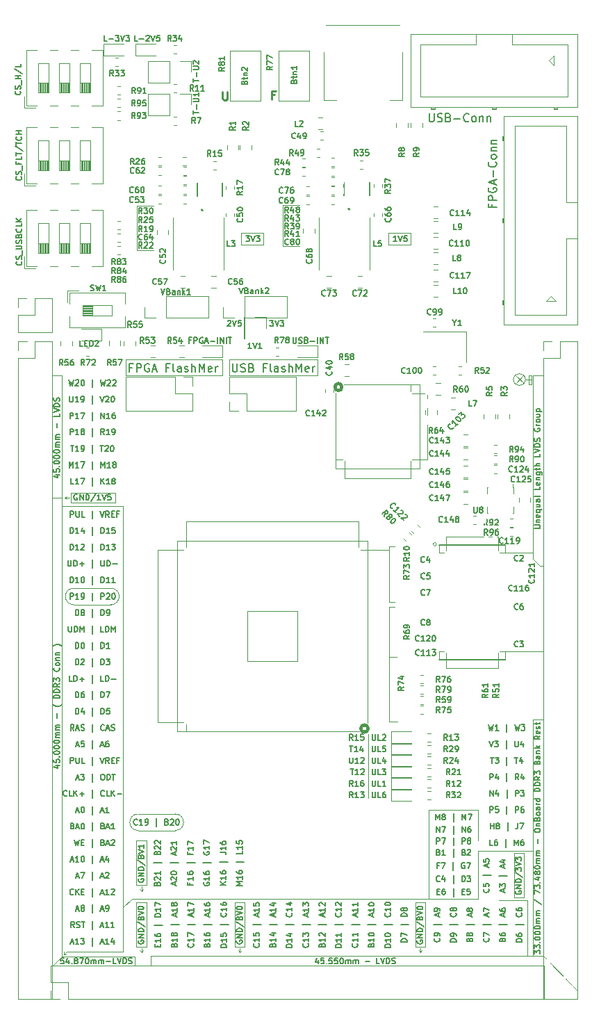
<source format=gbr>
G04 #@! TF.GenerationSoftware,KiCad,Pcbnew,(5.1.5)-3*
G04 #@! TF.CreationDate,2020-06-06T15:28:49+08:00*
G04 #@! TF.ProjectId,fpga_collector,66706761-5f63-46f6-9c6c-6563746f722e,rev?*
G04 #@! TF.SameCoordinates,PX2142678PY97284a0*
G04 #@! TF.FileFunction,Legend,Top*
G04 #@! TF.FilePolarity,Positive*
%FSLAX46Y46*%
G04 Gerber Fmt 4.6, Leading zero omitted, Abs format (unit mm)*
G04 Created by KiCad (PCBNEW (5.1.5)-3) date 2020-06-06 15:28:49*
%MOMM*%
%LPD*%
G04 APERTURE LIST*
%ADD10C,0.100000*%
%ADD11C,0.150000*%
%ADD12C,0.400000*%
%ADD13C,0.250000*%
%ADD14C,0.175000*%
%ADD15C,0.200000*%
%ADD16C,0.120000*%
%ADD17C,0.127000*%
%ADD18C,2.000000*%
%ADD19O,1.310000X1.310000*%
%ADD20R,1.310000X1.310000*%
%ADD21C,1.310000*%
%ADD22C,0.610000*%
%ADD23O,0.910000X0.610000*%
%ADD24O,0.760000X1.360000*%
%ADD25R,0.260000X1.560000*%
%ADD26R,5.860000X1.560000*%
%ADD27R,1.560000X1.260000*%
%ADD28O,1.660000X1.660000*%
%ADD29R,1.660000X1.660000*%
%ADD30C,1.660000*%
%ADD31R,0.660000X0.240000*%
%ADD32R,2.360000X1.610000*%
%ADD33R,0.240000X0.810000*%
%ADD34C,0.600000*%
%ADD35R,0.450000X1.300000*%
%ADD36R,2.120000X1.080000*%
%ADD37C,0.400000*%
%ADD38C,0.340000*%
%ADD39R,1.080000X2.120000*%
%ADD40R,1.460000X1.460000*%
G04 APERTURE END LIST*
D10*
X62594140Y56294020D02*
X62594140Y55300000D01*
X62594140Y42294020D02*
X62594140Y43270000D01*
X54595000Y43290000D02*
X54595000Y42300000D01*
X55395000Y43290000D02*
X54595000Y43290000D01*
X54575000Y55290000D02*
X54575000Y56300000D01*
X55395000Y55290000D02*
X54575000Y55290000D01*
X43095000Y66680000D02*
X42005000Y66680000D01*
X61795000Y55300000D02*
X65985000Y55300000D01*
X61795000Y43300000D02*
X67255000Y43300000D01*
X61795000Y41260000D02*
X61795000Y43300000D01*
X55395000Y41260000D02*
X61795000Y41260000D01*
X55395000Y43290000D02*
X55395000Y41260000D01*
X61795000Y57280000D02*
X61795000Y55300000D01*
X55395000Y57280000D02*
X61795000Y57280000D01*
X55395000Y55290000D02*
X55395000Y57280000D01*
X51095000Y74680000D02*
X51095000Y75780000D01*
X53105000Y74680000D02*
X51095000Y74680000D01*
X53105000Y66680000D02*
X53105000Y74680000D01*
X51105000Y66680000D02*
X53105000Y66680000D01*
X51105000Y64390000D02*
X51105000Y66680000D01*
X43095000Y64390000D02*
X51105000Y64390000D01*
X43095000Y66680000D02*
X43095000Y64390000D01*
X23755000Y34650000D02*
X23755000Y33550000D01*
X20265000Y34650000D02*
X23755000Y34650000D01*
X20265000Y55660000D02*
X20265000Y34650000D01*
X23735000Y55660000D02*
X20265000Y55660000D01*
X23735000Y59110000D02*
X23735000Y55660000D01*
X44745000Y59110000D02*
X23735000Y59110000D01*
X44745000Y55650000D02*
X44745000Y59110000D01*
X44745000Y55650000D02*
X48495000Y55650000D01*
X66005000Y54570000D02*
X66885000Y53690000D01*
D11*
X44075000Y25483334D02*
X43841666Y25816667D01*
X43675000Y25483334D02*
X43675000Y26183334D01*
X43941666Y26183334D01*
X44008333Y26150000D01*
X44041666Y26116667D01*
X44075000Y26050000D01*
X44075000Y25950000D01*
X44041666Y25883334D01*
X44008333Y25850000D01*
X43941666Y25816667D01*
X43675000Y25816667D01*
X44741666Y25483334D02*
X44341666Y25483334D01*
X44541666Y25483334D02*
X44541666Y26183334D01*
X44475000Y26083334D01*
X44408333Y26016667D01*
X44341666Y25983334D01*
X44975000Y26183334D02*
X45408333Y26183334D01*
X45175000Y25916667D01*
X45275000Y25916667D01*
X45341666Y25883334D01*
X45375000Y25850000D01*
X45408333Y25783334D01*
X45408333Y25616667D01*
X45375000Y25550000D01*
X45341666Y25516667D01*
X45275000Y25483334D01*
X45075000Y25483334D01*
X45008333Y25516667D01*
X44975000Y25550000D01*
X44075000Y26883334D02*
X43841666Y27216667D01*
X43675000Y26883334D02*
X43675000Y27583334D01*
X43941666Y27583334D01*
X44008333Y27550000D01*
X44041666Y27516667D01*
X44075000Y27450000D01*
X44075000Y27350000D01*
X44041666Y27283334D01*
X44008333Y27250000D01*
X43941666Y27216667D01*
X43675000Y27216667D01*
X44741666Y26883334D02*
X44341666Y26883334D01*
X44541666Y26883334D02*
X44541666Y27583334D01*
X44475000Y27483334D01*
X44408333Y27416667D01*
X44341666Y27383334D01*
X45341666Y27583334D02*
X45208333Y27583334D01*
X45141666Y27550000D01*
X45108333Y27516667D01*
X45041666Y27416667D01*
X45008333Y27283334D01*
X45008333Y27016667D01*
X45041666Y26950000D01*
X45075000Y26916667D01*
X45141666Y26883334D01*
X45275000Y26883334D01*
X45341666Y26916667D01*
X45375000Y26950000D01*
X45408333Y27016667D01*
X45408333Y27183334D01*
X45375000Y27250000D01*
X45341666Y27283334D01*
X45275000Y27316667D01*
X45141666Y27316667D01*
X45075000Y27283334D01*
X45041666Y27250000D01*
X45008333Y27183334D01*
X43758333Y28983334D02*
X44158333Y28983334D01*
X43958333Y28283334D02*
X43958333Y28983334D01*
X44758333Y28283334D02*
X44358333Y28283334D01*
X44558333Y28283334D02*
X44558333Y28983334D01*
X44491666Y28883334D01*
X44425000Y28816667D01*
X44358333Y28783334D01*
X45025000Y28916667D02*
X45058333Y28950000D01*
X45125000Y28983334D01*
X45291666Y28983334D01*
X45358333Y28950000D01*
X45391666Y28916667D01*
X45425000Y28850000D01*
X45425000Y28783334D01*
X45391666Y28683334D01*
X44991666Y28283334D01*
X45425000Y28283334D01*
X43658333Y30383334D02*
X43658333Y29816667D01*
X43691666Y29750000D01*
X43725000Y29716667D01*
X43791666Y29683334D01*
X43925000Y29683334D01*
X43991666Y29716667D01*
X44025000Y29750000D01*
X44058333Y29816667D01*
X44058333Y30383334D01*
X44758333Y29683334D02*
X44358333Y29683334D01*
X44558333Y29683334D02*
X44558333Y30383334D01*
X44491666Y30283334D01*
X44425000Y30216667D01*
X44358333Y30183334D01*
X45025000Y30316667D02*
X45058333Y30350000D01*
X45125000Y30383334D01*
X45291666Y30383334D01*
X45358333Y30350000D01*
X45391666Y30316667D01*
X45425000Y30250000D01*
X45425000Y30183334D01*
X45391666Y30083334D01*
X44991666Y29683334D01*
X45425000Y29683334D01*
X43658333Y31783334D02*
X44058333Y31783334D01*
X43858333Y31083334D02*
X43858333Y31783334D01*
X44658333Y31083334D02*
X44258333Y31083334D01*
X44458333Y31083334D02*
X44458333Y31783334D01*
X44391666Y31683334D01*
X44325000Y31616667D01*
X44258333Y31583334D01*
X45258333Y31550000D02*
X45258333Y31083334D01*
X45091666Y31816667D02*
X44925000Y31316667D01*
X45358333Y31316667D01*
X44075000Y32483334D02*
X43841666Y32816667D01*
X43675000Y32483334D02*
X43675000Y33183334D01*
X43941666Y33183334D01*
X44008333Y33150000D01*
X44041666Y33116667D01*
X44075000Y33050000D01*
X44075000Y32950000D01*
X44041666Y32883334D01*
X44008333Y32850000D01*
X43941666Y32816667D01*
X43675000Y32816667D01*
X44741666Y32483334D02*
X44341666Y32483334D01*
X44541666Y32483334D02*
X44541666Y33183334D01*
X44475000Y33083334D01*
X44408333Y33016667D01*
X44341666Y32983334D01*
X45375000Y33183334D02*
X45041666Y33183334D01*
X45008333Y32850000D01*
X45041666Y32883334D01*
X45108333Y32916667D01*
X45275000Y32916667D01*
X45341666Y32883334D01*
X45375000Y32850000D01*
X45408333Y32783334D01*
X45408333Y32616667D01*
X45375000Y32550000D01*
X45341666Y32516667D01*
X45275000Y32483334D01*
X45108333Y32483334D01*
X45041666Y32516667D01*
X45008333Y32550000D01*
D12*
X42725000Y75500000D02*
G75*
G03X42725000Y75500000I-424264J0D01*
G01*
X45925001Y33900000D02*
G75*
G03X45925001Y33900000I-447214J0D01*
G01*
D10*
X45925000Y33200000D02*
X45925000Y25400000D01*
X48435000Y94260000D02*
X48435000Y94270000D01*
X48435000Y92840000D02*
X48435000Y94280000D01*
X51135000Y94280000D02*
X51135000Y92840000D01*
X51135000Y92840000D02*
X48435000Y92840000D01*
X48435000Y94280000D02*
X51135000Y94280000D01*
X30485000Y94260000D02*
X30485000Y94270000D01*
X30485000Y92840000D02*
X30485000Y94280000D01*
X33185000Y92840000D02*
X30485000Y92840000D01*
X33185000Y94280000D02*
X33185000Y92840000D01*
X30485000Y94280000D02*
X33185000Y94280000D01*
D11*
X49411666Y93233334D02*
X49011666Y93233334D01*
X49211666Y93233334D02*
X49211666Y93933334D01*
X49145000Y93833334D01*
X49078333Y93766667D01*
X49011666Y93733334D01*
X49611666Y93933334D02*
X49845000Y93233334D01*
X50078333Y93933334D01*
X50645000Y93933334D02*
X50311666Y93933334D01*
X50278333Y93600000D01*
X50311666Y93633334D01*
X50378333Y93666667D01*
X50545000Y93666667D01*
X50611666Y93633334D01*
X50645000Y93600000D01*
X50678333Y93533334D01*
X50678333Y93366667D01*
X50645000Y93300000D01*
X50611666Y93266667D01*
X50545000Y93233334D01*
X50378333Y93233334D01*
X50311666Y93266667D01*
X50278333Y93300000D01*
X31008333Y93913334D02*
X31441666Y93913334D01*
X31208333Y93646667D01*
X31308333Y93646667D01*
X31375000Y93613334D01*
X31408333Y93580000D01*
X31441666Y93513334D01*
X31441666Y93346667D01*
X31408333Y93280000D01*
X31375000Y93246667D01*
X31308333Y93213334D01*
X31108333Y93213334D01*
X31041666Y93246667D01*
X31008333Y93280000D01*
X31641666Y93913334D02*
X31875000Y93213334D01*
X32108333Y93913334D01*
X32275000Y93913334D02*
X32708333Y93913334D01*
X32475000Y93646667D01*
X32575000Y93646667D01*
X32641666Y93613334D01*
X32675000Y93580000D01*
X32708333Y93513334D01*
X32708333Y93346667D01*
X32675000Y93280000D01*
X32641666Y93246667D01*
X32575000Y93213334D01*
X32375000Y93213334D01*
X32308333Y93246667D01*
X32275000Y93280000D01*
X33948333Y83603334D02*
X34381666Y83603334D01*
X34148333Y83336667D01*
X34248333Y83336667D01*
X34315000Y83303334D01*
X34348333Y83270000D01*
X34381666Y83203334D01*
X34381666Y83036667D01*
X34348333Y82970000D01*
X34315000Y82936667D01*
X34248333Y82903334D01*
X34048333Y82903334D01*
X33981666Y82936667D01*
X33948333Y82970000D01*
X34581666Y83603334D02*
X34815000Y82903334D01*
X35048333Y83603334D01*
X35215000Y83603334D02*
X35648333Y83603334D01*
X35415000Y83336667D01*
X35515000Y83336667D01*
X35581666Y83303334D01*
X35615000Y83270000D01*
X35648333Y83203334D01*
X35648333Y83036667D01*
X35615000Y82970000D01*
X35581666Y82936667D01*
X35515000Y82903334D01*
X35315000Y82903334D01*
X35248333Y82936667D01*
X35215000Y82970000D01*
X28801666Y83546667D02*
X28835000Y83580000D01*
X28901666Y83613334D01*
X29068333Y83613334D01*
X29135000Y83580000D01*
X29168333Y83546667D01*
X29201666Y83480000D01*
X29201666Y83413334D01*
X29168333Y83313334D01*
X28768333Y82913334D01*
X29201666Y82913334D01*
X29401666Y83613334D02*
X29635000Y82913334D01*
X29868333Y83613334D01*
X30435000Y83613334D02*
X30101666Y83613334D01*
X30068333Y83280000D01*
X30101666Y83313334D01*
X30168333Y83346667D01*
X30335000Y83346667D01*
X30401666Y83313334D01*
X30435000Y83280000D01*
X30468333Y83213334D01*
X30468333Y83046667D01*
X30435000Y82980000D01*
X30401666Y82946667D01*
X30335000Y82913334D01*
X30168333Y82913334D01*
X30101666Y82946667D01*
X30068333Y82980000D01*
D10*
X37545000Y92660000D02*
X35545000Y92660000D01*
X37545000Y97660000D02*
X35545000Y97660000D01*
X35545000Y92660000D02*
X35545000Y97660000D01*
X19735000Y92180000D02*
X17735000Y92180000D01*
X19735000Y97580000D02*
X17735000Y97580000D01*
X17735000Y92180000D02*
X17735000Y97580000D01*
D11*
X36768333Y81533334D02*
X36768333Y80966667D01*
X36801666Y80900000D01*
X36835000Y80866667D01*
X36901666Y80833334D01*
X37035000Y80833334D01*
X37101666Y80866667D01*
X37135000Y80900000D01*
X37168333Y80966667D01*
X37168333Y81533334D01*
X37468333Y80866667D02*
X37568333Y80833334D01*
X37735000Y80833334D01*
X37801666Y80866667D01*
X37835000Y80900000D01*
X37868333Y80966667D01*
X37868333Y81033334D01*
X37835000Y81100000D01*
X37801666Y81133334D01*
X37735000Y81166667D01*
X37601666Y81200000D01*
X37535000Y81233334D01*
X37501666Y81266667D01*
X37468333Y81333334D01*
X37468333Y81400000D01*
X37501666Y81466667D01*
X37535000Y81500000D01*
X37601666Y81533334D01*
X37768333Y81533334D01*
X37868333Y81500000D01*
X38401666Y81200000D02*
X38501666Y81166667D01*
X38535000Y81133334D01*
X38568333Y81066667D01*
X38568333Y80966667D01*
X38535000Y80900000D01*
X38501666Y80866667D01*
X38435000Y80833334D01*
X38168333Y80833334D01*
X38168333Y81533334D01*
X38401666Y81533334D01*
X38468333Y81500000D01*
X38501666Y81466667D01*
X38535000Y81400000D01*
X38535000Y81333334D01*
X38501666Y81266667D01*
X38468333Y81233334D01*
X38401666Y81200000D01*
X38168333Y81200000D01*
X38868333Y81100000D02*
X39401666Y81100000D01*
X39735000Y80833334D02*
X39735000Y81533334D01*
X40068333Y80833334D02*
X40068333Y81533334D01*
X40468333Y80833334D01*
X40468333Y81533334D01*
X40701666Y81533334D02*
X41101666Y81533334D01*
X40901666Y80833334D02*
X40901666Y81533334D01*
X24331500Y81197180D02*
X24098166Y81197180D01*
X24098166Y80830514D02*
X24098166Y81530514D01*
X24431500Y81530514D01*
X24698166Y80830514D02*
X24698166Y81530514D01*
X24964833Y81530514D01*
X25031500Y81497180D01*
X25064833Y81463847D01*
X25098166Y81397180D01*
X25098166Y81297180D01*
X25064833Y81230514D01*
X25031500Y81197180D01*
X24964833Y81163847D01*
X24698166Y81163847D01*
X25764833Y81497180D02*
X25698166Y81530514D01*
X25598166Y81530514D01*
X25498166Y81497180D01*
X25431500Y81430514D01*
X25398166Y81363847D01*
X25364833Y81230514D01*
X25364833Y81130514D01*
X25398166Y80997180D01*
X25431500Y80930514D01*
X25498166Y80863847D01*
X25598166Y80830514D01*
X25664833Y80830514D01*
X25764833Y80863847D01*
X25798166Y80897180D01*
X25798166Y81130514D01*
X25664833Y81130514D01*
X26064833Y81030514D02*
X26398166Y81030514D01*
X25998166Y80830514D02*
X26231500Y81530514D01*
X26464833Y80830514D01*
X26698166Y81097180D02*
X27231500Y81097180D01*
X27564833Y80830514D02*
X27564833Y81530514D01*
X27898166Y80830514D02*
X27898166Y81530514D01*
X28298166Y80830514D01*
X28298166Y81530514D01*
X28631500Y80830514D02*
X28631500Y81530514D01*
X28864833Y81530514D02*
X29264833Y81530514D01*
X29064833Y80830514D02*
X29064833Y81530514D01*
X3525000Y111530000D02*
X3558333Y111496667D01*
X3591666Y111396667D01*
X3591666Y111330000D01*
X3558333Y111230000D01*
X3491666Y111163334D01*
X3425000Y111130000D01*
X3291666Y111096667D01*
X3191666Y111096667D01*
X3058333Y111130000D01*
X2991666Y111163334D01*
X2925000Y111230000D01*
X2891666Y111330000D01*
X2891666Y111396667D01*
X2925000Y111496667D01*
X2958333Y111530000D01*
X3558333Y111796667D02*
X3591666Y111896667D01*
X3591666Y112063334D01*
X3558333Y112130000D01*
X3525000Y112163334D01*
X3458333Y112196667D01*
X3391666Y112196667D01*
X3325000Y112163334D01*
X3291666Y112130000D01*
X3258333Y112063334D01*
X3225000Y111930000D01*
X3191666Y111863334D01*
X3158333Y111830000D01*
X3091666Y111796667D01*
X3025000Y111796667D01*
X2958333Y111830000D01*
X2925000Y111863334D01*
X2891666Y111930000D01*
X2891666Y112096667D01*
X2925000Y112196667D01*
X3658333Y112330000D02*
X3658333Y112863334D01*
X3591666Y113030000D02*
X2891666Y113030000D01*
X3225000Y113030000D02*
X3225000Y113430000D01*
X3591666Y113430000D02*
X2891666Y113430000D01*
X2858333Y114263334D02*
X3758333Y113663334D01*
X3591666Y114830000D02*
X3591666Y114496667D01*
X2891666Y114496667D01*
X3635000Y101126667D02*
X3668333Y101093334D01*
X3701666Y100993334D01*
X3701666Y100926667D01*
X3668333Y100826667D01*
X3601666Y100760000D01*
X3535000Y100726667D01*
X3401666Y100693334D01*
X3301666Y100693334D01*
X3168333Y100726667D01*
X3101666Y100760000D01*
X3035000Y100826667D01*
X3001666Y100926667D01*
X3001666Y100993334D01*
X3035000Y101093334D01*
X3068333Y101126667D01*
X3668333Y101393334D02*
X3701666Y101493334D01*
X3701666Y101660000D01*
X3668333Y101726667D01*
X3635000Y101760000D01*
X3568333Y101793334D01*
X3501666Y101793334D01*
X3435000Y101760000D01*
X3401666Y101726667D01*
X3368333Y101660000D01*
X3335000Y101526667D01*
X3301666Y101460000D01*
X3268333Y101426667D01*
X3201666Y101393334D01*
X3135000Y101393334D01*
X3068333Y101426667D01*
X3035000Y101460000D01*
X3001666Y101526667D01*
X3001666Y101693334D01*
X3035000Y101793334D01*
X3768333Y101926667D02*
X3768333Y102460000D01*
X3335000Y102860000D02*
X3335000Y102626667D01*
X3701666Y102626667D02*
X3001666Y102626667D01*
X3001666Y102960000D01*
X3701666Y103560000D02*
X3701666Y103226667D01*
X3001666Y103226667D01*
X3001666Y103693334D02*
X3001666Y104093334D01*
X3701666Y103893334D02*
X3001666Y103893334D01*
X2968333Y104826667D02*
X3868333Y104226667D01*
X3001666Y104960000D02*
X3001666Y105360000D01*
X3701666Y105160000D02*
X3001666Y105160000D01*
X3635000Y105993334D02*
X3668333Y105960000D01*
X3701666Y105860000D01*
X3701666Y105793334D01*
X3668333Y105693334D01*
X3601666Y105626667D01*
X3535000Y105593334D01*
X3401666Y105560000D01*
X3301666Y105560000D01*
X3168333Y105593334D01*
X3101666Y105626667D01*
X3035000Y105693334D01*
X3001666Y105793334D01*
X3001666Y105860000D01*
X3035000Y105960000D01*
X3068333Y105993334D01*
X3701666Y106293334D02*
X3001666Y106293334D01*
X3335000Y106293334D02*
X3335000Y106693334D01*
X3701666Y106693334D02*
X3001666Y106693334D01*
X3665000Y90783334D02*
X3698333Y90750000D01*
X3731666Y90650000D01*
X3731666Y90583334D01*
X3698333Y90483334D01*
X3631666Y90416667D01*
X3565000Y90383334D01*
X3431666Y90350000D01*
X3331666Y90350000D01*
X3198333Y90383334D01*
X3131666Y90416667D01*
X3065000Y90483334D01*
X3031666Y90583334D01*
X3031666Y90650000D01*
X3065000Y90750000D01*
X3098333Y90783334D01*
X3698333Y91050000D02*
X3731666Y91150000D01*
X3731666Y91316667D01*
X3698333Y91383334D01*
X3665000Y91416667D01*
X3598333Y91450000D01*
X3531666Y91450000D01*
X3465000Y91416667D01*
X3431666Y91383334D01*
X3398333Y91316667D01*
X3365000Y91183334D01*
X3331666Y91116667D01*
X3298333Y91083334D01*
X3231666Y91050000D01*
X3165000Y91050000D01*
X3098333Y91083334D01*
X3065000Y91116667D01*
X3031666Y91183334D01*
X3031666Y91350000D01*
X3065000Y91450000D01*
X3798333Y91583334D02*
X3798333Y92116667D01*
X3031666Y92283334D02*
X3598333Y92283334D01*
X3665000Y92316667D01*
X3698333Y92350000D01*
X3731666Y92416667D01*
X3731666Y92550000D01*
X3698333Y92616667D01*
X3665000Y92650000D01*
X3598333Y92683334D01*
X3031666Y92683334D01*
X3698333Y92983334D02*
X3731666Y93083334D01*
X3731666Y93250000D01*
X3698333Y93316667D01*
X3665000Y93350000D01*
X3598333Y93383334D01*
X3531666Y93383334D01*
X3465000Y93350000D01*
X3431666Y93316667D01*
X3398333Y93250000D01*
X3365000Y93116667D01*
X3331666Y93050000D01*
X3298333Y93016667D01*
X3231666Y92983334D01*
X3165000Y92983334D01*
X3098333Y93016667D01*
X3065000Y93050000D01*
X3031666Y93116667D01*
X3031666Y93283334D01*
X3065000Y93383334D01*
X3365000Y93916667D02*
X3398333Y94016667D01*
X3431666Y94050000D01*
X3498333Y94083334D01*
X3598333Y94083334D01*
X3665000Y94050000D01*
X3698333Y94016667D01*
X3731666Y93950000D01*
X3731666Y93683334D01*
X3031666Y93683334D01*
X3031666Y93916667D01*
X3065000Y93983334D01*
X3098333Y94016667D01*
X3165000Y94050000D01*
X3231666Y94050000D01*
X3298333Y94016667D01*
X3331666Y93983334D01*
X3365000Y93916667D01*
X3365000Y93683334D01*
X3665000Y94783334D02*
X3698333Y94750000D01*
X3731666Y94650000D01*
X3731666Y94583334D01*
X3698333Y94483334D01*
X3631666Y94416667D01*
X3565000Y94383334D01*
X3431666Y94350000D01*
X3331666Y94350000D01*
X3198333Y94383334D01*
X3131666Y94416667D01*
X3065000Y94483334D01*
X3031666Y94583334D01*
X3031666Y94650000D01*
X3065000Y94750000D01*
X3098333Y94783334D01*
X3731666Y95416667D02*
X3731666Y95083334D01*
X3031666Y95083334D01*
X3731666Y95650000D02*
X3031666Y95650000D01*
X3731666Y96050000D02*
X3331666Y95750000D01*
X3031666Y96050000D02*
X3431666Y95650000D01*
D10*
X65335000Y12990000D02*
X61825000Y12990000D01*
X53325000Y24000000D02*
X53325000Y13200000D01*
X59325000Y24000000D02*
X53325000Y24000000D01*
D11*
X54325000Y14050000D02*
X54558333Y14050000D01*
X54658333Y13683334D02*
X54325000Y13683334D01*
X54325000Y14383334D01*
X54658333Y14383334D01*
X55258333Y14383334D02*
X55125000Y14383334D01*
X55058333Y14350000D01*
X55025000Y14316667D01*
X54958333Y14216667D01*
X54925000Y14083334D01*
X54925000Y13816667D01*
X54958333Y13750000D01*
X54991666Y13716667D01*
X55058333Y13683334D01*
X55191666Y13683334D01*
X55258333Y13716667D01*
X55291666Y13750000D01*
X55325000Y13816667D01*
X55325000Y13983334D01*
X55291666Y14050000D01*
X55258333Y14083334D01*
X55191666Y14116667D01*
X55058333Y14116667D01*
X54991666Y14083334D01*
X54958333Y14050000D01*
X54925000Y13983334D01*
X56325000Y13450000D02*
X56325000Y14450000D01*
X57358333Y14050000D02*
X57591666Y14050000D01*
X57691666Y13683334D02*
X57358333Y13683334D01*
X57358333Y14383334D01*
X57691666Y14383334D01*
X58325000Y14383334D02*
X57991666Y14383334D01*
X57958333Y14050000D01*
X57991666Y14083334D01*
X58058333Y14116667D01*
X58225000Y14116667D01*
X58291666Y14083334D01*
X58325000Y14050000D01*
X58358333Y13983334D01*
X58358333Y13816667D01*
X58325000Y13750000D01*
X58291666Y13716667D01*
X58225000Y13683334D01*
X58058333Y13683334D01*
X57991666Y13716667D01*
X57958333Y13750000D01*
X54658333Y15350000D02*
X54625000Y15316667D01*
X54525000Y15283334D01*
X54458333Y15283334D01*
X54358333Y15316667D01*
X54291666Y15383334D01*
X54258333Y15450000D01*
X54225000Y15583334D01*
X54225000Y15683334D01*
X54258333Y15816667D01*
X54291666Y15883334D01*
X54358333Y15950000D01*
X54458333Y15983334D01*
X54525000Y15983334D01*
X54625000Y15950000D01*
X54658333Y15916667D01*
X55258333Y15750000D02*
X55258333Y15283334D01*
X55091666Y16016667D02*
X54925000Y15516667D01*
X55358333Y15516667D01*
X56325000Y15050000D02*
X56325000Y16050000D01*
X57358333Y15283334D02*
X57358333Y15983334D01*
X57525000Y15983334D01*
X57625000Y15950000D01*
X57691666Y15883334D01*
X57725000Y15816667D01*
X57758333Y15683334D01*
X57758333Y15583334D01*
X57725000Y15450000D01*
X57691666Y15383334D01*
X57625000Y15316667D01*
X57525000Y15283334D01*
X57358333Y15283334D01*
X57991666Y15983334D02*
X58425000Y15983334D01*
X58191666Y15716667D01*
X58291666Y15716667D01*
X58358333Y15683334D01*
X58391666Y15650000D01*
X58425000Y15583334D01*
X58425000Y15416667D01*
X58391666Y15350000D01*
X58358333Y15316667D01*
X58291666Y15283334D01*
X58091666Y15283334D01*
X58025000Y15316667D01*
X57991666Y15350000D01*
X54541666Y17250000D02*
X54308333Y17250000D01*
X54308333Y16883334D02*
X54308333Y17583334D01*
X54641666Y17583334D01*
X54841666Y17583334D02*
X55308333Y17583334D01*
X55008333Y16883334D01*
X56275000Y16650000D02*
X56275000Y17650000D01*
X57675000Y17550000D02*
X57608333Y17583334D01*
X57508333Y17583334D01*
X57408333Y17550000D01*
X57341666Y17483334D01*
X57308333Y17416667D01*
X57275000Y17283334D01*
X57275000Y17183334D01*
X57308333Y17050000D01*
X57341666Y16983334D01*
X57408333Y16916667D01*
X57508333Y16883334D01*
X57575000Y16883334D01*
X57675000Y16916667D01*
X57708333Y16950000D01*
X57708333Y17183334D01*
X57575000Y17183334D01*
X57941666Y17583334D02*
X58408333Y17583334D01*
X58108333Y16883334D01*
X54491666Y18850000D02*
X54591666Y18816667D01*
X54625000Y18783334D01*
X54658333Y18716667D01*
X54658333Y18616667D01*
X54625000Y18550000D01*
X54591666Y18516667D01*
X54525000Y18483334D01*
X54258333Y18483334D01*
X54258333Y19183334D01*
X54491666Y19183334D01*
X54558333Y19150000D01*
X54591666Y19116667D01*
X54625000Y19050000D01*
X54625000Y18983334D01*
X54591666Y18916667D01*
X54558333Y18883334D01*
X54491666Y18850000D01*
X54258333Y18850000D01*
X55325000Y18483334D02*
X54925000Y18483334D01*
X55125000Y18483334D02*
X55125000Y19183334D01*
X55058333Y19083334D01*
X54991666Y19016667D01*
X54925000Y18983334D01*
X56325000Y18250000D02*
X56325000Y19250000D01*
X57591666Y18850000D02*
X57691666Y18816667D01*
X57725000Y18783334D01*
X57758333Y18716667D01*
X57758333Y18616667D01*
X57725000Y18550000D01*
X57691666Y18516667D01*
X57625000Y18483334D01*
X57358333Y18483334D01*
X57358333Y19183334D01*
X57591666Y19183334D01*
X57658333Y19150000D01*
X57691666Y19116667D01*
X57725000Y19050000D01*
X57725000Y18983334D01*
X57691666Y18916667D01*
X57658333Y18883334D01*
X57591666Y18850000D01*
X57358333Y18850000D01*
X58025000Y19116667D02*
X58058333Y19150000D01*
X58125000Y19183334D01*
X58291666Y19183334D01*
X58358333Y19150000D01*
X58391666Y19116667D01*
X58425000Y19050000D01*
X58425000Y18983334D01*
X58391666Y18883334D01*
X57991666Y18483334D01*
X58425000Y18483334D01*
D10*
X59325000Y24000000D02*
X59325000Y20300000D01*
X59325000Y19000000D02*
X65995000Y19000000D01*
X59325000Y19000000D02*
X59325000Y19000000D01*
X59325000Y13200000D02*
X59325000Y19000000D01*
X65335000Y7990000D02*
X65325000Y6200000D01*
X63685000Y13330000D02*
X63955000Y13330000D01*
X63785000Y13340000D02*
X64905000Y13340000D01*
X64905000Y18740000D02*
X63685000Y18740000D01*
X63685000Y18740000D02*
X63685000Y13330000D01*
X64905000Y13340000D02*
X64905000Y18740000D01*
D11*
X63915000Y14113334D02*
X63881666Y14046667D01*
X63881666Y13946667D01*
X63915000Y13846667D01*
X63981666Y13780000D01*
X64048333Y13746667D01*
X64181666Y13713334D01*
X64281666Y13713334D01*
X64415000Y13746667D01*
X64481666Y13780000D01*
X64548333Y13846667D01*
X64581666Y13946667D01*
X64581666Y14013334D01*
X64548333Y14113334D01*
X64515000Y14146667D01*
X64281666Y14146667D01*
X64281666Y14013334D01*
X64581666Y14446667D02*
X63881666Y14446667D01*
X64581666Y14846667D01*
X63881666Y14846667D01*
X64581666Y15180000D02*
X63881666Y15180000D01*
X63881666Y15346667D01*
X63915000Y15446667D01*
X63981666Y15513334D01*
X64048333Y15546667D01*
X64181666Y15580000D01*
X64281666Y15580000D01*
X64415000Y15546667D01*
X64481666Y15513334D01*
X64548333Y15446667D01*
X64581666Y15346667D01*
X64581666Y15180000D01*
X63848333Y16380000D02*
X64748333Y15780000D01*
X63881666Y16546667D02*
X63881666Y16980000D01*
X64148333Y16746667D01*
X64148333Y16846667D01*
X64181666Y16913334D01*
X64215000Y16946667D01*
X64281666Y16980000D01*
X64448333Y16980000D01*
X64515000Y16946667D01*
X64548333Y16913334D01*
X64581666Y16846667D01*
X64581666Y16646667D01*
X64548333Y16580000D01*
X64515000Y16546667D01*
X63881666Y17180000D02*
X64581666Y17413334D01*
X63881666Y17646667D01*
X63881666Y17813334D02*
X63881666Y18246667D01*
X64148333Y18013334D01*
X64148333Y18113334D01*
X64181666Y18180000D01*
X64215000Y18213334D01*
X64281666Y18246667D01*
X64448333Y18246667D01*
X64515000Y18213334D01*
X64548333Y18180000D01*
X64581666Y18113334D01*
X64581666Y17913334D01*
X64548333Y17846667D01*
X64515000Y17813334D01*
X54258333Y19883334D02*
X54258333Y20583334D01*
X54525000Y20583334D01*
X54591666Y20550000D01*
X54625000Y20516667D01*
X54658333Y20450000D01*
X54658333Y20350000D01*
X54625000Y20283334D01*
X54591666Y20250000D01*
X54525000Y20216667D01*
X54258333Y20216667D01*
X54891666Y20583334D02*
X55358333Y20583334D01*
X55058333Y19883334D01*
X56325000Y19650000D02*
X56325000Y20650000D01*
X57358333Y19883334D02*
X57358333Y20583334D01*
X57625000Y20583334D01*
X57691666Y20550000D01*
X57725000Y20516667D01*
X57758333Y20450000D01*
X57758333Y20350000D01*
X57725000Y20283334D01*
X57691666Y20250000D01*
X57625000Y20216667D01*
X57358333Y20216667D01*
X58158333Y20283334D02*
X58091666Y20316667D01*
X58058333Y20350000D01*
X58025000Y20416667D01*
X58025000Y20450000D01*
X58058333Y20516667D01*
X58091666Y20550000D01*
X58158333Y20583334D01*
X58291666Y20583334D01*
X58358333Y20550000D01*
X58391666Y20516667D01*
X58425000Y20450000D01*
X58425000Y20416667D01*
X58391666Y20350000D01*
X58358333Y20316667D01*
X58291666Y20283334D01*
X58158333Y20283334D01*
X58091666Y20250000D01*
X58058333Y20216667D01*
X58025000Y20150000D01*
X58025000Y20016667D01*
X58058333Y19950000D01*
X58091666Y19916667D01*
X58158333Y19883334D01*
X58291666Y19883334D01*
X58358333Y19916667D01*
X58391666Y19950000D01*
X58425000Y20016667D01*
X58425000Y20150000D01*
X58391666Y20216667D01*
X58358333Y20250000D01*
X58291666Y20283334D01*
X54225000Y21283334D02*
X54225000Y21983334D01*
X54625000Y21283334D01*
X54625000Y21983334D01*
X54891666Y21983334D02*
X55358333Y21983334D01*
X55058333Y21283334D01*
X56325000Y21050000D02*
X56325000Y22050000D01*
X57358333Y21283334D02*
X57358333Y21983334D01*
X57758333Y21283334D01*
X57758333Y21983334D01*
X58391666Y21983334D02*
X58258333Y21983334D01*
X58191666Y21950000D01*
X58158333Y21916667D01*
X58091666Y21816667D01*
X58058333Y21683334D01*
X58058333Y21416667D01*
X58091666Y21350000D01*
X58125000Y21316667D01*
X58191666Y21283334D01*
X58325000Y21283334D01*
X58391666Y21316667D01*
X58425000Y21350000D01*
X58458333Y21416667D01*
X58458333Y21583334D01*
X58425000Y21650000D01*
X58391666Y21683334D01*
X58325000Y21716667D01*
X58191666Y21716667D01*
X58125000Y21683334D01*
X58091666Y21650000D01*
X58058333Y21583334D01*
X54158333Y22783334D02*
X54158333Y23483334D01*
X54391666Y22983334D01*
X54625000Y23483334D01*
X54625000Y22783334D01*
X55058333Y23183334D02*
X54991666Y23216667D01*
X54958333Y23250000D01*
X54925000Y23316667D01*
X54925000Y23350000D01*
X54958333Y23416667D01*
X54991666Y23450000D01*
X55058333Y23483334D01*
X55191666Y23483334D01*
X55258333Y23450000D01*
X55291666Y23416667D01*
X55325000Y23350000D01*
X55325000Y23316667D01*
X55291666Y23250000D01*
X55258333Y23216667D01*
X55191666Y23183334D01*
X55058333Y23183334D01*
X54991666Y23150000D01*
X54958333Y23116667D01*
X54925000Y23050000D01*
X54925000Y22916667D01*
X54958333Y22850000D01*
X54991666Y22816667D01*
X55058333Y22783334D01*
X55191666Y22783334D01*
X55258333Y22816667D01*
X55291666Y22850000D01*
X55325000Y22916667D01*
X55325000Y23050000D01*
X55291666Y23116667D01*
X55258333Y23150000D01*
X55191666Y23183334D01*
X56325000Y22550000D02*
X56325000Y23550000D01*
X57358333Y22783334D02*
X57358333Y23483334D01*
X57591666Y22983334D01*
X57825000Y23483334D01*
X57825000Y22783334D01*
X58091666Y23483334D02*
X58558333Y23483334D01*
X58258333Y22783334D01*
X61108333Y19683334D02*
X60775000Y19683334D01*
X60775000Y20383334D01*
X61641666Y20383334D02*
X61508333Y20383334D01*
X61441666Y20350000D01*
X61408333Y20316667D01*
X61341666Y20216667D01*
X61308333Y20083334D01*
X61308333Y19816667D01*
X61341666Y19750000D01*
X61375000Y19716667D01*
X61441666Y19683334D01*
X61575000Y19683334D01*
X61641666Y19716667D01*
X61675000Y19750000D01*
X61708333Y19816667D01*
X61708333Y19983334D01*
X61675000Y20050000D01*
X61641666Y20083334D01*
X61575000Y20116667D01*
X61441666Y20116667D01*
X61375000Y20083334D01*
X61341666Y20050000D01*
X61308333Y19983334D01*
X62708333Y19450000D02*
X62708333Y20450000D01*
X63741666Y19683334D02*
X63741666Y20383334D01*
X63975000Y19883334D01*
X64208333Y20383334D01*
X64208333Y19683334D01*
X64841666Y20383334D02*
X64708333Y20383334D01*
X64641666Y20350000D01*
X64608333Y20316667D01*
X64541666Y20216667D01*
X64508333Y20083334D01*
X64508333Y19816667D01*
X64541666Y19750000D01*
X64575000Y19716667D01*
X64641666Y19683334D01*
X64775000Y19683334D01*
X64841666Y19716667D01*
X64875000Y19750000D01*
X64908333Y19816667D01*
X64908333Y19983334D01*
X64875000Y20050000D01*
X64841666Y20083334D01*
X64775000Y20116667D01*
X64641666Y20116667D01*
X64575000Y20083334D01*
X64541666Y20050000D01*
X64508333Y19983334D01*
X60825000Y21683334D02*
X60825000Y22383334D01*
X60825000Y22050000D02*
X61225000Y22050000D01*
X61225000Y21683334D02*
X61225000Y22383334D01*
X61658333Y22083334D02*
X61591666Y22116667D01*
X61558333Y22150000D01*
X61525000Y22216667D01*
X61525000Y22250000D01*
X61558333Y22316667D01*
X61591666Y22350000D01*
X61658333Y22383334D01*
X61791666Y22383334D01*
X61858333Y22350000D01*
X61891666Y22316667D01*
X61925000Y22250000D01*
X61925000Y22216667D01*
X61891666Y22150000D01*
X61858333Y22116667D01*
X61791666Y22083334D01*
X61658333Y22083334D01*
X61591666Y22050000D01*
X61558333Y22016667D01*
X61525000Y21950000D01*
X61525000Y21816667D01*
X61558333Y21750000D01*
X61591666Y21716667D01*
X61658333Y21683334D01*
X61791666Y21683334D01*
X61858333Y21716667D01*
X61891666Y21750000D01*
X61925000Y21816667D01*
X61925000Y21950000D01*
X61891666Y22016667D01*
X61858333Y22050000D01*
X61791666Y22083334D01*
X62925000Y21450000D02*
X62925000Y22450000D01*
X64158333Y22383334D02*
X64158333Y21883334D01*
X64125000Y21783334D01*
X64058333Y21716667D01*
X63958333Y21683334D01*
X63891666Y21683334D01*
X64425000Y22383334D02*
X64891666Y22383334D01*
X64591666Y21683334D01*
X60758333Y23683334D02*
X60758333Y24383334D01*
X61025000Y24383334D01*
X61091666Y24350000D01*
X61125000Y24316667D01*
X61158333Y24250000D01*
X61158333Y24150000D01*
X61125000Y24083334D01*
X61091666Y24050000D01*
X61025000Y24016667D01*
X60758333Y24016667D01*
X61791666Y24383334D02*
X61458333Y24383334D01*
X61425000Y24050000D01*
X61458333Y24083334D01*
X61525000Y24116667D01*
X61691666Y24116667D01*
X61758333Y24083334D01*
X61791666Y24050000D01*
X61825000Y23983334D01*
X61825000Y23816667D01*
X61791666Y23750000D01*
X61758333Y23716667D01*
X61691666Y23683334D01*
X61525000Y23683334D01*
X61458333Y23716667D01*
X61425000Y23750000D01*
X62825000Y23450000D02*
X62825000Y24450000D01*
X63858333Y23683334D02*
X63858333Y24383334D01*
X64125000Y24383334D01*
X64191666Y24350000D01*
X64225000Y24316667D01*
X64258333Y24250000D01*
X64258333Y24150000D01*
X64225000Y24083334D01*
X64191666Y24050000D01*
X64125000Y24016667D01*
X63858333Y24016667D01*
X64858333Y24383334D02*
X64725000Y24383334D01*
X64658333Y24350000D01*
X64625000Y24316667D01*
X64558333Y24216667D01*
X64525000Y24083334D01*
X64525000Y23816667D01*
X64558333Y23750000D01*
X64591666Y23716667D01*
X64658333Y23683334D01*
X64791666Y23683334D01*
X64858333Y23716667D01*
X64891666Y23750000D01*
X64925000Y23816667D01*
X64925000Y23983334D01*
X64891666Y24050000D01*
X64858333Y24083334D01*
X64791666Y24116667D01*
X64658333Y24116667D01*
X64591666Y24083334D01*
X64558333Y24050000D01*
X64525000Y23983334D01*
X60741666Y25683334D02*
X60741666Y26383334D01*
X61141666Y25683334D01*
X61141666Y26383334D01*
X61775000Y26150000D02*
X61775000Y25683334D01*
X61608333Y26416667D02*
X61441666Y25916667D01*
X61875000Y25916667D01*
X62841666Y25450000D02*
X62841666Y26450000D01*
X63875000Y25683334D02*
X63875000Y26383334D01*
X64141666Y26383334D01*
X64208333Y26350000D01*
X64241666Y26316667D01*
X64275000Y26250000D01*
X64275000Y26150000D01*
X64241666Y26083334D01*
X64208333Y26050000D01*
X64141666Y26016667D01*
X63875000Y26016667D01*
X64508333Y26383334D02*
X64941666Y26383334D01*
X64708333Y26116667D01*
X64808333Y26116667D01*
X64875000Y26083334D01*
X64908333Y26050000D01*
X64941666Y25983334D01*
X64941666Y25816667D01*
X64908333Y25750000D01*
X64875000Y25716667D01*
X64808333Y25683334D01*
X64608333Y25683334D01*
X64541666Y25716667D01*
X64508333Y25750000D01*
X60758333Y27683334D02*
X60758333Y28383334D01*
X61025000Y28383334D01*
X61091666Y28350000D01*
X61125000Y28316667D01*
X61158333Y28250000D01*
X61158333Y28150000D01*
X61125000Y28083334D01*
X61091666Y28050000D01*
X61025000Y28016667D01*
X60758333Y28016667D01*
X61758333Y28150000D02*
X61758333Y27683334D01*
X61591666Y28416667D02*
X61425000Y27916667D01*
X61858333Y27916667D01*
X62825000Y27450000D02*
X62825000Y28450000D01*
X64258333Y27683334D02*
X64025000Y28016667D01*
X63858333Y27683334D02*
X63858333Y28383334D01*
X64125000Y28383334D01*
X64191666Y28350000D01*
X64225000Y28316667D01*
X64258333Y28250000D01*
X64258333Y28150000D01*
X64225000Y28083334D01*
X64191666Y28050000D01*
X64125000Y28016667D01*
X63858333Y28016667D01*
X64858333Y28150000D02*
X64858333Y27683334D01*
X64691666Y28416667D02*
X64525000Y27916667D01*
X64958333Y27916667D01*
X60825000Y30383334D02*
X61225000Y30383334D01*
X61025000Y29683334D02*
X61025000Y30383334D01*
X61391666Y30383334D02*
X61825000Y30383334D01*
X61591666Y30116667D01*
X61691666Y30116667D01*
X61758333Y30083334D01*
X61791666Y30050000D01*
X61825000Y29983334D01*
X61825000Y29816667D01*
X61791666Y29750000D01*
X61758333Y29716667D01*
X61691666Y29683334D01*
X61491666Y29683334D01*
X61425000Y29716667D01*
X61391666Y29750000D01*
X62825000Y29450000D02*
X62825000Y30450000D01*
X63758333Y30383334D02*
X64158333Y30383334D01*
X63958333Y29683334D02*
X63958333Y30383334D01*
X64691666Y30150000D02*
X64691666Y29683334D01*
X64525000Y30416667D02*
X64358333Y29916667D01*
X64791666Y29916667D01*
X60691666Y32383334D02*
X60925000Y31683334D01*
X61158333Y32383334D01*
X61325000Y32383334D02*
X61758333Y32383334D01*
X61525000Y32116667D01*
X61625000Y32116667D01*
X61691666Y32083334D01*
X61725000Y32050000D01*
X61758333Y31983334D01*
X61758333Y31816667D01*
X61725000Y31750000D01*
X61691666Y31716667D01*
X61625000Y31683334D01*
X61425000Y31683334D01*
X61358333Y31716667D01*
X61325000Y31750000D01*
X62758333Y31450000D02*
X62758333Y32450000D01*
X63791666Y32383334D02*
X63791666Y31816667D01*
X63825000Y31750000D01*
X63858333Y31716667D01*
X63925000Y31683334D01*
X64058333Y31683334D01*
X64125000Y31716667D01*
X64158333Y31750000D01*
X64191666Y31816667D01*
X64191666Y32383334D01*
X64825000Y32150000D02*
X64825000Y31683334D01*
X64658333Y32416667D02*
X64491666Y31916667D01*
X64925000Y31916667D01*
X60591666Y34383334D02*
X60758333Y33683334D01*
X60891666Y34183334D01*
X61025000Y33683334D01*
X61191666Y34383334D01*
X61825000Y33683334D02*
X61425000Y33683334D01*
X61625000Y33683334D02*
X61625000Y34383334D01*
X61558333Y34283334D01*
X61491666Y34216667D01*
X61425000Y34183334D01*
X62825000Y33450000D02*
X62825000Y34450000D01*
X63791666Y34383334D02*
X63958333Y33683334D01*
X64091666Y34183334D01*
X64225000Y33683334D01*
X64391666Y34383334D01*
X64591666Y34383334D02*
X65025000Y34383334D01*
X64791666Y34116667D01*
X64891666Y34116667D01*
X64958333Y34083334D01*
X64991666Y34050000D01*
X65025000Y33983334D01*
X65025000Y33816667D01*
X64991666Y33750000D01*
X64958333Y33716667D01*
X64891666Y33683334D01*
X64691666Y33683334D01*
X64625000Y33716667D01*
X64591666Y33750000D01*
X30584926Y14803654D02*
X29884926Y14803654D01*
X30384926Y15036987D01*
X29884926Y15270320D01*
X30584926Y15270320D01*
X30584926Y15970320D02*
X30584926Y15570320D01*
X30584926Y15770320D02*
X29884926Y15770320D01*
X29984926Y15703654D01*
X30051593Y15636987D01*
X30084926Y15570320D01*
X29884926Y16570320D02*
X29884926Y16436987D01*
X29918260Y16370320D01*
X29951593Y16336987D01*
X30051593Y16270320D01*
X30184926Y16236987D01*
X30451593Y16236987D01*
X30518260Y16270320D01*
X30551593Y16303654D01*
X30584926Y16370320D01*
X30584926Y16503654D01*
X30551593Y16570320D01*
X30518260Y16603654D01*
X30451593Y16636987D01*
X30284926Y16636987D01*
X30218260Y16603654D01*
X30184926Y16570320D01*
X30151593Y16503654D01*
X30151593Y16370320D01*
X30184926Y16303654D01*
X30218260Y16270320D01*
X30284926Y16236987D01*
X30818260Y17636987D02*
X29818260Y17636987D01*
X30584926Y19003654D02*
X30584926Y18670320D01*
X29884926Y18670320D01*
X30584926Y19603654D02*
X30584926Y19203654D01*
X30584926Y19403654D02*
X29884926Y19403654D01*
X29984926Y19336987D01*
X30051593Y19270320D01*
X30084926Y19203654D01*
X29884926Y20236987D02*
X29884926Y19903654D01*
X30218260Y19870320D01*
X30184926Y19903654D01*
X30151593Y19970320D01*
X30151593Y20136987D01*
X30184926Y20203654D01*
X30218260Y20236987D01*
X30284926Y20270320D01*
X30451593Y20270320D01*
X30518260Y20236987D01*
X30551593Y20203654D01*
X30584926Y20136987D01*
X30584926Y19970320D01*
X30551593Y19903654D01*
X30518260Y19870320D01*
X28584926Y14870320D02*
X27884926Y14870320D01*
X28584926Y15270320D02*
X28184926Y14970320D01*
X27884926Y15270320D02*
X28284926Y14870320D01*
X28584926Y15936987D02*
X28584926Y15536987D01*
X28584926Y15736987D02*
X27884926Y15736987D01*
X27984926Y15670320D01*
X28051593Y15603654D01*
X28084926Y15536987D01*
X27884926Y16536987D02*
X27884926Y16403654D01*
X27918260Y16336987D01*
X27951593Y16303654D01*
X28051593Y16236987D01*
X28184926Y16203654D01*
X28451593Y16203654D01*
X28518260Y16236987D01*
X28551593Y16270320D01*
X28584926Y16336987D01*
X28584926Y16470320D01*
X28551593Y16536987D01*
X28518260Y16570320D01*
X28451593Y16603654D01*
X28284926Y16603654D01*
X28218260Y16570320D01*
X28184926Y16536987D01*
X28151593Y16470320D01*
X28151593Y16336987D01*
X28184926Y16270320D01*
X28218260Y16236987D01*
X28284926Y16203654D01*
X28818260Y17603654D02*
X27818260Y17603654D01*
X27884926Y18836987D02*
X28384926Y18836987D01*
X28484926Y18803654D01*
X28551593Y18736987D01*
X28584926Y18636987D01*
X28584926Y18570320D01*
X28584926Y19536987D02*
X28584926Y19136987D01*
X28584926Y19336987D02*
X27884926Y19336987D01*
X27984926Y19270320D01*
X28051593Y19203654D01*
X28084926Y19136987D01*
X27884926Y20136987D02*
X27884926Y20003654D01*
X27918260Y19936987D01*
X27951593Y19903654D01*
X28051593Y19836987D01*
X28184926Y19803654D01*
X28451593Y19803654D01*
X28518260Y19836987D01*
X28551593Y19870320D01*
X28584926Y19936987D01*
X28584926Y20070320D01*
X28551593Y20136987D01*
X28518260Y20170320D01*
X28451593Y20203654D01*
X28284926Y20203654D01*
X28218260Y20170320D01*
X28184926Y20136987D01*
X28151593Y20070320D01*
X28151593Y19936987D01*
X28184926Y19870320D01*
X28218260Y19836987D01*
X28284926Y19803654D01*
X25918260Y15153654D02*
X25884926Y15086987D01*
X25884926Y14986987D01*
X25918260Y14886987D01*
X25984926Y14820320D01*
X26051593Y14786987D01*
X26184926Y14753654D01*
X26284926Y14753654D01*
X26418260Y14786987D01*
X26484926Y14820320D01*
X26551593Y14886987D01*
X26584926Y14986987D01*
X26584926Y15053654D01*
X26551593Y15153654D01*
X26518260Y15186987D01*
X26284926Y15186987D01*
X26284926Y15053654D01*
X26584926Y15853654D02*
X26584926Y15453654D01*
X26584926Y15653654D02*
X25884926Y15653654D01*
X25984926Y15586987D01*
X26051593Y15520320D01*
X26084926Y15453654D01*
X25884926Y16453654D02*
X25884926Y16320320D01*
X25918260Y16253654D01*
X25951593Y16220320D01*
X26051593Y16153654D01*
X26184926Y16120320D01*
X26451593Y16120320D01*
X26518260Y16153654D01*
X26551593Y16186987D01*
X26584926Y16253654D01*
X26584926Y16386987D01*
X26551593Y16453654D01*
X26518260Y16486987D01*
X26451593Y16520320D01*
X26284926Y16520320D01*
X26218260Y16486987D01*
X26184926Y16453654D01*
X26151593Y16386987D01*
X26151593Y16253654D01*
X26184926Y16186987D01*
X26218260Y16153654D01*
X26284926Y16120320D01*
X26818260Y17520320D02*
X25818260Y17520320D01*
X25918260Y18920320D02*
X25884926Y18853654D01*
X25884926Y18753654D01*
X25918260Y18653654D01*
X25984926Y18586987D01*
X26051593Y18553654D01*
X26184926Y18520320D01*
X26284926Y18520320D01*
X26418260Y18553654D01*
X26484926Y18586987D01*
X26551593Y18653654D01*
X26584926Y18753654D01*
X26584926Y18820320D01*
X26551593Y18920320D01*
X26518260Y18953654D01*
X26284926Y18953654D01*
X26284926Y18820320D01*
X26584926Y19620320D02*
X26584926Y19220320D01*
X26584926Y19420320D02*
X25884926Y19420320D01*
X25984926Y19353654D01*
X26051593Y19286987D01*
X26084926Y19220320D01*
X25884926Y19853654D02*
X25884926Y20320320D01*
X26584926Y20020320D01*
X24218260Y15120320D02*
X24218260Y14886987D01*
X24584926Y14886987D02*
X23884926Y14886987D01*
X23884926Y15220320D01*
X24584926Y15853654D02*
X24584926Y15453654D01*
X24584926Y15653654D02*
X23884926Y15653654D01*
X23984926Y15586987D01*
X24051593Y15520320D01*
X24084926Y15453654D01*
X23884926Y16453654D02*
X23884926Y16320320D01*
X23918260Y16253654D01*
X23951593Y16220320D01*
X24051593Y16153654D01*
X24184926Y16120320D01*
X24451593Y16120320D01*
X24518260Y16153654D01*
X24551593Y16186987D01*
X24584926Y16253654D01*
X24584926Y16386987D01*
X24551593Y16453654D01*
X24518260Y16486987D01*
X24451593Y16520320D01*
X24284926Y16520320D01*
X24218260Y16486987D01*
X24184926Y16453654D01*
X24151593Y16386987D01*
X24151593Y16253654D01*
X24184926Y16186987D01*
X24218260Y16153654D01*
X24284926Y16120320D01*
X24818260Y17520320D02*
X23818260Y17520320D01*
X24218260Y18786987D02*
X24218260Y18553654D01*
X24584926Y18553654D02*
X23884926Y18553654D01*
X23884926Y18886987D01*
X24584926Y19520320D02*
X24584926Y19120320D01*
X24584926Y19320320D02*
X23884926Y19320320D01*
X23984926Y19253654D01*
X24051593Y19186987D01*
X24084926Y19120320D01*
X23884926Y19753654D02*
X23884926Y20220320D01*
X24584926Y19920320D01*
X22384926Y14853654D02*
X22384926Y15186987D01*
X22584926Y14786987D02*
X21884926Y15020320D01*
X22584926Y15253654D01*
X21951593Y15453654D02*
X21918260Y15486987D01*
X21884926Y15553654D01*
X21884926Y15720320D01*
X21918260Y15786987D01*
X21951593Y15820320D01*
X22018260Y15853654D01*
X22084926Y15853654D01*
X22184926Y15820320D01*
X22584926Y15420320D01*
X22584926Y15853654D01*
X21884926Y16286987D02*
X21884926Y16353654D01*
X21918260Y16420320D01*
X21951593Y16453654D01*
X22018260Y16486987D01*
X22151593Y16520320D01*
X22318260Y16520320D01*
X22451593Y16486987D01*
X22518260Y16453654D01*
X22551593Y16420320D01*
X22584926Y16353654D01*
X22584926Y16286987D01*
X22551593Y16220320D01*
X22518260Y16186987D01*
X22451593Y16153654D01*
X22318260Y16120320D01*
X22151593Y16120320D01*
X22018260Y16153654D01*
X21951593Y16186987D01*
X21918260Y16220320D01*
X21884926Y16286987D01*
X22818260Y17520320D02*
X21818260Y17520320D01*
X22384926Y18520320D02*
X22384926Y18853654D01*
X22584926Y18453654D02*
X21884926Y18686987D01*
X22584926Y18920320D01*
X21951593Y19120320D02*
X21918260Y19153654D01*
X21884926Y19220320D01*
X21884926Y19386987D01*
X21918260Y19453654D01*
X21951593Y19486987D01*
X22018260Y19520320D01*
X22084926Y19520320D01*
X22184926Y19486987D01*
X22584926Y19086987D01*
X22584926Y19520320D01*
X22584926Y20186987D02*
X22584926Y19786987D01*
X22584926Y19986987D02*
X21884926Y19986987D01*
X21984926Y19920320D01*
X22051593Y19853654D01*
X22084926Y19786987D01*
X20218260Y15020320D02*
X20251593Y15120320D01*
X20284926Y15153654D01*
X20351593Y15186987D01*
X20451593Y15186987D01*
X20518260Y15153654D01*
X20551593Y15120320D01*
X20584926Y15053654D01*
X20584926Y14786987D01*
X19884926Y14786987D01*
X19884926Y15020320D01*
X19918260Y15086987D01*
X19951593Y15120320D01*
X20018260Y15153654D01*
X20084926Y15153654D01*
X20151593Y15120320D01*
X20184926Y15086987D01*
X20218260Y15020320D01*
X20218260Y14786987D01*
X19951593Y15453654D02*
X19918260Y15486987D01*
X19884926Y15553654D01*
X19884926Y15720320D01*
X19918260Y15786987D01*
X19951593Y15820320D01*
X20018260Y15853654D01*
X20084926Y15853654D01*
X20184926Y15820320D01*
X20584926Y15420320D01*
X20584926Y15853654D01*
X20584926Y16520320D02*
X20584926Y16120320D01*
X20584926Y16320320D02*
X19884926Y16320320D01*
X19984926Y16253654D01*
X20051593Y16186987D01*
X20084926Y16120320D01*
X20818260Y17520320D02*
X19818260Y17520320D01*
X20218260Y18786987D02*
X20251593Y18886987D01*
X20284926Y18920320D01*
X20351593Y18953654D01*
X20451593Y18953654D01*
X20518260Y18920320D01*
X20551593Y18886987D01*
X20584926Y18820320D01*
X20584926Y18553654D01*
X19884926Y18553654D01*
X19884926Y18786987D01*
X19918260Y18853654D01*
X19951593Y18886987D01*
X20018260Y18920320D01*
X20084926Y18920320D01*
X20151593Y18886987D01*
X20184926Y18853654D01*
X20218260Y18786987D01*
X20218260Y18553654D01*
X19951593Y19220320D02*
X19918260Y19253654D01*
X19884926Y19320320D01*
X19884926Y19486987D01*
X19918260Y19553654D01*
X19951593Y19586987D01*
X20018260Y19620320D01*
X20084926Y19620320D01*
X20184926Y19586987D01*
X20584926Y19186987D01*
X20584926Y19620320D01*
X19951593Y19886987D02*
X19918260Y19920320D01*
X19884926Y19986987D01*
X19884926Y20153654D01*
X19918260Y20220320D01*
X19951593Y20253654D01*
X20018260Y20286987D01*
X20084926Y20286987D01*
X20184926Y20253654D01*
X20584926Y19853654D01*
X20584926Y20286987D01*
D10*
X18300000Y14105000D02*
X18300000Y14655000D01*
X17685000Y20240000D02*
X17685000Y14830000D01*
X18905000Y20240000D02*
X17685000Y20240000D01*
X17685000Y14830000D02*
X17955000Y14830000D01*
X17785000Y14840000D02*
X18905000Y14840000D01*
X18300000Y14105000D02*
X18500000Y14355000D01*
X18905000Y14840000D02*
X18905000Y20240000D01*
X18300000Y14105000D02*
X18125000Y14355000D01*
D11*
X17915000Y15596667D02*
X17881666Y15530000D01*
X17881666Y15430000D01*
X17915000Y15330000D01*
X17981666Y15263334D01*
X18048333Y15230000D01*
X18181666Y15196667D01*
X18281666Y15196667D01*
X18415000Y15230000D01*
X18481666Y15263334D01*
X18548333Y15330000D01*
X18581666Y15430000D01*
X18581666Y15496667D01*
X18548333Y15596667D01*
X18515000Y15630000D01*
X18281666Y15630000D01*
X18281666Y15496667D01*
X18581666Y15930000D02*
X17881666Y15930000D01*
X18581666Y16330000D01*
X17881666Y16330000D01*
X18581666Y16663334D02*
X17881666Y16663334D01*
X17881666Y16830000D01*
X17915000Y16930000D01*
X17981666Y16996667D01*
X18048333Y17030000D01*
X18181666Y17063334D01*
X18281666Y17063334D01*
X18415000Y17030000D01*
X18481666Y16996667D01*
X18548333Y16930000D01*
X18581666Y16830000D01*
X18581666Y16663334D01*
X17848333Y17863334D02*
X18748333Y17263334D01*
X18215000Y18330000D02*
X18248333Y18430000D01*
X18281666Y18463334D01*
X18348333Y18496667D01*
X18448333Y18496667D01*
X18515000Y18463334D01*
X18548333Y18430000D01*
X18581666Y18363334D01*
X18581666Y18096667D01*
X17881666Y18096667D01*
X17881666Y18330000D01*
X17915000Y18396667D01*
X17948333Y18430000D01*
X18015000Y18463334D01*
X18081666Y18463334D01*
X18148333Y18430000D01*
X18181666Y18396667D01*
X18215000Y18330000D01*
X18215000Y18096667D01*
X17881666Y18696667D02*
X18581666Y18930000D01*
X17881666Y19163334D01*
X18581666Y19763334D02*
X18581666Y19363334D01*
X18581666Y19563334D02*
X17881666Y19563334D01*
X17981666Y19496667D01*
X18048333Y19430000D01*
X18081666Y19363334D01*
D10*
X17885000Y21490000D02*
X22435000Y21490000D01*
X17885000Y23490000D02*
X22435000Y23490000D01*
X22435000Y23490000D02*
G75*
G02X22435000Y21490000I0J-1000000D01*
G01*
X17885000Y21490000D02*
G75*
G02X17885000Y23490000I0J1000000D01*
G01*
D11*
X17791666Y22240000D02*
X17758333Y22206667D01*
X17658333Y22173334D01*
X17591666Y22173334D01*
X17491666Y22206667D01*
X17425000Y22273334D01*
X17391666Y22340000D01*
X17358333Y22473334D01*
X17358333Y22573334D01*
X17391666Y22706667D01*
X17425000Y22773334D01*
X17491666Y22840000D01*
X17591666Y22873334D01*
X17658333Y22873334D01*
X17758333Y22840000D01*
X17791666Y22806667D01*
X18458333Y22173334D02*
X18058333Y22173334D01*
X18258333Y22173334D02*
X18258333Y22873334D01*
X18191666Y22773334D01*
X18125000Y22706667D01*
X18058333Y22673334D01*
X18791666Y22173334D02*
X18925000Y22173334D01*
X18991666Y22206667D01*
X19025000Y22240000D01*
X19091666Y22340000D01*
X19125000Y22473334D01*
X19125000Y22740000D01*
X19091666Y22806667D01*
X19058333Y22840000D01*
X18991666Y22873334D01*
X18858333Y22873334D01*
X18791666Y22840000D01*
X18758333Y22806667D01*
X18725000Y22740000D01*
X18725000Y22573334D01*
X18758333Y22506667D01*
X18791666Y22473334D01*
X18858333Y22440000D01*
X18991666Y22440000D01*
X19058333Y22473334D01*
X19091666Y22506667D01*
X19125000Y22573334D01*
X20125000Y21940000D02*
X20125000Y22940000D01*
X21391666Y22540000D02*
X21491666Y22506667D01*
X21525000Y22473334D01*
X21558333Y22406667D01*
X21558333Y22306667D01*
X21525000Y22240000D01*
X21491666Y22206667D01*
X21425000Y22173334D01*
X21158333Y22173334D01*
X21158333Y22873334D01*
X21391666Y22873334D01*
X21458333Y22840000D01*
X21491666Y22806667D01*
X21525000Y22740000D01*
X21525000Y22673334D01*
X21491666Y22606667D01*
X21458333Y22573334D01*
X21391666Y22540000D01*
X21158333Y22540000D01*
X21825000Y22806667D02*
X21858333Y22840000D01*
X21925000Y22873334D01*
X22091666Y22873334D01*
X22158333Y22840000D01*
X22191666Y22806667D01*
X22225000Y22740000D01*
X22225000Y22673334D01*
X22191666Y22573334D01*
X21791666Y22173334D01*
X22225000Y22173334D01*
X22658333Y22873334D02*
X22725000Y22873334D01*
X22791666Y22840000D01*
X22825000Y22806667D01*
X22858333Y22740000D01*
X22891666Y22606667D01*
X22891666Y22440000D01*
X22858333Y22306667D01*
X22825000Y22240000D01*
X22791666Y22206667D01*
X22725000Y22173334D01*
X22658333Y22173334D01*
X22591666Y22206667D01*
X22558333Y22240000D01*
X22525000Y22306667D01*
X22491666Y22440000D01*
X22491666Y22606667D01*
X22525000Y22740000D01*
X22558333Y22806667D01*
X22591666Y22840000D01*
X22658333Y22873334D01*
D10*
X17125000Y13200000D02*
X59325000Y13200000D01*
X16075000Y12100000D02*
X17125000Y13200000D01*
X16055000Y60990000D02*
X8625000Y60990000D01*
X16085000Y6750000D02*
X16055000Y60990000D01*
X14585000Y50990000D02*
G75*
G02X14585000Y48990000I0J-1000000D01*
G01*
X10035000Y48990000D02*
G75*
G02X10035000Y50990000I0J1000000D01*
G01*
X10035000Y48990000D02*
X14585000Y48990000D01*
X10035000Y50990000D02*
X14585000Y50990000D01*
D11*
X9601666Y49673334D02*
X9601666Y50373334D01*
X9868333Y50373334D01*
X9935000Y50340000D01*
X9968333Y50306667D01*
X10001666Y50240000D01*
X10001666Y50140000D01*
X9968333Y50073334D01*
X9935000Y50040000D01*
X9868333Y50006667D01*
X9601666Y50006667D01*
X10668333Y49673334D02*
X10268333Y49673334D01*
X10468333Y49673334D02*
X10468333Y50373334D01*
X10401666Y50273334D01*
X10335000Y50206667D01*
X10268333Y50173334D01*
X11001666Y49673334D02*
X11135000Y49673334D01*
X11201666Y49706667D01*
X11235000Y49740000D01*
X11301666Y49840000D01*
X11335000Y49973334D01*
X11335000Y50240000D01*
X11301666Y50306667D01*
X11268333Y50340000D01*
X11201666Y50373334D01*
X11068333Y50373334D01*
X11001666Y50340000D01*
X10968333Y50306667D01*
X10935000Y50240000D01*
X10935000Y50073334D01*
X10968333Y50006667D01*
X11001666Y49973334D01*
X11068333Y49940000D01*
X11201666Y49940000D01*
X11268333Y49973334D01*
X11301666Y50006667D01*
X11335000Y50073334D01*
X12335000Y49440000D02*
X12335000Y50440000D01*
X13368333Y49673334D02*
X13368333Y50373334D01*
X13635000Y50373334D01*
X13701666Y50340000D01*
X13735000Y50306667D01*
X13768333Y50240000D01*
X13768333Y50140000D01*
X13735000Y50073334D01*
X13701666Y50040000D01*
X13635000Y50006667D01*
X13368333Y50006667D01*
X14035000Y50306667D02*
X14068333Y50340000D01*
X14135000Y50373334D01*
X14301666Y50373334D01*
X14368333Y50340000D01*
X14401666Y50306667D01*
X14435000Y50240000D01*
X14435000Y50173334D01*
X14401666Y50073334D01*
X14001666Y49673334D01*
X14435000Y49673334D01*
X14868333Y50373334D02*
X14935000Y50373334D01*
X15001666Y50340000D01*
X15035000Y50306667D01*
X15068333Y50240000D01*
X15101666Y50106667D01*
X15101666Y49940000D01*
X15068333Y49806667D01*
X15035000Y49740000D01*
X15001666Y49706667D01*
X14935000Y49673334D01*
X14868333Y49673334D01*
X14801666Y49706667D01*
X14768333Y49740000D01*
X14735000Y49806667D01*
X14701666Y49940000D01*
X14701666Y50106667D01*
X14735000Y50240000D01*
X14768333Y50306667D01*
X14801666Y50340000D01*
X14868333Y50373334D01*
D10*
X18905000Y7340000D02*
X18905000Y12740000D01*
X17785000Y7340000D02*
X18905000Y7340000D01*
X18905000Y12740000D02*
X17685000Y12740000D01*
D11*
X17915000Y8096667D02*
X17881666Y8030000D01*
X17881666Y7930000D01*
X17915000Y7830000D01*
X17981666Y7763334D01*
X18048333Y7730000D01*
X18181666Y7696667D01*
X18281666Y7696667D01*
X18415000Y7730000D01*
X18481666Y7763334D01*
X18548333Y7830000D01*
X18581666Y7930000D01*
X18581666Y7996667D01*
X18548333Y8096667D01*
X18515000Y8130000D01*
X18281666Y8130000D01*
X18281666Y7996667D01*
X18581666Y8430000D02*
X17881666Y8430000D01*
X18581666Y8830000D01*
X17881666Y8830000D01*
X18581666Y9163334D02*
X17881666Y9163334D01*
X17881666Y9330000D01*
X17915000Y9430000D01*
X17981666Y9496667D01*
X18048333Y9530000D01*
X18181666Y9563334D01*
X18281666Y9563334D01*
X18415000Y9530000D01*
X18481666Y9496667D01*
X18548333Y9430000D01*
X18581666Y9330000D01*
X18581666Y9163334D01*
X17848333Y10363334D02*
X18748333Y9763334D01*
X18215000Y10830000D02*
X18248333Y10930000D01*
X18281666Y10963334D01*
X18348333Y10996667D01*
X18448333Y10996667D01*
X18515000Y10963334D01*
X18548333Y10930000D01*
X18581666Y10863334D01*
X18581666Y10596667D01*
X17881666Y10596667D01*
X17881666Y10830000D01*
X17915000Y10896667D01*
X17948333Y10930000D01*
X18015000Y10963334D01*
X18081666Y10963334D01*
X18148333Y10930000D01*
X18181666Y10896667D01*
X18215000Y10830000D01*
X18215000Y10596667D01*
X17881666Y11196667D02*
X18581666Y11430000D01*
X17881666Y11663334D01*
X17881666Y12030000D02*
X17881666Y12096667D01*
X17915000Y12163334D01*
X17948333Y12196667D01*
X18015000Y12230000D01*
X18148333Y12263334D01*
X18315000Y12263334D01*
X18448333Y12230000D01*
X18515000Y12196667D01*
X18548333Y12163334D01*
X18581666Y12096667D01*
X18581666Y12030000D01*
X18548333Y11963334D01*
X18515000Y11930000D01*
X18448333Y11896667D01*
X18315000Y11863334D01*
X18148333Y11863334D01*
X18015000Y11896667D01*
X17948333Y11930000D01*
X17915000Y11963334D01*
X17881666Y12030000D01*
D10*
X17685000Y7330000D02*
X17955000Y7330000D01*
X17685000Y12740000D02*
X17685000Y7330000D01*
X18300000Y6605000D02*
X18300000Y7155000D01*
X18300000Y6605000D02*
X18500000Y6855000D01*
X18300000Y6605000D02*
X18125000Y6855000D01*
X52905000Y7340000D02*
X52905000Y12740000D01*
X51785000Y7340000D02*
X52905000Y7340000D01*
X52905000Y12740000D02*
X51685000Y12740000D01*
D11*
X51915000Y8096667D02*
X51881666Y8030000D01*
X51881666Y7930000D01*
X51915000Y7830000D01*
X51981666Y7763334D01*
X52048333Y7730000D01*
X52181666Y7696667D01*
X52281666Y7696667D01*
X52415000Y7730000D01*
X52481666Y7763334D01*
X52548333Y7830000D01*
X52581666Y7930000D01*
X52581666Y7996667D01*
X52548333Y8096667D01*
X52515000Y8130000D01*
X52281666Y8130000D01*
X52281666Y7996667D01*
X52581666Y8430000D02*
X51881666Y8430000D01*
X52581666Y8830000D01*
X51881666Y8830000D01*
X52581666Y9163334D02*
X51881666Y9163334D01*
X51881666Y9330000D01*
X51915000Y9430000D01*
X51981666Y9496667D01*
X52048333Y9530000D01*
X52181666Y9563334D01*
X52281666Y9563334D01*
X52415000Y9530000D01*
X52481666Y9496667D01*
X52548333Y9430000D01*
X52581666Y9330000D01*
X52581666Y9163334D01*
X51848333Y10363334D02*
X52748333Y9763334D01*
X52215000Y10830000D02*
X52248333Y10930000D01*
X52281666Y10963334D01*
X52348333Y10996667D01*
X52448333Y10996667D01*
X52515000Y10963334D01*
X52548333Y10930000D01*
X52581666Y10863334D01*
X52581666Y10596667D01*
X51881666Y10596667D01*
X51881666Y10830000D01*
X51915000Y10896667D01*
X51948333Y10930000D01*
X52015000Y10963334D01*
X52081666Y10963334D01*
X52148333Y10930000D01*
X52181666Y10896667D01*
X52215000Y10830000D01*
X52215000Y10596667D01*
X51881666Y11196667D02*
X52581666Y11430000D01*
X51881666Y11663334D01*
X51881666Y12030000D02*
X51881666Y12096667D01*
X51915000Y12163334D01*
X51948333Y12196667D01*
X52015000Y12230000D01*
X52148333Y12263334D01*
X52315000Y12263334D01*
X52448333Y12230000D01*
X52515000Y12196667D01*
X52548333Y12163334D01*
X52581666Y12096667D01*
X52581666Y12030000D01*
X52548333Y11963334D01*
X52515000Y11930000D01*
X52448333Y11896667D01*
X52315000Y11863334D01*
X52148333Y11863334D01*
X52015000Y11896667D01*
X51948333Y11930000D01*
X51915000Y11963334D01*
X51881666Y12030000D01*
D10*
X51685000Y7330000D02*
X51955000Y7330000D01*
X51685000Y12740000D02*
X51685000Y7330000D01*
X52300000Y6605000D02*
X52300000Y7155000D01*
X52300000Y6605000D02*
X52500000Y6855000D01*
X52300000Y6605000D02*
X52125000Y6855000D01*
D11*
X29915000Y8096667D02*
X29881666Y8030000D01*
X29881666Y7930000D01*
X29915000Y7830000D01*
X29981666Y7763334D01*
X30048333Y7730000D01*
X30181666Y7696667D01*
X30281666Y7696667D01*
X30415000Y7730000D01*
X30481666Y7763334D01*
X30548333Y7830000D01*
X30581666Y7930000D01*
X30581666Y7996667D01*
X30548333Y8096667D01*
X30515000Y8130000D01*
X30281666Y8130000D01*
X30281666Y7996667D01*
X30581666Y8430000D02*
X29881666Y8430000D01*
X30581666Y8830000D01*
X29881666Y8830000D01*
X30581666Y9163334D02*
X29881666Y9163334D01*
X29881666Y9330000D01*
X29915000Y9430000D01*
X29981666Y9496667D01*
X30048333Y9530000D01*
X30181666Y9563334D01*
X30281666Y9563334D01*
X30415000Y9530000D01*
X30481666Y9496667D01*
X30548333Y9430000D01*
X30581666Y9330000D01*
X30581666Y9163334D01*
X29848333Y10363334D02*
X30748333Y9763334D01*
X30215000Y10830000D02*
X30248333Y10930000D01*
X30281666Y10963334D01*
X30348333Y10996667D01*
X30448333Y10996667D01*
X30515000Y10963334D01*
X30548333Y10930000D01*
X30581666Y10863334D01*
X30581666Y10596667D01*
X29881666Y10596667D01*
X29881666Y10830000D01*
X29915000Y10896667D01*
X29948333Y10930000D01*
X30015000Y10963334D01*
X30081666Y10963334D01*
X30148333Y10930000D01*
X30181666Y10896667D01*
X30215000Y10830000D01*
X30215000Y10596667D01*
X29881666Y11196667D02*
X30581666Y11430000D01*
X29881666Y11663334D01*
X29881666Y12030000D02*
X29881666Y12096667D01*
X29915000Y12163334D01*
X29948333Y12196667D01*
X30015000Y12230000D01*
X30148333Y12263334D01*
X30315000Y12263334D01*
X30448333Y12230000D01*
X30515000Y12196667D01*
X30548333Y12163334D01*
X30581666Y12096667D01*
X30581666Y12030000D01*
X30548333Y11963334D01*
X30515000Y11930000D01*
X30448333Y11896667D01*
X30315000Y11863334D01*
X30148333Y11863334D01*
X30015000Y11896667D01*
X29948333Y11930000D01*
X29915000Y11963334D01*
X29881666Y12030000D01*
D10*
X30905000Y7340000D02*
X30905000Y12740000D01*
X30905000Y12740000D02*
X29685000Y12740000D01*
X29785000Y7340000D02*
X30905000Y7340000D01*
X29685000Y12740000D02*
X29685000Y7330000D01*
X29685000Y7330000D02*
X29955000Y7330000D01*
X30300000Y6605000D02*
X30500000Y6855000D01*
X30300000Y6605000D02*
X30125000Y6855000D01*
X30300000Y6605000D02*
X30300000Y7155000D01*
D11*
X62451666Y13990000D02*
X62451666Y14323334D01*
X62651666Y13923334D02*
X61951666Y14156667D01*
X62651666Y14390000D01*
X61951666Y14556667D02*
X61951666Y14990000D01*
X62218333Y14756667D01*
X62218333Y14856667D01*
X62251666Y14923334D01*
X62285000Y14956667D01*
X62351666Y14990000D01*
X62518333Y14990000D01*
X62585000Y14956667D01*
X62618333Y14923334D01*
X62651666Y14856667D01*
X62651666Y14656667D01*
X62618333Y14590000D01*
X62585000Y14556667D01*
X62885000Y15990000D02*
X61885000Y15990000D01*
X62451666Y16990000D02*
X62451666Y17323334D01*
X62651666Y16923334D02*
X61951666Y17156667D01*
X62651666Y17390000D01*
X62185000Y17923334D02*
X62651666Y17923334D01*
X61918333Y17756667D02*
X62418333Y17590000D01*
X62418333Y18023334D01*
X60585000Y14373334D02*
X60618333Y14340000D01*
X60651666Y14240000D01*
X60651666Y14173334D01*
X60618333Y14073334D01*
X60551666Y14006667D01*
X60485000Y13973334D01*
X60351666Y13940000D01*
X60251666Y13940000D01*
X60118333Y13973334D01*
X60051666Y14006667D01*
X59985000Y14073334D01*
X59951666Y14173334D01*
X59951666Y14240000D01*
X59985000Y14340000D01*
X60018333Y14373334D01*
X59951666Y15006667D02*
X59951666Y14673334D01*
X60285000Y14640000D01*
X60251666Y14673334D01*
X60218333Y14740000D01*
X60218333Y14906667D01*
X60251666Y14973334D01*
X60285000Y15006667D01*
X60351666Y15040000D01*
X60518333Y15040000D01*
X60585000Y15006667D01*
X60618333Y14973334D01*
X60651666Y14906667D01*
X60651666Y14740000D01*
X60618333Y14673334D01*
X60585000Y14640000D01*
X60885000Y16040000D02*
X59885000Y16040000D01*
X60451666Y17040000D02*
X60451666Y17373334D01*
X60651666Y16973334D02*
X59951666Y17206667D01*
X60651666Y17440000D01*
X59951666Y18006667D02*
X59951666Y17673334D01*
X60285000Y17640000D01*
X60251666Y17673334D01*
X60218333Y17740000D01*
X60218333Y17906667D01*
X60251666Y17973334D01*
X60285000Y18006667D01*
X60351666Y18040000D01*
X60518333Y18040000D01*
X60585000Y18006667D01*
X60618333Y17973334D01*
X60651666Y17906667D01*
X60651666Y17740000D01*
X60618333Y17673334D01*
X60585000Y17640000D01*
D10*
X65335000Y7990000D02*
X65335000Y12990000D01*
D11*
X64651666Y7923334D02*
X63951666Y7923334D01*
X63951666Y8090000D01*
X63985000Y8190000D01*
X64051666Y8256667D01*
X64118333Y8290000D01*
X64251666Y8323334D01*
X64351666Y8323334D01*
X64485000Y8290000D01*
X64551666Y8256667D01*
X64618333Y8190000D01*
X64651666Y8090000D01*
X64651666Y7923334D01*
X63951666Y8923334D02*
X63951666Y8790000D01*
X63985000Y8723334D01*
X64018333Y8690000D01*
X64118333Y8623334D01*
X64251666Y8590000D01*
X64518333Y8590000D01*
X64585000Y8623334D01*
X64618333Y8656667D01*
X64651666Y8723334D01*
X64651666Y8856667D01*
X64618333Y8923334D01*
X64585000Y8956667D01*
X64518333Y8990000D01*
X64351666Y8990000D01*
X64285000Y8956667D01*
X64251666Y8923334D01*
X64218333Y8856667D01*
X64218333Y8723334D01*
X64251666Y8656667D01*
X64285000Y8623334D01*
X64351666Y8590000D01*
X64885000Y9990000D02*
X63885000Y9990000D01*
X64585000Y11423334D02*
X64618333Y11390000D01*
X64651666Y11290000D01*
X64651666Y11223334D01*
X64618333Y11123334D01*
X64551666Y11056667D01*
X64485000Y11023334D01*
X64351666Y10990000D01*
X64251666Y10990000D01*
X64118333Y11023334D01*
X64051666Y11056667D01*
X63985000Y11123334D01*
X63951666Y11223334D01*
X63951666Y11290000D01*
X63985000Y11390000D01*
X64018333Y11423334D01*
X63951666Y12023334D02*
X63951666Y11890000D01*
X63985000Y11823334D01*
X64018333Y11790000D01*
X64118333Y11723334D01*
X64251666Y11690000D01*
X64518333Y11690000D01*
X64585000Y11723334D01*
X64618333Y11756667D01*
X64651666Y11823334D01*
X64651666Y11956667D01*
X64618333Y12023334D01*
X64585000Y12056667D01*
X64518333Y12090000D01*
X64351666Y12090000D01*
X64285000Y12056667D01*
X64251666Y12023334D01*
X64218333Y11956667D01*
X64218333Y11823334D01*
X64251666Y11756667D01*
X64285000Y11723334D01*
X64351666Y11690000D01*
X62285000Y8206667D02*
X62318333Y8306667D01*
X62351666Y8340000D01*
X62418333Y8373334D01*
X62518333Y8373334D01*
X62585000Y8340000D01*
X62618333Y8306667D01*
X62651666Y8240000D01*
X62651666Y7973334D01*
X61951666Y7973334D01*
X61951666Y8206667D01*
X61985000Y8273334D01*
X62018333Y8306667D01*
X62085000Y8340000D01*
X62151666Y8340000D01*
X62218333Y8306667D01*
X62251666Y8273334D01*
X62285000Y8206667D01*
X62285000Y7973334D01*
X61951666Y8973334D02*
X61951666Y8840000D01*
X61985000Y8773334D01*
X62018333Y8740000D01*
X62118333Y8673334D01*
X62251666Y8640000D01*
X62518333Y8640000D01*
X62585000Y8673334D01*
X62618333Y8706667D01*
X62651666Y8773334D01*
X62651666Y8906667D01*
X62618333Y8973334D01*
X62585000Y9006667D01*
X62518333Y9040000D01*
X62351666Y9040000D01*
X62285000Y9006667D01*
X62251666Y8973334D01*
X62218333Y8906667D01*
X62218333Y8773334D01*
X62251666Y8706667D01*
X62285000Y8673334D01*
X62351666Y8640000D01*
X62885000Y10040000D02*
X61885000Y10040000D01*
X62451666Y11040000D02*
X62451666Y11373334D01*
X62651666Y10973334D02*
X61951666Y11206667D01*
X62651666Y11440000D01*
X61951666Y11973334D02*
X61951666Y11840000D01*
X61985000Y11773334D01*
X62018333Y11740000D01*
X62118333Y11673334D01*
X62251666Y11640000D01*
X62518333Y11640000D01*
X62585000Y11673334D01*
X62618333Y11706667D01*
X62651666Y11773334D01*
X62651666Y11906667D01*
X62618333Y11973334D01*
X62585000Y12006667D01*
X62518333Y12040000D01*
X62351666Y12040000D01*
X62285000Y12006667D01*
X62251666Y11973334D01*
X62218333Y11906667D01*
X62218333Y11773334D01*
X62251666Y11706667D01*
X62285000Y11673334D01*
X62351666Y11640000D01*
X60585000Y8373334D02*
X60618333Y8340000D01*
X60651666Y8240000D01*
X60651666Y8173334D01*
X60618333Y8073334D01*
X60551666Y8006667D01*
X60485000Y7973334D01*
X60351666Y7940000D01*
X60251666Y7940000D01*
X60118333Y7973334D01*
X60051666Y8006667D01*
X59985000Y8073334D01*
X59951666Y8173334D01*
X59951666Y8240000D01*
X59985000Y8340000D01*
X60018333Y8373334D01*
X59951666Y8606667D02*
X59951666Y9073334D01*
X60651666Y8773334D01*
X60885000Y10040000D02*
X59885000Y10040000D01*
X60451666Y11040000D02*
X60451666Y11373334D01*
X60651666Y10973334D02*
X59951666Y11206667D01*
X60651666Y11440000D01*
X59951666Y11606667D02*
X59951666Y12073334D01*
X60651666Y11773334D01*
X58285000Y8206667D02*
X58318333Y8306667D01*
X58351666Y8340000D01*
X58418333Y8373334D01*
X58518333Y8373334D01*
X58585000Y8340000D01*
X58618333Y8306667D01*
X58651666Y8240000D01*
X58651666Y7973334D01*
X57951666Y7973334D01*
X57951666Y8206667D01*
X57985000Y8273334D01*
X58018333Y8306667D01*
X58085000Y8340000D01*
X58151666Y8340000D01*
X58218333Y8306667D01*
X58251666Y8273334D01*
X58285000Y8206667D01*
X58285000Y7973334D01*
X58251666Y8773334D02*
X58218333Y8706667D01*
X58185000Y8673334D01*
X58118333Y8640000D01*
X58085000Y8640000D01*
X58018333Y8673334D01*
X57985000Y8706667D01*
X57951666Y8773334D01*
X57951666Y8906667D01*
X57985000Y8973334D01*
X58018333Y9006667D01*
X58085000Y9040000D01*
X58118333Y9040000D01*
X58185000Y9006667D01*
X58218333Y8973334D01*
X58251666Y8906667D01*
X58251666Y8773334D01*
X58285000Y8706667D01*
X58318333Y8673334D01*
X58385000Y8640000D01*
X58518333Y8640000D01*
X58585000Y8673334D01*
X58618333Y8706667D01*
X58651666Y8773334D01*
X58651666Y8906667D01*
X58618333Y8973334D01*
X58585000Y9006667D01*
X58518333Y9040000D01*
X58385000Y9040000D01*
X58318333Y9006667D01*
X58285000Y8973334D01*
X58251666Y8906667D01*
X58885000Y10040000D02*
X57885000Y10040000D01*
X58451666Y11040000D02*
X58451666Y11373334D01*
X58651666Y10973334D02*
X57951666Y11206667D01*
X58651666Y11440000D01*
X58251666Y11773334D02*
X58218333Y11706667D01*
X58185000Y11673334D01*
X58118333Y11640000D01*
X58085000Y11640000D01*
X58018333Y11673334D01*
X57985000Y11706667D01*
X57951666Y11773334D01*
X57951666Y11906667D01*
X57985000Y11973334D01*
X58018333Y12006667D01*
X58085000Y12040000D01*
X58118333Y12040000D01*
X58185000Y12006667D01*
X58218333Y11973334D01*
X58251666Y11906667D01*
X58251666Y11773334D01*
X58285000Y11706667D01*
X58318333Y11673334D01*
X58385000Y11640000D01*
X58518333Y11640000D01*
X58585000Y11673334D01*
X58618333Y11706667D01*
X58651666Y11773334D01*
X58651666Y11906667D01*
X58618333Y11973334D01*
X58585000Y12006667D01*
X58518333Y12040000D01*
X58385000Y12040000D01*
X58318333Y12006667D01*
X58285000Y11973334D01*
X58251666Y11906667D01*
X56651666Y7923334D02*
X55951666Y7923334D01*
X55951666Y8090000D01*
X55985000Y8190000D01*
X56051666Y8256667D01*
X56118333Y8290000D01*
X56251666Y8323334D01*
X56351666Y8323334D01*
X56485000Y8290000D01*
X56551666Y8256667D01*
X56618333Y8190000D01*
X56651666Y8090000D01*
X56651666Y7923334D01*
X56651666Y8656667D02*
X56651666Y8790000D01*
X56618333Y8856667D01*
X56585000Y8890000D01*
X56485000Y8956667D01*
X56351666Y8990000D01*
X56085000Y8990000D01*
X56018333Y8956667D01*
X55985000Y8923334D01*
X55951666Y8856667D01*
X55951666Y8723334D01*
X55985000Y8656667D01*
X56018333Y8623334D01*
X56085000Y8590000D01*
X56251666Y8590000D01*
X56318333Y8623334D01*
X56351666Y8656667D01*
X56385000Y8723334D01*
X56385000Y8856667D01*
X56351666Y8923334D01*
X56318333Y8956667D01*
X56251666Y8990000D01*
X56885000Y9990000D02*
X55885000Y9990000D01*
X56585000Y11423334D02*
X56618333Y11390000D01*
X56651666Y11290000D01*
X56651666Y11223334D01*
X56618333Y11123334D01*
X56551666Y11056667D01*
X56485000Y11023334D01*
X56351666Y10990000D01*
X56251666Y10990000D01*
X56118333Y11023334D01*
X56051666Y11056667D01*
X55985000Y11123334D01*
X55951666Y11223334D01*
X55951666Y11290000D01*
X55985000Y11390000D01*
X56018333Y11423334D01*
X56251666Y11823334D02*
X56218333Y11756667D01*
X56185000Y11723334D01*
X56118333Y11690000D01*
X56085000Y11690000D01*
X56018333Y11723334D01*
X55985000Y11756667D01*
X55951666Y11823334D01*
X55951666Y11956667D01*
X55985000Y12023334D01*
X56018333Y12056667D01*
X56085000Y12090000D01*
X56118333Y12090000D01*
X56185000Y12056667D01*
X56218333Y12023334D01*
X56251666Y11956667D01*
X56251666Y11823334D01*
X56285000Y11756667D01*
X56318333Y11723334D01*
X56385000Y11690000D01*
X56518333Y11690000D01*
X56585000Y11723334D01*
X56618333Y11756667D01*
X56651666Y11823334D01*
X56651666Y11956667D01*
X56618333Y12023334D01*
X56585000Y12056667D01*
X56518333Y12090000D01*
X56385000Y12090000D01*
X56318333Y12056667D01*
X56285000Y12023334D01*
X56251666Y11956667D01*
X54585000Y8373334D02*
X54618333Y8340000D01*
X54651666Y8240000D01*
X54651666Y8173334D01*
X54618333Y8073334D01*
X54551666Y8006667D01*
X54485000Y7973334D01*
X54351666Y7940000D01*
X54251666Y7940000D01*
X54118333Y7973334D01*
X54051666Y8006667D01*
X53985000Y8073334D01*
X53951666Y8173334D01*
X53951666Y8240000D01*
X53985000Y8340000D01*
X54018333Y8373334D01*
X54651666Y8706667D02*
X54651666Y8840000D01*
X54618333Y8906667D01*
X54585000Y8940000D01*
X54485000Y9006667D01*
X54351666Y9040000D01*
X54085000Y9040000D01*
X54018333Y9006667D01*
X53985000Y8973334D01*
X53951666Y8906667D01*
X53951666Y8773334D01*
X53985000Y8706667D01*
X54018333Y8673334D01*
X54085000Y8640000D01*
X54251666Y8640000D01*
X54318333Y8673334D01*
X54351666Y8706667D01*
X54385000Y8773334D01*
X54385000Y8906667D01*
X54351666Y8973334D01*
X54318333Y9006667D01*
X54251666Y9040000D01*
X54885000Y10040000D02*
X53885000Y10040000D01*
X54451666Y11040000D02*
X54451666Y11373334D01*
X54651666Y10973334D02*
X53951666Y11206667D01*
X54651666Y11440000D01*
X54651666Y11706667D02*
X54651666Y11840000D01*
X54618333Y11906667D01*
X54585000Y11940000D01*
X54485000Y12006667D01*
X54351666Y12040000D01*
X54085000Y12040000D01*
X54018333Y12006667D01*
X53985000Y11973334D01*
X53951666Y11906667D01*
X53951666Y11773334D01*
X53985000Y11706667D01*
X54018333Y11673334D01*
X54085000Y11640000D01*
X54251666Y11640000D01*
X54318333Y11673334D01*
X54351666Y11706667D01*
X54385000Y11773334D01*
X54385000Y11906667D01*
X54351666Y11973334D01*
X54318333Y12006667D01*
X54251666Y12040000D01*
X50651666Y7923334D02*
X49951666Y7923334D01*
X49951666Y8090000D01*
X49985000Y8190000D01*
X50051666Y8256667D01*
X50118333Y8290000D01*
X50251666Y8323334D01*
X50351666Y8323334D01*
X50485000Y8290000D01*
X50551666Y8256667D01*
X50618333Y8190000D01*
X50651666Y8090000D01*
X50651666Y7923334D01*
X49951666Y8556667D02*
X49951666Y9023334D01*
X50651666Y8723334D01*
X50885000Y9990000D02*
X49885000Y9990000D01*
X50651666Y11023334D02*
X49951666Y11023334D01*
X49951666Y11190000D01*
X49985000Y11290000D01*
X50051666Y11356667D01*
X50118333Y11390000D01*
X50251666Y11423334D01*
X50351666Y11423334D01*
X50485000Y11390000D01*
X50551666Y11356667D01*
X50618333Y11290000D01*
X50651666Y11190000D01*
X50651666Y11023334D01*
X50251666Y11823334D02*
X50218333Y11756667D01*
X50185000Y11723334D01*
X50118333Y11690000D01*
X50085000Y11690000D01*
X50018333Y11723334D01*
X49985000Y11756667D01*
X49951666Y11823334D01*
X49951666Y11956667D01*
X49985000Y12023334D01*
X50018333Y12056667D01*
X50085000Y12090000D01*
X50118333Y12090000D01*
X50185000Y12056667D01*
X50218333Y12023334D01*
X50251666Y11956667D01*
X50251666Y11823334D01*
X50285000Y11756667D01*
X50318333Y11723334D01*
X50385000Y11690000D01*
X50518333Y11690000D01*
X50585000Y11723334D01*
X50618333Y11756667D01*
X50651666Y11823334D01*
X50651666Y11956667D01*
X50618333Y12023334D01*
X50585000Y12056667D01*
X50518333Y12090000D01*
X50385000Y12090000D01*
X50318333Y12056667D01*
X50285000Y12023334D01*
X50251666Y11956667D01*
X48651666Y7256667D02*
X47951666Y7256667D01*
X47951666Y7423334D01*
X47985000Y7523334D01*
X48051666Y7590000D01*
X48118333Y7623334D01*
X48251666Y7656667D01*
X48351666Y7656667D01*
X48485000Y7623334D01*
X48551666Y7590000D01*
X48618333Y7523334D01*
X48651666Y7423334D01*
X48651666Y7256667D01*
X48651666Y8323334D02*
X48651666Y7923334D01*
X48651666Y8123334D02*
X47951666Y8123334D01*
X48051666Y8056667D01*
X48118333Y7990000D01*
X48151666Y7923334D01*
X47951666Y8756667D02*
X47951666Y8823334D01*
X47985000Y8890000D01*
X48018333Y8923334D01*
X48085000Y8956667D01*
X48218333Y8990000D01*
X48385000Y8990000D01*
X48518333Y8956667D01*
X48585000Y8923334D01*
X48618333Y8890000D01*
X48651666Y8823334D01*
X48651666Y8756667D01*
X48618333Y8690000D01*
X48585000Y8656667D01*
X48518333Y8623334D01*
X48385000Y8590000D01*
X48218333Y8590000D01*
X48085000Y8623334D01*
X48018333Y8656667D01*
X47985000Y8690000D01*
X47951666Y8756667D01*
X48885000Y9990000D02*
X47885000Y9990000D01*
X48585000Y11423334D02*
X48618333Y11390000D01*
X48651666Y11290000D01*
X48651666Y11223334D01*
X48618333Y11123334D01*
X48551666Y11056667D01*
X48485000Y11023334D01*
X48351666Y10990000D01*
X48251666Y10990000D01*
X48118333Y11023334D01*
X48051666Y11056667D01*
X47985000Y11123334D01*
X47951666Y11223334D01*
X47951666Y11290000D01*
X47985000Y11390000D01*
X48018333Y11423334D01*
X48651666Y12090000D02*
X48651666Y11690000D01*
X48651666Y11890000D02*
X47951666Y11890000D01*
X48051666Y11823334D01*
X48118333Y11756667D01*
X48151666Y11690000D01*
X47951666Y12523334D02*
X47951666Y12590000D01*
X47985000Y12656667D01*
X48018333Y12690000D01*
X48085000Y12723334D01*
X48218333Y12756667D01*
X48385000Y12756667D01*
X48518333Y12723334D01*
X48585000Y12690000D01*
X48618333Y12656667D01*
X48651666Y12590000D01*
X48651666Y12523334D01*
X48618333Y12456667D01*
X48585000Y12423334D01*
X48518333Y12390000D01*
X48385000Y12356667D01*
X48218333Y12356667D01*
X48085000Y12390000D01*
X48018333Y12423334D01*
X47985000Y12456667D01*
X47951666Y12523334D01*
X46285000Y7540000D02*
X46318333Y7640000D01*
X46351666Y7673334D01*
X46418333Y7706667D01*
X46518333Y7706667D01*
X46585000Y7673334D01*
X46618333Y7640000D01*
X46651666Y7573334D01*
X46651666Y7306667D01*
X45951666Y7306667D01*
X45951666Y7540000D01*
X45985000Y7606667D01*
X46018333Y7640000D01*
X46085000Y7673334D01*
X46151666Y7673334D01*
X46218333Y7640000D01*
X46251666Y7606667D01*
X46285000Y7540000D01*
X46285000Y7306667D01*
X46651666Y8373334D02*
X46651666Y7973334D01*
X46651666Y8173334D02*
X45951666Y8173334D01*
X46051666Y8106667D01*
X46118333Y8040000D01*
X46151666Y7973334D01*
X45951666Y8806667D02*
X45951666Y8873334D01*
X45985000Y8940000D01*
X46018333Y8973334D01*
X46085000Y9006667D01*
X46218333Y9040000D01*
X46385000Y9040000D01*
X46518333Y9006667D01*
X46585000Y8973334D01*
X46618333Y8940000D01*
X46651666Y8873334D01*
X46651666Y8806667D01*
X46618333Y8740000D01*
X46585000Y8706667D01*
X46518333Y8673334D01*
X46385000Y8640000D01*
X46218333Y8640000D01*
X46085000Y8673334D01*
X46018333Y8706667D01*
X45985000Y8740000D01*
X45951666Y8806667D01*
X46885000Y10040000D02*
X45885000Y10040000D01*
X46451666Y11040000D02*
X46451666Y11373334D01*
X46651666Y10973334D02*
X45951666Y11206667D01*
X46651666Y11440000D01*
X46651666Y12040000D02*
X46651666Y11640000D01*
X46651666Y11840000D02*
X45951666Y11840000D01*
X46051666Y11773334D01*
X46118333Y11706667D01*
X46151666Y11640000D01*
X45951666Y12473334D02*
X45951666Y12540000D01*
X45985000Y12606667D01*
X46018333Y12640000D01*
X46085000Y12673334D01*
X46218333Y12706667D01*
X46385000Y12706667D01*
X46518333Y12673334D01*
X46585000Y12640000D01*
X46618333Y12606667D01*
X46651666Y12540000D01*
X46651666Y12473334D01*
X46618333Y12406667D01*
X46585000Y12373334D01*
X46518333Y12340000D01*
X46385000Y12306667D01*
X46218333Y12306667D01*
X46085000Y12340000D01*
X46018333Y12373334D01*
X45985000Y12406667D01*
X45951666Y12473334D01*
X44585000Y7706667D02*
X44618333Y7673334D01*
X44651666Y7573334D01*
X44651666Y7506667D01*
X44618333Y7406667D01*
X44551666Y7340000D01*
X44485000Y7306667D01*
X44351666Y7273334D01*
X44251666Y7273334D01*
X44118333Y7306667D01*
X44051666Y7340000D01*
X43985000Y7406667D01*
X43951666Y7506667D01*
X43951666Y7573334D01*
X43985000Y7673334D01*
X44018333Y7706667D01*
X44651666Y8373334D02*
X44651666Y7973334D01*
X44651666Y8173334D02*
X43951666Y8173334D01*
X44051666Y8106667D01*
X44118333Y8040000D01*
X44151666Y7973334D01*
X44651666Y9040000D02*
X44651666Y8640000D01*
X44651666Y8840000D02*
X43951666Y8840000D01*
X44051666Y8773334D01*
X44118333Y8706667D01*
X44151666Y8640000D01*
X44885000Y10040000D02*
X43885000Y10040000D01*
X44451666Y11040000D02*
X44451666Y11373334D01*
X44651666Y10973334D02*
X43951666Y11206667D01*
X44651666Y11440000D01*
X44651666Y12040000D02*
X44651666Y11640000D01*
X44651666Y11840000D02*
X43951666Y11840000D01*
X44051666Y11773334D01*
X44118333Y11706667D01*
X44151666Y11640000D01*
X44651666Y12706667D02*
X44651666Y12306667D01*
X44651666Y12506667D02*
X43951666Y12506667D01*
X44051666Y12440000D01*
X44118333Y12373334D01*
X44151666Y12306667D01*
X42651666Y7256667D02*
X41951666Y7256667D01*
X41951666Y7423334D01*
X41985000Y7523334D01*
X42051666Y7590000D01*
X42118333Y7623334D01*
X42251666Y7656667D01*
X42351666Y7656667D01*
X42485000Y7623334D01*
X42551666Y7590000D01*
X42618333Y7523334D01*
X42651666Y7423334D01*
X42651666Y7256667D01*
X42651666Y8323334D02*
X42651666Y7923334D01*
X42651666Y8123334D02*
X41951666Y8123334D01*
X42051666Y8056667D01*
X42118333Y7990000D01*
X42151666Y7923334D01*
X42651666Y8990000D02*
X42651666Y8590000D01*
X42651666Y8790000D02*
X41951666Y8790000D01*
X42051666Y8723334D01*
X42118333Y8656667D01*
X42151666Y8590000D01*
X42885000Y9990000D02*
X41885000Y9990000D01*
X42585000Y11423334D02*
X42618333Y11390000D01*
X42651666Y11290000D01*
X42651666Y11223334D01*
X42618333Y11123334D01*
X42551666Y11056667D01*
X42485000Y11023334D01*
X42351666Y10990000D01*
X42251666Y10990000D01*
X42118333Y11023334D01*
X42051666Y11056667D01*
X41985000Y11123334D01*
X41951666Y11223334D01*
X41951666Y11290000D01*
X41985000Y11390000D01*
X42018333Y11423334D01*
X42651666Y12090000D02*
X42651666Y11690000D01*
X42651666Y11890000D02*
X41951666Y11890000D01*
X42051666Y11823334D01*
X42118333Y11756667D01*
X42151666Y11690000D01*
X42018333Y12356667D02*
X41985000Y12390000D01*
X41951666Y12456667D01*
X41951666Y12623334D01*
X41985000Y12690000D01*
X42018333Y12723334D01*
X42085000Y12756667D01*
X42151666Y12756667D01*
X42251666Y12723334D01*
X42651666Y12323334D01*
X42651666Y12756667D01*
X40285000Y7540000D02*
X40318333Y7640000D01*
X40351666Y7673334D01*
X40418333Y7706667D01*
X40518333Y7706667D01*
X40585000Y7673334D01*
X40618333Y7640000D01*
X40651666Y7573334D01*
X40651666Y7306667D01*
X39951666Y7306667D01*
X39951666Y7540000D01*
X39985000Y7606667D01*
X40018333Y7640000D01*
X40085000Y7673334D01*
X40151666Y7673334D01*
X40218333Y7640000D01*
X40251666Y7606667D01*
X40285000Y7540000D01*
X40285000Y7306667D01*
X40651666Y8373334D02*
X40651666Y7973334D01*
X40651666Y8173334D02*
X39951666Y8173334D01*
X40051666Y8106667D01*
X40118333Y8040000D01*
X40151666Y7973334D01*
X40018333Y8640000D02*
X39985000Y8673334D01*
X39951666Y8740000D01*
X39951666Y8906667D01*
X39985000Y8973334D01*
X40018333Y9006667D01*
X40085000Y9040000D01*
X40151666Y9040000D01*
X40251666Y9006667D01*
X40651666Y8606667D01*
X40651666Y9040000D01*
X40885000Y10040000D02*
X39885000Y10040000D01*
X40451666Y11040000D02*
X40451666Y11373334D01*
X40651666Y10973334D02*
X39951666Y11206667D01*
X40651666Y11440000D01*
X40651666Y12040000D02*
X40651666Y11640000D01*
X40651666Y11840000D02*
X39951666Y11840000D01*
X40051666Y11773334D01*
X40118333Y11706667D01*
X40151666Y11640000D01*
X40018333Y12306667D02*
X39985000Y12340000D01*
X39951666Y12406667D01*
X39951666Y12573334D01*
X39985000Y12640000D01*
X40018333Y12673334D01*
X40085000Y12706667D01*
X40151666Y12706667D01*
X40251666Y12673334D01*
X40651666Y12273334D01*
X40651666Y12706667D01*
X38585000Y7706667D02*
X38618333Y7673334D01*
X38651666Y7573334D01*
X38651666Y7506667D01*
X38618333Y7406667D01*
X38551666Y7340000D01*
X38485000Y7306667D01*
X38351666Y7273334D01*
X38251666Y7273334D01*
X38118333Y7306667D01*
X38051666Y7340000D01*
X37985000Y7406667D01*
X37951666Y7506667D01*
X37951666Y7573334D01*
X37985000Y7673334D01*
X38018333Y7706667D01*
X38651666Y8373334D02*
X38651666Y7973334D01*
X38651666Y8173334D02*
X37951666Y8173334D01*
X38051666Y8106667D01*
X38118333Y8040000D01*
X38151666Y7973334D01*
X37951666Y8606667D02*
X37951666Y9040000D01*
X38218333Y8806667D01*
X38218333Y8906667D01*
X38251666Y8973334D01*
X38285000Y9006667D01*
X38351666Y9040000D01*
X38518333Y9040000D01*
X38585000Y9006667D01*
X38618333Y8973334D01*
X38651666Y8906667D01*
X38651666Y8706667D01*
X38618333Y8640000D01*
X38585000Y8606667D01*
X38885000Y10040000D02*
X37885000Y10040000D01*
X38451666Y11040000D02*
X38451666Y11373334D01*
X38651666Y10973334D02*
X37951666Y11206667D01*
X38651666Y11440000D01*
X38651666Y12040000D02*
X38651666Y11640000D01*
X38651666Y11840000D02*
X37951666Y11840000D01*
X38051666Y11773334D01*
X38118333Y11706667D01*
X38151666Y11640000D01*
X37951666Y12273334D02*
X37951666Y12706667D01*
X38218333Y12473334D01*
X38218333Y12573334D01*
X38251666Y12640000D01*
X38285000Y12673334D01*
X38351666Y12706667D01*
X38518333Y12706667D01*
X38585000Y12673334D01*
X38618333Y12640000D01*
X38651666Y12573334D01*
X38651666Y12373334D01*
X38618333Y12306667D01*
X38585000Y12273334D01*
X36651666Y7256667D02*
X35951666Y7256667D01*
X35951666Y7423334D01*
X35985000Y7523334D01*
X36051666Y7590000D01*
X36118333Y7623334D01*
X36251666Y7656667D01*
X36351666Y7656667D01*
X36485000Y7623334D01*
X36551666Y7590000D01*
X36618333Y7523334D01*
X36651666Y7423334D01*
X36651666Y7256667D01*
X36651666Y8323334D02*
X36651666Y7923334D01*
X36651666Y8123334D02*
X35951666Y8123334D01*
X36051666Y8056667D01*
X36118333Y7990000D01*
X36151666Y7923334D01*
X36185000Y8923334D02*
X36651666Y8923334D01*
X35918333Y8756667D02*
X36418333Y8590000D01*
X36418333Y9023334D01*
X36885000Y9990000D02*
X35885000Y9990000D01*
X36585000Y11423334D02*
X36618333Y11390000D01*
X36651666Y11290000D01*
X36651666Y11223334D01*
X36618333Y11123334D01*
X36551666Y11056667D01*
X36485000Y11023334D01*
X36351666Y10990000D01*
X36251666Y10990000D01*
X36118333Y11023334D01*
X36051666Y11056667D01*
X35985000Y11123334D01*
X35951666Y11223334D01*
X35951666Y11290000D01*
X35985000Y11390000D01*
X36018333Y11423334D01*
X36651666Y12090000D02*
X36651666Y11690000D01*
X36651666Y11890000D02*
X35951666Y11890000D01*
X36051666Y11823334D01*
X36118333Y11756667D01*
X36151666Y11690000D01*
X36185000Y12690000D02*
X36651666Y12690000D01*
X35918333Y12523334D02*
X36418333Y12356667D01*
X36418333Y12790000D01*
X34285000Y7540000D02*
X34318333Y7640000D01*
X34351666Y7673334D01*
X34418333Y7706667D01*
X34518333Y7706667D01*
X34585000Y7673334D01*
X34618333Y7640000D01*
X34651666Y7573334D01*
X34651666Y7306667D01*
X33951666Y7306667D01*
X33951666Y7540000D01*
X33985000Y7606667D01*
X34018333Y7640000D01*
X34085000Y7673334D01*
X34151666Y7673334D01*
X34218333Y7640000D01*
X34251666Y7606667D01*
X34285000Y7540000D01*
X34285000Y7306667D01*
X34651666Y8373334D02*
X34651666Y7973334D01*
X34651666Y8173334D02*
X33951666Y8173334D01*
X34051666Y8106667D01*
X34118333Y8040000D01*
X34151666Y7973334D01*
X34185000Y8973334D02*
X34651666Y8973334D01*
X33918333Y8806667D02*
X34418333Y8640000D01*
X34418333Y9073334D01*
X34885000Y10040000D02*
X33885000Y10040000D01*
X34451666Y11040000D02*
X34451666Y11373334D01*
X34651666Y10973334D02*
X33951666Y11206667D01*
X34651666Y11440000D01*
X34651666Y12040000D02*
X34651666Y11640000D01*
X34651666Y11840000D02*
X33951666Y11840000D01*
X34051666Y11773334D01*
X34118333Y11706667D01*
X34151666Y11640000D01*
X34185000Y12640000D02*
X34651666Y12640000D01*
X33918333Y12473334D02*
X34418333Y12306667D01*
X34418333Y12740000D01*
X32585000Y7706667D02*
X32618333Y7673334D01*
X32651666Y7573334D01*
X32651666Y7506667D01*
X32618333Y7406667D01*
X32551666Y7340000D01*
X32485000Y7306667D01*
X32351666Y7273334D01*
X32251666Y7273334D01*
X32118333Y7306667D01*
X32051666Y7340000D01*
X31985000Y7406667D01*
X31951666Y7506667D01*
X31951666Y7573334D01*
X31985000Y7673334D01*
X32018333Y7706667D01*
X32651666Y8373334D02*
X32651666Y7973334D01*
X32651666Y8173334D02*
X31951666Y8173334D01*
X32051666Y8106667D01*
X32118333Y8040000D01*
X32151666Y7973334D01*
X31951666Y9006667D02*
X31951666Y8673334D01*
X32285000Y8640000D01*
X32251666Y8673334D01*
X32218333Y8740000D01*
X32218333Y8906667D01*
X32251666Y8973334D01*
X32285000Y9006667D01*
X32351666Y9040000D01*
X32518333Y9040000D01*
X32585000Y9006667D01*
X32618333Y8973334D01*
X32651666Y8906667D01*
X32651666Y8740000D01*
X32618333Y8673334D01*
X32585000Y8640000D01*
X32885000Y10040000D02*
X31885000Y10040000D01*
X32451666Y11040000D02*
X32451666Y11373334D01*
X32651666Y10973334D02*
X31951666Y11206667D01*
X32651666Y11440000D01*
X32651666Y12040000D02*
X32651666Y11640000D01*
X32651666Y11840000D02*
X31951666Y11840000D01*
X32051666Y11773334D01*
X32118333Y11706667D01*
X32151666Y11640000D01*
X31951666Y12673334D02*
X31951666Y12340000D01*
X32285000Y12306667D01*
X32251666Y12340000D01*
X32218333Y12406667D01*
X32218333Y12573334D01*
X32251666Y12640000D01*
X32285000Y12673334D01*
X32351666Y12706667D01*
X32518333Y12706667D01*
X32585000Y12673334D01*
X32618333Y12640000D01*
X32651666Y12573334D01*
X32651666Y12406667D01*
X32618333Y12340000D01*
X32585000Y12306667D01*
X28651666Y7256667D02*
X27951666Y7256667D01*
X27951666Y7423334D01*
X27985000Y7523334D01*
X28051666Y7590000D01*
X28118333Y7623334D01*
X28251666Y7656667D01*
X28351666Y7656667D01*
X28485000Y7623334D01*
X28551666Y7590000D01*
X28618333Y7523334D01*
X28651666Y7423334D01*
X28651666Y7256667D01*
X28651666Y8323334D02*
X28651666Y7923334D01*
X28651666Y8123334D02*
X27951666Y8123334D01*
X28051666Y8056667D01*
X28118333Y7990000D01*
X28151666Y7923334D01*
X27951666Y8956667D02*
X27951666Y8623334D01*
X28285000Y8590000D01*
X28251666Y8623334D01*
X28218333Y8690000D01*
X28218333Y8856667D01*
X28251666Y8923334D01*
X28285000Y8956667D01*
X28351666Y8990000D01*
X28518333Y8990000D01*
X28585000Y8956667D01*
X28618333Y8923334D01*
X28651666Y8856667D01*
X28651666Y8690000D01*
X28618333Y8623334D01*
X28585000Y8590000D01*
X28885000Y9990000D02*
X27885000Y9990000D01*
X28585000Y11423334D02*
X28618333Y11390000D01*
X28651666Y11290000D01*
X28651666Y11223334D01*
X28618333Y11123334D01*
X28551666Y11056667D01*
X28485000Y11023334D01*
X28351666Y10990000D01*
X28251666Y10990000D01*
X28118333Y11023334D01*
X28051666Y11056667D01*
X27985000Y11123334D01*
X27951666Y11223334D01*
X27951666Y11290000D01*
X27985000Y11390000D01*
X28018333Y11423334D01*
X28651666Y12090000D02*
X28651666Y11690000D01*
X28651666Y11890000D02*
X27951666Y11890000D01*
X28051666Y11823334D01*
X28118333Y11756667D01*
X28151666Y11690000D01*
X27951666Y12690000D02*
X27951666Y12556667D01*
X27985000Y12490000D01*
X28018333Y12456667D01*
X28118333Y12390000D01*
X28251666Y12356667D01*
X28518333Y12356667D01*
X28585000Y12390000D01*
X28618333Y12423334D01*
X28651666Y12490000D01*
X28651666Y12623334D01*
X28618333Y12690000D01*
X28585000Y12723334D01*
X28518333Y12756667D01*
X28351666Y12756667D01*
X28285000Y12723334D01*
X28251666Y12690000D01*
X28218333Y12623334D01*
X28218333Y12490000D01*
X28251666Y12423334D01*
X28285000Y12390000D01*
X28351666Y12356667D01*
X26285000Y7540000D02*
X26318333Y7640000D01*
X26351666Y7673334D01*
X26418333Y7706667D01*
X26518333Y7706667D01*
X26585000Y7673334D01*
X26618333Y7640000D01*
X26651666Y7573334D01*
X26651666Y7306667D01*
X25951666Y7306667D01*
X25951666Y7540000D01*
X25985000Y7606667D01*
X26018333Y7640000D01*
X26085000Y7673334D01*
X26151666Y7673334D01*
X26218333Y7640000D01*
X26251666Y7606667D01*
X26285000Y7540000D01*
X26285000Y7306667D01*
X26651666Y8373334D02*
X26651666Y7973334D01*
X26651666Y8173334D02*
X25951666Y8173334D01*
X26051666Y8106667D01*
X26118333Y8040000D01*
X26151666Y7973334D01*
X25951666Y8973334D02*
X25951666Y8840000D01*
X25985000Y8773334D01*
X26018333Y8740000D01*
X26118333Y8673334D01*
X26251666Y8640000D01*
X26518333Y8640000D01*
X26585000Y8673334D01*
X26618333Y8706667D01*
X26651666Y8773334D01*
X26651666Y8906667D01*
X26618333Y8973334D01*
X26585000Y9006667D01*
X26518333Y9040000D01*
X26351666Y9040000D01*
X26285000Y9006667D01*
X26251666Y8973334D01*
X26218333Y8906667D01*
X26218333Y8773334D01*
X26251666Y8706667D01*
X26285000Y8673334D01*
X26351666Y8640000D01*
X26885000Y10040000D02*
X25885000Y10040000D01*
X26451666Y11040000D02*
X26451666Y11373334D01*
X26651666Y10973334D02*
X25951666Y11206667D01*
X26651666Y11440000D01*
X26651666Y12040000D02*
X26651666Y11640000D01*
X26651666Y11840000D02*
X25951666Y11840000D01*
X26051666Y11773334D01*
X26118333Y11706667D01*
X26151666Y11640000D01*
X25951666Y12640000D02*
X25951666Y12506667D01*
X25985000Y12440000D01*
X26018333Y12406667D01*
X26118333Y12340000D01*
X26251666Y12306667D01*
X26518333Y12306667D01*
X26585000Y12340000D01*
X26618333Y12373334D01*
X26651666Y12440000D01*
X26651666Y12573334D01*
X26618333Y12640000D01*
X26585000Y12673334D01*
X26518333Y12706667D01*
X26351666Y12706667D01*
X26285000Y12673334D01*
X26251666Y12640000D01*
X26218333Y12573334D01*
X26218333Y12440000D01*
X26251666Y12373334D01*
X26285000Y12340000D01*
X26351666Y12306667D01*
X24585000Y7706667D02*
X24618333Y7673334D01*
X24651666Y7573334D01*
X24651666Y7506667D01*
X24618333Y7406667D01*
X24551666Y7340000D01*
X24485000Y7306667D01*
X24351666Y7273334D01*
X24251666Y7273334D01*
X24118333Y7306667D01*
X24051666Y7340000D01*
X23985000Y7406667D01*
X23951666Y7506667D01*
X23951666Y7573334D01*
X23985000Y7673334D01*
X24018333Y7706667D01*
X24651666Y8373334D02*
X24651666Y7973334D01*
X24651666Y8173334D02*
X23951666Y8173334D01*
X24051666Y8106667D01*
X24118333Y8040000D01*
X24151666Y7973334D01*
X23951666Y8606667D02*
X23951666Y9073334D01*
X24651666Y8773334D01*
X24885000Y10040000D02*
X23885000Y10040000D01*
X24451666Y11040000D02*
X24451666Y11373334D01*
X24651666Y10973334D02*
X23951666Y11206667D01*
X24651666Y11440000D01*
X24651666Y12040000D02*
X24651666Y11640000D01*
X24651666Y11840000D02*
X23951666Y11840000D01*
X24051666Y11773334D01*
X24118333Y11706667D01*
X24151666Y11640000D01*
X23951666Y12273334D02*
X23951666Y12740000D01*
X24651666Y12440000D01*
X22285000Y7540000D02*
X22318333Y7640000D01*
X22351666Y7673334D01*
X22418333Y7706667D01*
X22518333Y7706667D01*
X22585000Y7673334D01*
X22618333Y7640000D01*
X22651666Y7573334D01*
X22651666Y7306667D01*
X21951666Y7306667D01*
X21951666Y7540000D01*
X21985000Y7606667D01*
X22018333Y7640000D01*
X22085000Y7673334D01*
X22151666Y7673334D01*
X22218333Y7640000D01*
X22251666Y7606667D01*
X22285000Y7540000D01*
X22285000Y7306667D01*
X22651666Y8373334D02*
X22651666Y7973334D01*
X22651666Y8173334D02*
X21951666Y8173334D01*
X22051666Y8106667D01*
X22118333Y8040000D01*
X22151666Y7973334D01*
X22251666Y8773334D02*
X22218333Y8706667D01*
X22185000Y8673334D01*
X22118333Y8640000D01*
X22085000Y8640000D01*
X22018333Y8673334D01*
X21985000Y8706667D01*
X21951666Y8773334D01*
X21951666Y8906667D01*
X21985000Y8973334D01*
X22018333Y9006667D01*
X22085000Y9040000D01*
X22118333Y9040000D01*
X22185000Y9006667D01*
X22218333Y8973334D01*
X22251666Y8906667D01*
X22251666Y8773334D01*
X22285000Y8706667D01*
X22318333Y8673334D01*
X22385000Y8640000D01*
X22518333Y8640000D01*
X22585000Y8673334D01*
X22618333Y8706667D01*
X22651666Y8773334D01*
X22651666Y8906667D01*
X22618333Y8973334D01*
X22585000Y9006667D01*
X22518333Y9040000D01*
X22385000Y9040000D01*
X22318333Y9006667D01*
X22285000Y8973334D01*
X22251666Y8906667D01*
X22885000Y10040000D02*
X21885000Y10040000D01*
X22451666Y11040000D02*
X22451666Y11373334D01*
X22651666Y10973334D02*
X21951666Y11206667D01*
X22651666Y11440000D01*
X22651666Y12040000D02*
X22651666Y11640000D01*
X22651666Y11840000D02*
X21951666Y11840000D01*
X22051666Y11773334D01*
X22118333Y11706667D01*
X22151666Y11640000D01*
X22251666Y12440000D02*
X22218333Y12373334D01*
X22185000Y12340000D01*
X22118333Y12306667D01*
X22085000Y12306667D01*
X22018333Y12340000D01*
X21985000Y12373334D01*
X21951666Y12440000D01*
X21951666Y12573334D01*
X21985000Y12640000D01*
X22018333Y12673334D01*
X22085000Y12706667D01*
X22118333Y12706667D01*
X22185000Y12673334D01*
X22218333Y12640000D01*
X22251666Y12573334D01*
X22251666Y12440000D01*
X22285000Y12373334D01*
X22318333Y12340000D01*
X22385000Y12306667D01*
X22518333Y12306667D01*
X22585000Y12340000D01*
X22618333Y12373334D01*
X22651666Y12440000D01*
X22651666Y12573334D01*
X22618333Y12640000D01*
X22585000Y12673334D01*
X22518333Y12706667D01*
X22385000Y12706667D01*
X22318333Y12673334D01*
X22285000Y12640000D01*
X22251666Y12573334D01*
X20285000Y7290000D02*
X20285000Y7523334D01*
X20651666Y7623334D02*
X20651666Y7290000D01*
X19951666Y7290000D01*
X19951666Y7623334D01*
X20651666Y8290000D02*
X20651666Y7890000D01*
X20651666Y8090000D02*
X19951666Y8090000D01*
X20051666Y8023334D01*
X20118333Y7956667D01*
X20151666Y7890000D01*
X19951666Y8890000D02*
X19951666Y8756667D01*
X19985000Y8690000D01*
X20018333Y8656667D01*
X20118333Y8590000D01*
X20251666Y8556667D01*
X20518333Y8556667D01*
X20585000Y8590000D01*
X20618333Y8623334D01*
X20651666Y8690000D01*
X20651666Y8823334D01*
X20618333Y8890000D01*
X20585000Y8923334D01*
X20518333Y8956667D01*
X20351666Y8956667D01*
X20285000Y8923334D01*
X20251666Y8890000D01*
X20218333Y8823334D01*
X20218333Y8690000D01*
X20251666Y8623334D01*
X20285000Y8590000D01*
X20351666Y8556667D01*
X20885000Y9956667D02*
X19885000Y9956667D01*
X20651666Y10990000D02*
X19951666Y10990000D01*
X19951666Y11156667D01*
X19985000Y11256667D01*
X20051666Y11323334D01*
X20118333Y11356667D01*
X20251666Y11390000D01*
X20351666Y11390000D01*
X20485000Y11356667D01*
X20551666Y11323334D01*
X20618333Y11256667D01*
X20651666Y11156667D01*
X20651666Y10990000D01*
X20651666Y12056667D02*
X20651666Y11656667D01*
X20651666Y11856667D02*
X19951666Y11856667D01*
X20051666Y11790000D01*
X20118333Y11723334D01*
X20151666Y11656667D01*
X19951666Y12290000D02*
X19951666Y12756667D01*
X20651666Y12456667D01*
D10*
X9200000Y6750000D02*
X16085000Y6750000D01*
X9675000Y62640000D02*
X9675000Y62370000D01*
X15085000Y62640000D02*
X9675000Y62640000D01*
X15085000Y61420000D02*
X15085000Y62640000D01*
X9685000Y61420000D02*
X15085000Y61420000D01*
X9685000Y62540000D02*
X9685000Y61420000D01*
D11*
X9668333Y7873334D02*
X10001666Y7873334D01*
X9601666Y7673334D02*
X9835000Y8373334D01*
X10068333Y7673334D01*
X10668333Y7673334D02*
X10268333Y7673334D01*
X10468333Y7673334D02*
X10468333Y8373334D01*
X10401666Y8273334D01*
X10335000Y8206667D01*
X10268333Y8173334D01*
X10901666Y8373334D02*
X11335000Y8373334D01*
X11101666Y8106667D01*
X11201666Y8106667D01*
X11268333Y8073334D01*
X11301666Y8040000D01*
X11335000Y7973334D01*
X11335000Y7806667D01*
X11301666Y7740000D01*
X11268333Y7706667D01*
X11201666Y7673334D01*
X11001666Y7673334D01*
X10935000Y7706667D01*
X10901666Y7740000D01*
X12335000Y7440000D02*
X12335000Y8440000D01*
X13335000Y7873334D02*
X13668333Y7873334D01*
X13268333Y7673334D02*
X13501666Y8373334D01*
X13735000Y7673334D01*
X14335000Y7673334D02*
X13935000Y7673334D01*
X14135000Y7673334D02*
X14135000Y8373334D01*
X14068333Y8273334D01*
X14001666Y8206667D01*
X13935000Y8173334D01*
X14935000Y8140000D02*
X14935000Y7673334D01*
X14768333Y8406667D02*
X14601666Y7906667D01*
X15035000Y7906667D01*
X10118333Y9673334D02*
X9885000Y10006667D01*
X9718333Y9673334D02*
X9718333Y10373334D01*
X9985000Y10373334D01*
X10051666Y10340000D01*
X10085000Y10306667D01*
X10118333Y10240000D01*
X10118333Y10140000D01*
X10085000Y10073334D01*
X10051666Y10040000D01*
X9985000Y10006667D01*
X9718333Y10006667D01*
X10385000Y9706667D02*
X10485000Y9673334D01*
X10651666Y9673334D01*
X10718333Y9706667D01*
X10751666Y9740000D01*
X10785000Y9806667D01*
X10785000Y9873334D01*
X10751666Y9940000D01*
X10718333Y9973334D01*
X10651666Y10006667D01*
X10518333Y10040000D01*
X10451666Y10073334D01*
X10418333Y10106667D01*
X10385000Y10173334D01*
X10385000Y10240000D01*
X10418333Y10306667D01*
X10451666Y10340000D01*
X10518333Y10373334D01*
X10685000Y10373334D01*
X10785000Y10340000D01*
X10985000Y10373334D02*
X11385000Y10373334D01*
X11185000Y9673334D02*
X11185000Y10373334D01*
X12318333Y9440000D02*
X12318333Y10440000D01*
X13318333Y9873334D02*
X13651666Y9873334D01*
X13251666Y9673334D02*
X13485000Y10373334D01*
X13718333Y9673334D01*
X14318333Y9673334D02*
X13918333Y9673334D01*
X14118333Y9673334D02*
X14118333Y10373334D01*
X14051666Y10273334D01*
X13985000Y10206667D01*
X13918333Y10173334D01*
X14985000Y9673334D02*
X14585000Y9673334D01*
X14785000Y9673334D02*
X14785000Y10373334D01*
X14718333Y10273334D01*
X14651666Y10206667D01*
X14585000Y10173334D01*
X10335000Y11873334D02*
X10668333Y11873334D01*
X10268333Y11673334D02*
X10501666Y12373334D01*
X10735000Y11673334D01*
X11068333Y12073334D02*
X11001666Y12106667D01*
X10968333Y12140000D01*
X10935000Y12206667D01*
X10935000Y12240000D01*
X10968333Y12306667D01*
X11001666Y12340000D01*
X11068333Y12373334D01*
X11201666Y12373334D01*
X11268333Y12340000D01*
X11301666Y12306667D01*
X11335000Y12240000D01*
X11335000Y12206667D01*
X11301666Y12140000D01*
X11268333Y12106667D01*
X11201666Y12073334D01*
X11068333Y12073334D01*
X11001666Y12040000D01*
X10968333Y12006667D01*
X10935000Y11940000D01*
X10935000Y11806667D01*
X10968333Y11740000D01*
X11001666Y11706667D01*
X11068333Y11673334D01*
X11201666Y11673334D01*
X11268333Y11706667D01*
X11301666Y11740000D01*
X11335000Y11806667D01*
X11335000Y11940000D01*
X11301666Y12006667D01*
X11268333Y12040000D01*
X11201666Y12073334D01*
X12335000Y11440000D02*
X12335000Y12440000D01*
X13335000Y11873334D02*
X13668333Y11873334D01*
X13268333Y11673334D02*
X13501666Y12373334D01*
X13735000Y11673334D01*
X14001666Y11673334D02*
X14135000Y11673334D01*
X14201666Y11706667D01*
X14235000Y11740000D01*
X14301666Y11840000D01*
X14335000Y11973334D01*
X14335000Y12240000D01*
X14301666Y12306667D01*
X14268333Y12340000D01*
X14201666Y12373334D01*
X14068333Y12373334D01*
X14001666Y12340000D01*
X13968333Y12306667D01*
X13935000Y12240000D01*
X13935000Y12073334D01*
X13968333Y12006667D01*
X14001666Y11973334D01*
X14068333Y11940000D01*
X14201666Y11940000D01*
X14268333Y11973334D01*
X14301666Y12006667D01*
X14335000Y12073334D01*
X10011666Y13740000D02*
X9978333Y13706667D01*
X9878333Y13673334D01*
X9811666Y13673334D01*
X9711666Y13706667D01*
X9645000Y13773334D01*
X9611666Y13840000D01*
X9578333Y13973334D01*
X9578333Y14073334D01*
X9611666Y14206667D01*
X9645000Y14273334D01*
X9711666Y14340000D01*
X9811666Y14373334D01*
X9878333Y14373334D01*
X9978333Y14340000D01*
X10011666Y14306667D01*
X10311666Y13673334D02*
X10311666Y14373334D01*
X10711666Y13673334D02*
X10411666Y14073334D01*
X10711666Y14373334D02*
X10311666Y13973334D01*
X11011666Y14040000D02*
X11245000Y14040000D01*
X11345000Y13673334D02*
X11011666Y13673334D01*
X11011666Y14373334D01*
X11345000Y14373334D01*
X12345000Y13440000D02*
X12345000Y14440000D01*
X13345000Y13873334D02*
X13678333Y13873334D01*
X13278333Y13673334D02*
X13511666Y14373334D01*
X13745000Y13673334D01*
X14345000Y13673334D02*
X13945000Y13673334D01*
X14145000Y13673334D02*
X14145000Y14373334D01*
X14078333Y14273334D01*
X14011666Y14206667D01*
X13945000Y14173334D01*
X14611666Y14306667D02*
X14645000Y14340000D01*
X14711666Y14373334D01*
X14878333Y14373334D01*
X14945000Y14340000D01*
X14978333Y14306667D01*
X15011666Y14240000D01*
X15011666Y14173334D01*
X14978333Y14073334D01*
X14578333Y13673334D01*
X15011666Y13673334D01*
X10335000Y15873334D02*
X10668333Y15873334D01*
X10268333Y15673334D02*
X10501666Y16373334D01*
X10735000Y15673334D01*
X10901666Y16373334D02*
X11368333Y16373334D01*
X11068333Y15673334D01*
X12335000Y15440000D02*
X12335000Y16440000D01*
X13335000Y15873334D02*
X13668333Y15873334D01*
X13268333Y15673334D02*
X13501666Y16373334D01*
X13735000Y15673334D01*
X13935000Y16306667D02*
X13968333Y16340000D01*
X14035000Y16373334D01*
X14201666Y16373334D01*
X14268333Y16340000D01*
X14301666Y16306667D01*
X14335000Y16240000D01*
X14335000Y16173334D01*
X14301666Y16073334D01*
X13901666Y15673334D01*
X14335000Y15673334D01*
X9675000Y17873334D02*
X10008333Y17873334D01*
X9608333Y17673334D02*
X9841666Y18373334D01*
X10075000Y17673334D01*
X10675000Y17673334D02*
X10275000Y17673334D01*
X10475000Y17673334D02*
X10475000Y18373334D01*
X10408333Y18273334D01*
X10341666Y18206667D01*
X10275000Y18173334D01*
X11108333Y18373334D02*
X11175000Y18373334D01*
X11241666Y18340000D01*
X11275000Y18306667D01*
X11308333Y18240000D01*
X11341666Y18106667D01*
X11341666Y17940000D01*
X11308333Y17806667D01*
X11275000Y17740000D01*
X11241666Y17706667D01*
X11175000Y17673334D01*
X11108333Y17673334D01*
X11041666Y17706667D01*
X11008333Y17740000D01*
X10975000Y17806667D01*
X10941666Y17940000D01*
X10941666Y18106667D01*
X10975000Y18240000D01*
X11008333Y18306667D01*
X11041666Y18340000D01*
X11108333Y18373334D01*
X12341666Y17440000D02*
X12341666Y18440000D01*
X13341666Y17873334D02*
X13675000Y17873334D01*
X13275000Y17673334D02*
X13508333Y18373334D01*
X13741666Y17673334D01*
X14275000Y18140000D02*
X14275000Y17673334D01*
X14108333Y18406667D02*
X13941666Y17906667D01*
X14375000Y17906667D01*
X10135000Y20373334D02*
X10301666Y19673334D01*
X10435000Y20173334D01*
X10568333Y19673334D01*
X10735000Y20373334D01*
X11001666Y20040000D02*
X11235000Y20040000D01*
X11335000Y19673334D02*
X11001666Y19673334D01*
X11001666Y20373334D01*
X11335000Y20373334D01*
X12335000Y19440000D02*
X12335000Y20440000D01*
X13601666Y20040000D02*
X13701666Y20006667D01*
X13735000Y19973334D01*
X13768333Y19906667D01*
X13768333Y19806667D01*
X13735000Y19740000D01*
X13701666Y19706667D01*
X13635000Y19673334D01*
X13368333Y19673334D01*
X13368333Y20373334D01*
X13601666Y20373334D01*
X13668333Y20340000D01*
X13701666Y20306667D01*
X13735000Y20240000D01*
X13735000Y20173334D01*
X13701666Y20106667D01*
X13668333Y20073334D01*
X13601666Y20040000D01*
X13368333Y20040000D01*
X14035000Y19873334D02*
X14368333Y19873334D01*
X13968333Y19673334D02*
X14201666Y20373334D01*
X14435000Y19673334D01*
X14635000Y20306667D02*
X14668333Y20340000D01*
X14735000Y20373334D01*
X14901666Y20373334D01*
X14968333Y20340000D01*
X15001666Y20306667D01*
X15035000Y20240000D01*
X15035000Y20173334D01*
X15001666Y20073334D01*
X14601666Y19673334D01*
X15035000Y19673334D01*
X9901666Y22040000D02*
X10001666Y22006667D01*
X10035000Y21973334D01*
X10068333Y21906667D01*
X10068333Y21806667D01*
X10035000Y21740000D01*
X10001666Y21706667D01*
X9935000Y21673334D01*
X9668333Y21673334D01*
X9668333Y22373334D01*
X9901666Y22373334D01*
X9968333Y22340000D01*
X10001666Y22306667D01*
X10035000Y22240000D01*
X10035000Y22173334D01*
X10001666Y22106667D01*
X9968333Y22073334D01*
X9901666Y22040000D01*
X9668333Y22040000D01*
X10335000Y21873334D02*
X10668333Y21873334D01*
X10268333Y21673334D02*
X10501666Y22373334D01*
X10735000Y21673334D01*
X11101666Y22373334D02*
X11168333Y22373334D01*
X11235000Y22340000D01*
X11268333Y22306667D01*
X11301666Y22240000D01*
X11335000Y22106667D01*
X11335000Y21940000D01*
X11301666Y21806667D01*
X11268333Y21740000D01*
X11235000Y21706667D01*
X11168333Y21673334D01*
X11101666Y21673334D01*
X11035000Y21706667D01*
X11001666Y21740000D01*
X10968333Y21806667D01*
X10935000Y21940000D01*
X10935000Y22106667D01*
X10968333Y22240000D01*
X11001666Y22306667D01*
X11035000Y22340000D01*
X11101666Y22373334D01*
X12335000Y21440000D02*
X12335000Y22440000D01*
X13601666Y22040000D02*
X13701666Y22006667D01*
X13735000Y21973334D01*
X13768333Y21906667D01*
X13768333Y21806667D01*
X13735000Y21740000D01*
X13701666Y21706667D01*
X13635000Y21673334D01*
X13368333Y21673334D01*
X13368333Y22373334D01*
X13601666Y22373334D01*
X13668333Y22340000D01*
X13701666Y22306667D01*
X13735000Y22240000D01*
X13735000Y22173334D01*
X13701666Y22106667D01*
X13668333Y22073334D01*
X13601666Y22040000D01*
X13368333Y22040000D01*
X14035000Y21873334D02*
X14368333Y21873334D01*
X13968333Y21673334D02*
X14201666Y22373334D01*
X14435000Y21673334D01*
X15035000Y21673334D02*
X14635000Y21673334D01*
X14835000Y21673334D02*
X14835000Y22373334D01*
X14768333Y22273334D01*
X14701666Y22206667D01*
X14635000Y22173334D01*
X10335000Y23873334D02*
X10668333Y23873334D01*
X10268333Y23673334D02*
X10501666Y24373334D01*
X10735000Y23673334D01*
X11101666Y24373334D02*
X11168333Y24373334D01*
X11235000Y24340000D01*
X11268333Y24306667D01*
X11301666Y24240000D01*
X11335000Y24106667D01*
X11335000Y23940000D01*
X11301666Y23806667D01*
X11268333Y23740000D01*
X11235000Y23706667D01*
X11168333Y23673334D01*
X11101666Y23673334D01*
X11035000Y23706667D01*
X11001666Y23740000D01*
X10968333Y23806667D01*
X10935000Y23940000D01*
X10935000Y24106667D01*
X10968333Y24240000D01*
X11001666Y24306667D01*
X11035000Y24340000D01*
X11101666Y24373334D01*
X12335000Y23440000D02*
X12335000Y24440000D01*
X13335000Y23873334D02*
X13668333Y23873334D01*
X13268333Y23673334D02*
X13501666Y24373334D01*
X13735000Y23673334D01*
X14335000Y23673334D02*
X13935000Y23673334D01*
X14135000Y23673334D02*
X14135000Y24373334D01*
X14068333Y24273334D01*
X14001666Y24206667D01*
X13935000Y24173334D01*
X9201666Y25740000D02*
X9168333Y25706667D01*
X9068333Y25673334D01*
X9001666Y25673334D01*
X8901666Y25706667D01*
X8835000Y25773334D01*
X8801666Y25840000D01*
X8768333Y25973334D01*
X8768333Y26073334D01*
X8801666Y26206667D01*
X8835000Y26273334D01*
X8901666Y26340000D01*
X9001666Y26373334D01*
X9068333Y26373334D01*
X9168333Y26340000D01*
X9201666Y26306667D01*
X9835000Y25673334D02*
X9501666Y25673334D01*
X9501666Y26373334D01*
X10068333Y25673334D02*
X10068333Y26373334D01*
X10468333Y25673334D02*
X10168333Y26073334D01*
X10468333Y26373334D02*
X10068333Y25973334D01*
X10768333Y25940000D02*
X11301666Y25940000D01*
X11035000Y25673334D02*
X11035000Y26206667D01*
X12335000Y25440000D02*
X12335000Y26440000D01*
X13768333Y25740000D02*
X13735000Y25706667D01*
X13635000Y25673334D01*
X13568333Y25673334D01*
X13468333Y25706667D01*
X13401666Y25773334D01*
X13368333Y25840000D01*
X13335000Y25973334D01*
X13335000Y26073334D01*
X13368333Y26206667D01*
X13401666Y26273334D01*
X13468333Y26340000D01*
X13568333Y26373334D01*
X13635000Y26373334D01*
X13735000Y26340000D01*
X13768333Y26306667D01*
X14401666Y25673334D02*
X14068333Y25673334D01*
X14068333Y26373334D01*
X14635000Y25673334D02*
X14635000Y26373334D01*
X15035000Y25673334D02*
X14735000Y26073334D01*
X15035000Y26373334D02*
X14635000Y25973334D01*
X15335000Y25940000D02*
X15868333Y25940000D01*
X10341666Y27853334D02*
X10675000Y27853334D01*
X10275000Y27653334D02*
X10508333Y28353334D01*
X10741666Y27653334D01*
X10908333Y28353334D02*
X11341666Y28353334D01*
X11108333Y28086667D01*
X11208333Y28086667D01*
X11275000Y28053334D01*
X11308333Y28020000D01*
X11341666Y27953334D01*
X11341666Y27786667D01*
X11308333Y27720000D01*
X11275000Y27686667D01*
X11208333Y27653334D01*
X11008333Y27653334D01*
X10941666Y27686667D01*
X10908333Y27720000D01*
X12341666Y27420000D02*
X12341666Y28420000D01*
X13508333Y28353334D02*
X13641666Y28353334D01*
X13708333Y28320000D01*
X13775000Y28253334D01*
X13808333Y28120000D01*
X13808333Y27886667D01*
X13775000Y27753334D01*
X13708333Y27686667D01*
X13641666Y27653334D01*
X13508333Y27653334D01*
X13441666Y27686667D01*
X13375000Y27753334D01*
X13341666Y27886667D01*
X13341666Y28120000D01*
X13375000Y28253334D01*
X13441666Y28320000D01*
X13508333Y28353334D01*
X14108333Y27653334D02*
X14108333Y28353334D01*
X14275000Y28353334D01*
X14375000Y28320000D01*
X14441666Y28253334D01*
X14475000Y28186667D01*
X14508333Y28053334D01*
X14508333Y27953334D01*
X14475000Y27820000D01*
X14441666Y27753334D01*
X14375000Y27686667D01*
X14275000Y27653334D01*
X14108333Y27653334D01*
X14708333Y28353334D02*
X15108333Y28353334D01*
X14908333Y27653334D02*
X14908333Y28353334D01*
X9635000Y29673334D02*
X9635000Y30373334D01*
X9901666Y30373334D01*
X9968333Y30340000D01*
X10001666Y30306667D01*
X10035000Y30240000D01*
X10035000Y30140000D01*
X10001666Y30073334D01*
X9968333Y30040000D01*
X9901666Y30006667D01*
X9635000Y30006667D01*
X10335000Y30373334D02*
X10335000Y29806667D01*
X10368333Y29740000D01*
X10401666Y29706667D01*
X10468333Y29673334D01*
X10601666Y29673334D01*
X10668333Y29706667D01*
X10701666Y29740000D01*
X10735000Y29806667D01*
X10735000Y30373334D01*
X11401666Y29673334D02*
X11068333Y29673334D01*
X11068333Y30373334D01*
X12335000Y29440000D02*
X12335000Y30440000D01*
X13268333Y30373334D02*
X13501666Y29673334D01*
X13735000Y30373334D01*
X14368333Y29673334D02*
X14135000Y30006667D01*
X13968333Y29673334D02*
X13968333Y30373334D01*
X14235000Y30373334D01*
X14301666Y30340000D01*
X14335000Y30306667D01*
X14368333Y30240000D01*
X14368333Y30140000D01*
X14335000Y30073334D01*
X14301666Y30040000D01*
X14235000Y30006667D01*
X13968333Y30006667D01*
X14668333Y30040000D02*
X14901666Y30040000D01*
X15001666Y29673334D02*
X14668333Y29673334D01*
X14668333Y30373334D01*
X15001666Y30373334D01*
X15535000Y30040000D02*
X15301666Y30040000D01*
X15301666Y29673334D02*
X15301666Y30373334D01*
X15635000Y30373334D01*
X10335000Y31873334D02*
X10668333Y31873334D01*
X10268333Y31673334D02*
X10501666Y32373334D01*
X10735000Y31673334D01*
X11301666Y32373334D02*
X10968333Y32373334D01*
X10935000Y32040000D01*
X10968333Y32073334D01*
X11035000Y32106667D01*
X11201666Y32106667D01*
X11268333Y32073334D01*
X11301666Y32040000D01*
X11335000Y31973334D01*
X11335000Y31806667D01*
X11301666Y31740000D01*
X11268333Y31706667D01*
X11201666Y31673334D01*
X11035000Y31673334D01*
X10968333Y31706667D01*
X10935000Y31740000D01*
X12335000Y31440000D02*
X12335000Y32440000D01*
X13335000Y31873334D02*
X13668333Y31873334D01*
X13268333Y31673334D02*
X13501666Y32373334D01*
X13735000Y31673334D01*
X14268333Y32373334D02*
X14135000Y32373334D01*
X14068333Y32340000D01*
X14035000Y32306667D01*
X13968333Y32206667D01*
X13935000Y32073334D01*
X13935000Y31806667D01*
X13968333Y31740000D01*
X14001666Y31706667D01*
X14068333Y31673334D01*
X14201666Y31673334D01*
X14268333Y31706667D01*
X14301666Y31740000D01*
X14335000Y31806667D01*
X14335000Y31973334D01*
X14301666Y32040000D01*
X14268333Y32073334D01*
X14201666Y32106667D01*
X14068333Y32106667D01*
X14001666Y32073334D01*
X13968333Y32040000D01*
X13935000Y31973334D01*
X10068333Y33673334D02*
X9835000Y34006667D01*
X9668333Y33673334D02*
X9668333Y34373334D01*
X9935000Y34373334D01*
X10001666Y34340000D01*
X10035000Y34306667D01*
X10068333Y34240000D01*
X10068333Y34140000D01*
X10035000Y34073334D01*
X10001666Y34040000D01*
X9935000Y34006667D01*
X9668333Y34006667D01*
X10335000Y33873334D02*
X10668333Y33873334D01*
X10268333Y33673334D02*
X10501666Y34373334D01*
X10735000Y33673334D01*
X10935000Y33706667D02*
X11035000Y33673334D01*
X11201666Y33673334D01*
X11268333Y33706667D01*
X11301666Y33740000D01*
X11335000Y33806667D01*
X11335000Y33873334D01*
X11301666Y33940000D01*
X11268333Y33973334D01*
X11201666Y34006667D01*
X11068333Y34040000D01*
X11001666Y34073334D01*
X10968333Y34106667D01*
X10935000Y34173334D01*
X10935000Y34240000D01*
X10968333Y34306667D01*
X11001666Y34340000D01*
X11068333Y34373334D01*
X11235000Y34373334D01*
X11335000Y34340000D01*
X12335000Y33440000D02*
X12335000Y34440000D01*
X13768333Y33740000D02*
X13735000Y33706667D01*
X13635000Y33673334D01*
X13568333Y33673334D01*
X13468333Y33706667D01*
X13401666Y33773334D01*
X13368333Y33840000D01*
X13335000Y33973334D01*
X13335000Y34073334D01*
X13368333Y34206667D01*
X13401666Y34273334D01*
X13468333Y34340000D01*
X13568333Y34373334D01*
X13635000Y34373334D01*
X13735000Y34340000D01*
X13768333Y34306667D01*
X14035000Y33873334D02*
X14368333Y33873334D01*
X13968333Y33673334D02*
X14201666Y34373334D01*
X14435000Y33673334D01*
X14635000Y33706667D02*
X14735000Y33673334D01*
X14901666Y33673334D01*
X14968333Y33706667D01*
X15001666Y33740000D01*
X15035000Y33806667D01*
X15035000Y33873334D01*
X15001666Y33940000D01*
X14968333Y33973334D01*
X14901666Y34006667D01*
X14768333Y34040000D01*
X14701666Y34073334D01*
X14668333Y34106667D01*
X14635000Y34173334D01*
X14635000Y34240000D01*
X14668333Y34306667D01*
X14701666Y34340000D01*
X14768333Y34373334D01*
X14935000Y34373334D01*
X15035000Y34340000D01*
X10268333Y35673334D02*
X10268333Y36373334D01*
X10435000Y36373334D01*
X10535000Y36340000D01*
X10601666Y36273334D01*
X10635000Y36206667D01*
X10668333Y36073334D01*
X10668333Y35973334D01*
X10635000Y35840000D01*
X10601666Y35773334D01*
X10535000Y35706667D01*
X10435000Y35673334D01*
X10268333Y35673334D01*
X11268333Y36140000D02*
X11268333Y35673334D01*
X11101666Y36406667D02*
X10935000Y35906667D01*
X11368333Y35906667D01*
X12335000Y35440000D02*
X12335000Y36440000D01*
X13368333Y35673334D02*
X13368333Y36373334D01*
X13535000Y36373334D01*
X13635000Y36340000D01*
X13701666Y36273334D01*
X13735000Y36206667D01*
X13768333Y36073334D01*
X13768333Y35973334D01*
X13735000Y35840000D01*
X13701666Y35773334D01*
X13635000Y35706667D01*
X13535000Y35673334D01*
X13368333Y35673334D01*
X14401666Y36373334D02*
X14068333Y36373334D01*
X14035000Y36040000D01*
X14068333Y36073334D01*
X14135000Y36106667D01*
X14301666Y36106667D01*
X14368333Y36073334D01*
X14401666Y36040000D01*
X14435000Y35973334D01*
X14435000Y35806667D01*
X14401666Y35740000D01*
X14368333Y35706667D01*
X14301666Y35673334D01*
X14135000Y35673334D01*
X14068333Y35706667D01*
X14035000Y35740000D01*
X10268333Y37673334D02*
X10268333Y38373334D01*
X10435000Y38373334D01*
X10535000Y38340000D01*
X10601666Y38273334D01*
X10635000Y38206667D01*
X10668333Y38073334D01*
X10668333Y37973334D01*
X10635000Y37840000D01*
X10601666Y37773334D01*
X10535000Y37706667D01*
X10435000Y37673334D01*
X10268333Y37673334D01*
X11268333Y38373334D02*
X11135000Y38373334D01*
X11068333Y38340000D01*
X11035000Y38306667D01*
X10968333Y38206667D01*
X10935000Y38073334D01*
X10935000Y37806667D01*
X10968333Y37740000D01*
X11001666Y37706667D01*
X11068333Y37673334D01*
X11201666Y37673334D01*
X11268333Y37706667D01*
X11301666Y37740000D01*
X11335000Y37806667D01*
X11335000Y37973334D01*
X11301666Y38040000D01*
X11268333Y38073334D01*
X11201666Y38106667D01*
X11068333Y38106667D01*
X11001666Y38073334D01*
X10968333Y38040000D01*
X10935000Y37973334D01*
X12335000Y37440000D02*
X12335000Y38440000D01*
X13368333Y37673334D02*
X13368333Y38373334D01*
X13535000Y38373334D01*
X13635000Y38340000D01*
X13701666Y38273334D01*
X13735000Y38206667D01*
X13768333Y38073334D01*
X13768333Y37973334D01*
X13735000Y37840000D01*
X13701666Y37773334D01*
X13635000Y37706667D01*
X13535000Y37673334D01*
X13368333Y37673334D01*
X14001666Y38373334D02*
X14468333Y38373334D01*
X14168333Y37673334D01*
X9835000Y39673334D02*
X9501666Y39673334D01*
X9501666Y40373334D01*
X10068333Y39673334D02*
X10068333Y40373334D01*
X10235000Y40373334D01*
X10335000Y40340000D01*
X10401666Y40273334D01*
X10435000Y40206667D01*
X10468333Y40073334D01*
X10468333Y39973334D01*
X10435000Y39840000D01*
X10401666Y39773334D01*
X10335000Y39706667D01*
X10235000Y39673334D01*
X10068333Y39673334D01*
X10768333Y39940000D02*
X11301666Y39940000D01*
X11035000Y39673334D02*
X11035000Y40206667D01*
X12335000Y39440000D02*
X12335000Y40440000D01*
X13701666Y39673334D02*
X13368333Y39673334D01*
X13368333Y40373334D01*
X13935000Y39673334D02*
X13935000Y40373334D01*
X14101666Y40373334D01*
X14201666Y40340000D01*
X14268333Y40273334D01*
X14301666Y40206667D01*
X14335000Y40073334D01*
X14335000Y39973334D01*
X14301666Y39840000D01*
X14268333Y39773334D01*
X14201666Y39706667D01*
X14101666Y39673334D01*
X13935000Y39673334D01*
X14635000Y39940000D02*
X15168333Y39940000D01*
X10268333Y41673334D02*
X10268333Y42373334D01*
X10435000Y42373334D01*
X10535000Y42340000D01*
X10601666Y42273334D01*
X10635000Y42206667D01*
X10668333Y42073334D01*
X10668333Y41973334D01*
X10635000Y41840000D01*
X10601666Y41773334D01*
X10535000Y41706667D01*
X10435000Y41673334D01*
X10268333Y41673334D01*
X10935000Y42306667D02*
X10968333Y42340000D01*
X11035000Y42373334D01*
X11201666Y42373334D01*
X11268333Y42340000D01*
X11301666Y42306667D01*
X11335000Y42240000D01*
X11335000Y42173334D01*
X11301666Y42073334D01*
X10901666Y41673334D01*
X11335000Y41673334D01*
X12335000Y41440000D02*
X12335000Y42440000D01*
X13368333Y41673334D02*
X13368333Y42373334D01*
X13535000Y42373334D01*
X13635000Y42340000D01*
X13701666Y42273334D01*
X13735000Y42206667D01*
X13768333Y42073334D01*
X13768333Y41973334D01*
X13735000Y41840000D01*
X13701666Y41773334D01*
X13635000Y41706667D01*
X13535000Y41673334D01*
X13368333Y41673334D01*
X14001666Y42373334D02*
X14435000Y42373334D01*
X14201666Y42106667D01*
X14301666Y42106667D01*
X14368333Y42073334D01*
X14401666Y42040000D01*
X14435000Y41973334D01*
X14435000Y41806667D01*
X14401666Y41740000D01*
X14368333Y41706667D01*
X14301666Y41673334D01*
X14101666Y41673334D01*
X14035000Y41706667D01*
X14001666Y41740000D01*
X10268333Y43673334D02*
X10268333Y44373334D01*
X10435000Y44373334D01*
X10535000Y44340000D01*
X10601666Y44273334D01*
X10635000Y44206667D01*
X10668333Y44073334D01*
X10668333Y43973334D01*
X10635000Y43840000D01*
X10601666Y43773334D01*
X10535000Y43706667D01*
X10435000Y43673334D01*
X10268333Y43673334D01*
X11101666Y44373334D02*
X11168333Y44373334D01*
X11235000Y44340000D01*
X11268333Y44306667D01*
X11301666Y44240000D01*
X11335000Y44106667D01*
X11335000Y43940000D01*
X11301666Y43806667D01*
X11268333Y43740000D01*
X11235000Y43706667D01*
X11168333Y43673334D01*
X11101666Y43673334D01*
X11035000Y43706667D01*
X11001666Y43740000D01*
X10968333Y43806667D01*
X10935000Y43940000D01*
X10935000Y44106667D01*
X10968333Y44240000D01*
X11001666Y44306667D01*
X11035000Y44340000D01*
X11101666Y44373334D01*
X12335000Y43440000D02*
X12335000Y44440000D01*
X13368333Y43673334D02*
X13368333Y44373334D01*
X13535000Y44373334D01*
X13635000Y44340000D01*
X13701666Y44273334D01*
X13735000Y44206667D01*
X13768333Y44073334D01*
X13768333Y43973334D01*
X13735000Y43840000D01*
X13701666Y43773334D01*
X13635000Y43706667D01*
X13535000Y43673334D01*
X13368333Y43673334D01*
X14435000Y43673334D02*
X14035000Y43673334D01*
X14235000Y43673334D02*
X14235000Y44373334D01*
X14168333Y44273334D01*
X14101666Y44206667D01*
X14035000Y44173334D01*
X9395000Y46383334D02*
X9395000Y45816667D01*
X9428333Y45750000D01*
X9461666Y45716667D01*
X9528333Y45683334D01*
X9661666Y45683334D01*
X9728333Y45716667D01*
X9761666Y45750000D01*
X9795000Y45816667D01*
X9795000Y46383334D01*
X10128333Y45683334D02*
X10128333Y46383334D01*
X10295000Y46383334D01*
X10395000Y46350000D01*
X10461666Y46283334D01*
X10495000Y46216667D01*
X10528333Y46083334D01*
X10528333Y45983334D01*
X10495000Y45850000D01*
X10461666Y45783334D01*
X10395000Y45716667D01*
X10295000Y45683334D01*
X10128333Y45683334D01*
X10828333Y45683334D02*
X10828333Y46383334D01*
X11061666Y45883334D01*
X11295000Y46383334D01*
X11295000Y45683334D01*
X12328333Y45450000D02*
X12328333Y46450000D01*
X13695000Y45683334D02*
X13361666Y45683334D01*
X13361666Y46383334D01*
X13928333Y45683334D02*
X13928333Y46383334D01*
X14095000Y46383334D01*
X14195000Y46350000D01*
X14261666Y46283334D01*
X14295000Y46216667D01*
X14328333Y46083334D01*
X14328333Y45983334D01*
X14295000Y45850000D01*
X14261666Y45783334D01*
X14195000Y45716667D01*
X14095000Y45683334D01*
X13928333Y45683334D01*
X14628333Y45683334D02*
X14628333Y46383334D01*
X14861666Y45883334D01*
X15095000Y46383334D01*
X15095000Y45683334D01*
X10268333Y47673334D02*
X10268333Y48373334D01*
X10435000Y48373334D01*
X10535000Y48340000D01*
X10601666Y48273334D01*
X10635000Y48206667D01*
X10668333Y48073334D01*
X10668333Y47973334D01*
X10635000Y47840000D01*
X10601666Y47773334D01*
X10535000Y47706667D01*
X10435000Y47673334D01*
X10268333Y47673334D01*
X11068333Y48073334D02*
X11001666Y48106667D01*
X10968333Y48140000D01*
X10935000Y48206667D01*
X10935000Y48240000D01*
X10968333Y48306667D01*
X11001666Y48340000D01*
X11068333Y48373334D01*
X11201666Y48373334D01*
X11268333Y48340000D01*
X11301666Y48306667D01*
X11335000Y48240000D01*
X11335000Y48206667D01*
X11301666Y48140000D01*
X11268333Y48106667D01*
X11201666Y48073334D01*
X11068333Y48073334D01*
X11001666Y48040000D01*
X10968333Y48006667D01*
X10935000Y47940000D01*
X10935000Y47806667D01*
X10968333Y47740000D01*
X11001666Y47706667D01*
X11068333Y47673334D01*
X11201666Y47673334D01*
X11268333Y47706667D01*
X11301666Y47740000D01*
X11335000Y47806667D01*
X11335000Y47940000D01*
X11301666Y48006667D01*
X11268333Y48040000D01*
X11201666Y48073334D01*
X12335000Y47440000D02*
X12335000Y48440000D01*
X13368333Y47673334D02*
X13368333Y48373334D01*
X13535000Y48373334D01*
X13635000Y48340000D01*
X13701666Y48273334D01*
X13735000Y48206667D01*
X13768333Y48073334D01*
X13768333Y47973334D01*
X13735000Y47840000D01*
X13701666Y47773334D01*
X13635000Y47706667D01*
X13535000Y47673334D01*
X13368333Y47673334D01*
X14101666Y47673334D02*
X14235000Y47673334D01*
X14301666Y47706667D01*
X14335000Y47740000D01*
X14401666Y47840000D01*
X14435000Y47973334D01*
X14435000Y48240000D01*
X14401666Y48306667D01*
X14368333Y48340000D01*
X14301666Y48373334D01*
X14168333Y48373334D01*
X14101666Y48340000D01*
X14068333Y48306667D01*
X14035000Y48240000D01*
X14035000Y48073334D01*
X14068333Y48006667D01*
X14101666Y47973334D01*
X14168333Y47940000D01*
X14301666Y47940000D01*
X14368333Y47973334D01*
X14401666Y48006667D01*
X14435000Y48073334D01*
X9601666Y51673334D02*
X9601666Y52373334D01*
X9768333Y52373334D01*
X9868333Y52340000D01*
X9935000Y52273334D01*
X9968333Y52206667D01*
X10001666Y52073334D01*
X10001666Y51973334D01*
X9968333Y51840000D01*
X9935000Y51773334D01*
X9868333Y51706667D01*
X9768333Y51673334D01*
X9601666Y51673334D01*
X10668333Y51673334D02*
X10268333Y51673334D01*
X10468333Y51673334D02*
X10468333Y52373334D01*
X10401666Y52273334D01*
X10335000Y52206667D01*
X10268333Y52173334D01*
X11101666Y52373334D02*
X11168333Y52373334D01*
X11235000Y52340000D01*
X11268333Y52306667D01*
X11301666Y52240000D01*
X11335000Y52106667D01*
X11335000Y51940000D01*
X11301666Y51806667D01*
X11268333Y51740000D01*
X11235000Y51706667D01*
X11168333Y51673334D01*
X11101666Y51673334D01*
X11035000Y51706667D01*
X11001666Y51740000D01*
X10968333Y51806667D01*
X10935000Y51940000D01*
X10935000Y52106667D01*
X10968333Y52240000D01*
X11001666Y52306667D01*
X11035000Y52340000D01*
X11101666Y52373334D01*
X12335000Y51440000D02*
X12335000Y52440000D01*
X13368333Y51673334D02*
X13368333Y52373334D01*
X13535000Y52373334D01*
X13635000Y52340000D01*
X13701666Y52273334D01*
X13735000Y52206667D01*
X13768333Y52073334D01*
X13768333Y51973334D01*
X13735000Y51840000D01*
X13701666Y51773334D01*
X13635000Y51706667D01*
X13535000Y51673334D01*
X13368333Y51673334D01*
X14435000Y51673334D02*
X14035000Y51673334D01*
X14235000Y51673334D02*
X14235000Y52373334D01*
X14168333Y52273334D01*
X14101666Y52206667D01*
X14035000Y52173334D01*
X15101666Y51673334D02*
X14701666Y51673334D01*
X14901666Y51673334D02*
X14901666Y52373334D01*
X14835000Y52273334D01*
X14768333Y52206667D01*
X14701666Y52173334D01*
X9335000Y54373334D02*
X9335000Y53806667D01*
X9368333Y53740000D01*
X9401666Y53706667D01*
X9468333Y53673334D01*
X9601666Y53673334D01*
X9668333Y53706667D01*
X9701666Y53740000D01*
X9735000Y53806667D01*
X9735000Y54373334D01*
X10068333Y53673334D02*
X10068333Y54373334D01*
X10235000Y54373334D01*
X10335000Y54340000D01*
X10401666Y54273334D01*
X10435000Y54206667D01*
X10468333Y54073334D01*
X10468333Y53973334D01*
X10435000Y53840000D01*
X10401666Y53773334D01*
X10335000Y53706667D01*
X10235000Y53673334D01*
X10068333Y53673334D01*
X10768333Y53940000D02*
X11301666Y53940000D01*
X11035000Y53673334D02*
X11035000Y54206667D01*
X12335000Y53440000D02*
X12335000Y54440000D01*
X13368333Y54373334D02*
X13368333Y53806667D01*
X13401666Y53740000D01*
X13435000Y53706667D01*
X13501666Y53673334D01*
X13635000Y53673334D01*
X13701666Y53706667D01*
X13735000Y53740000D01*
X13768333Y53806667D01*
X13768333Y54373334D01*
X14101666Y53673334D02*
X14101666Y54373334D01*
X14268333Y54373334D01*
X14368333Y54340000D01*
X14435000Y54273334D01*
X14468333Y54206667D01*
X14501666Y54073334D01*
X14501666Y53973334D01*
X14468333Y53840000D01*
X14435000Y53773334D01*
X14368333Y53706667D01*
X14268333Y53673334D01*
X14101666Y53673334D01*
X14801666Y53940000D02*
X15335000Y53940000D01*
X9601666Y55673334D02*
X9601666Y56373334D01*
X9768333Y56373334D01*
X9868333Y56340000D01*
X9935000Y56273334D01*
X9968333Y56206667D01*
X10001666Y56073334D01*
X10001666Y55973334D01*
X9968333Y55840000D01*
X9935000Y55773334D01*
X9868333Y55706667D01*
X9768333Y55673334D01*
X9601666Y55673334D01*
X10668333Y55673334D02*
X10268333Y55673334D01*
X10468333Y55673334D02*
X10468333Y56373334D01*
X10401666Y56273334D01*
X10335000Y56206667D01*
X10268333Y56173334D01*
X10935000Y56306667D02*
X10968333Y56340000D01*
X11035000Y56373334D01*
X11201666Y56373334D01*
X11268333Y56340000D01*
X11301666Y56306667D01*
X11335000Y56240000D01*
X11335000Y56173334D01*
X11301666Y56073334D01*
X10901666Y55673334D01*
X11335000Y55673334D01*
X12335000Y55440000D02*
X12335000Y56440000D01*
X13368333Y55673334D02*
X13368333Y56373334D01*
X13535000Y56373334D01*
X13635000Y56340000D01*
X13701666Y56273334D01*
X13735000Y56206667D01*
X13768333Y56073334D01*
X13768333Y55973334D01*
X13735000Y55840000D01*
X13701666Y55773334D01*
X13635000Y55706667D01*
X13535000Y55673334D01*
X13368333Y55673334D01*
X14435000Y55673334D02*
X14035000Y55673334D01*
X14235000Y55673334D02*
X14235000Y56373334D01*
X14168333Y56273334D01*
X14101666Y56206667D01*
X14035000Y56173334D01*
X14668333Y56373334D02*
X15101666Y56373334D01*
X14868333Y56106667D01*
X14968333Y56106667D01*
X15035000Y56073334D01*
X15068333Y56040000D01*
X15101666Y55973334D01*
X15101666Y55806667D01*
X15068333Y55740000D01*
X15035000Y55706667D01*
X14968333Y55673334D01*
X14768333Y55673334D01*
X14701666Y55706667D01*
X14668333Y55740000D01*
X9601666Y57673334D02*
X9601666Y58373334D01*
X9768333Y58373334D01*
X9868333Y58340000D01*
X9935000Y58273334D01*
X9968333Y58206667D01*
X10001666Y58073334D01*
X10001666Y57973334D01*
X9968333Y57840000D01*
X9935000Y57773334D01*
X9868333Y57706667D01*
X9768333Y57673334D01*
X9601666Y57673334D01*
X10668333Y57673334D02*
X10268333Y57673334D01*
X10468333Y57673334D02*
X10468333Y58373334D01*
X10401666Y58273334D01*
X10335000Y58206667D01*
X10268333Y58173334D01*
X11268333Y58140000D02*
X11268333Y57673334D01*
X11101666Y58406667D02*
X10935000Y57906667D01*
X11368333Y57906667D01*
X12335000Y57440000D02*
X12335000Y58440000D01*
X13368333Y57673334D02*
X13368333Y58373334D01*
X13535000Y58373334D01*
X13635000Y58340000D01*
X13701666Y58273334D01*
X13735000Y58206667D01*
X13768333Y58073334D01*
X13768333Y57973334D01*
X13735000Y57840000D01*
X13701666Y57773334D01*
X13635000Y57706667D01*
X13535000Y57673334D01*
X13368333Y57673334D01*
X14435000Y57673334D02*
X14035000Y57673334D01*
X14235000Y57673334D02*
X14235000Y58373334D01*
X14168333Y58273334D01*
X14101666Y58206667D01*
X14035000Y58173334D01*
X15068333Y58373334D02*
X14735000Y58373334D01*
X14701666Y58040000D01*
X14735000Y58073334D01*
X14801666Y58106667D01*
X14968333Y58106667D01*
X15035000Y58073334D01*
X15068333Y58040000D01*
X15101666Y57973334D01*
X15101666Y57806667D01*
X15068333Y57740000D01*
X15035000Y57706667D01*
X14968333Y57673334D01*
X14801666Y57673334D01*
X14735000Y57706667D01*
X14701666Y57740000D01*
X9635000Y59673334D02*
X9635000Y60373334D01*
X9901666Y60373334D01*
X9968333Y60340000D01*
X10001666Y60306667D01*
X10035000Y60240000D01*
X10035000Y60140000D01*
X10001666Y60073334D01*
X9968333Y60040000D01*
X9901666Y60006667D01*
X9635000Y60006667D01*
X10335000Y60373334D02*
X10335000Y59806667D01*
X10368333Y59740000D01*
X10401666Y59706667D01*
X10468333Y59673334D01*
X10601666Y59673334D01*
X10668333Y59706667D01*
X10701666Y59740000D01*
X10735000Y59806667D01*
X10735000Y60373334D01*
X11401666Y59673334D02*
X11068333Y59673334D01*
X11068333Y60373334D01*
X12335000Y59440000D02*
X12335000Y60440000D01*
X13268333Y60373334D02*
X13501666Y59673334D01*
X13735000Y60373334D01*
X14368333Y59673334D02*
X14135000Y60006667D01*
X13968333Y59673334D02*
X13968333Y60373334D01*
X14235000Y60373334D01*
X14301666Y60340000D01*
X14335000Y60306667D01*
X14368333Y60240000D01*
X14368333Y60140000D01*
X14335000Y60073334D01*
X14301666Y60040000D01*
X14235000Y60006667D01*
X13968333Y60006667D01*
X14668333Y60040000D02*
X14901666Y60040000D01*
X15001666Y59673334D02*
X14668333Y59673334D01*
X14668333Y60373334D01*
X15001666Y60373334D01*
X15535000Y60040000D02*
X15301666Y60040000D01*
X15301666Y59673334D02*
X15301666Y60373334D01*
X15635000Y60373334D01*
X10458333Y62410000D02*
X10391666Y62443334D01*
X10291666Y62443334D01*
X10191666Y62410000D01*
X10125000Y62343334D01*
X10091666Y62276667D01*
X10058333Y62143334D01*
X10058333Y62043334D01*
X10091666Y61910000D01*
X10125000Y61843334D01*
X10191666Y61776667D01*
X10291666Y61743334D01*
X10358333Y61743334D01*
X10458333Y61776667D01*
X10491666Y61810000D01*
X10491666Y62043334D01*
X10358333Y62043334D01*
X10791666Y61743334D02*
X10791666Y62443334D01*
X11191666Y61743334D01*
X11191666Y62443334D01*
X11525000Y61743334D02*
X11525000Y62443334D01*
X11691666Y62443334D01*
X11791666Y62410000D01*
X11858333Y62343334D01*
X11891666Y62276667D01*
X11925000Y62143334D01*
X11925000Y62043334D01*
X11891666Y61910000D01*
X11858333Y61843334D01*
X11791666Y61776667D01*
X11691666Y61743334D01*
X11525000Y61743334D01*
X12725000Y62476667D02*
X12125000Y61576667D01*
X13325000Y61743334D02*
X12925000Y61743334D01*
X13125000Y61743334D02*
X13125000Y62443334D01*
X13058333Y62343334D01*
X12991666Y62276667D01*
X12925000Y62243334D01*
X13525000Y62443334D02*
X13758333Y61743334D01*
X13991666Y62443334D01*
X14558333Y62443334D02*
X14225000Y62443334D01*
X14191666Y62110000D01*
X14225000Y62143334D01*
X14291666Y62176667D01*
X14458333Y62176667D01*
X14525000Y62143334D01*
X14558333Y62110000D01*
X14591666Y62043334D01*
X14591666Y61876667D01*
X14558333Y61810000D01*
X14525000Y61776667D01*
X14458333Y61743334D01*
X14291666Y61743334D01*
X14225000Y61776667D01*
X14191666Y61810000D01*
X10071666Y63663334D02*
X9738333Y63663334D01*
X9738333Y64363334D01*
X10671666Y63663334D02*
X10271666Y63663334D01*
X10471666Y63663334D02*
X10471666Y64363334D01*
X10405000Y64263334D01*
X10338333Y64196667D01*
X10271666Y64163334D01*
X10905000Y64363334D02*
X11371666Y64363334D01*
X11071666Y63663334D01*
X12338333Y63430000D02*
X12338333Y64430000D01*
X13371666Y63663334D02*
X13371666Y64363334D01*
X13771666Y63663334D02*
X13471666Y64063334D01*
X13771666Y64363334D02*
X13371666Y63963334D01*
X14438333Y63663334D02*
X14038333Y63663334D01*
X14238333Y63663334D02*
X14238333Y64363334D01*
X14171666Y64263334D01*
X14105000Y64196667D01*
X14038333Y64163334D01*
X14838333Y64063334D02*
X14771666Y64096667D01*
X14738333Y64130000D01*
X14705000Y64196667D01*
X14705000Y64230000D01*
X14738333Y64296667D01*
X14771666Y64330000D01*
X14838333Y64363334D01*
X14971666Y64363334D01*
X15038333Y64330000D01*
X15071666Y64296667D01*
X15105000Y64230000D01*
X15105000Y64196667D01*
X15071666Y64130000D01*
X15038333Y64096667D01*
X14971666Y64063334D01*
X14838333Y64063334D01*
X14771666Y64030000D01*
X14738333Y63996667D01*
X14705000Y63930000D01*
X14705000Y63796667D01*
X14738333Y63730000D01*
X14771666Y63696667D01*
X14838333Y63663334D01*
X14971666Y63663334D01*
X15038333Y63696667D01*
X15071666Y63730000D01*
X15105000Y63796667D01*
X15105000Y63930000D01*
X15071666Y63996667D01*
X15038333Y64030000D01*
X14971666Y64063334D01*
X9501666Y65673334D02*
X9501666Y66373334D01*
X9735000Y65873334D01*
X9968333Y66373334D01*
X9968333Y65673334D01*
X10668333Y65673334D02*
X10268333Y65673334D01*
X10468333Y65673334D02*
X10468333Y66373334D01*
X10401666Y66273334D01*
X10335000Y66206667D01*
X10268333Y66173334D01*
X10901666Y66373334D02*
X11368333Y66373334D01*
X11068333Y65673334D01*
X12335000Y65440000D02*
X12335000Y66440000D01*
X13368333Y65673334D02*
X13368333Y66373334D01*
X13601666Y65873334D01*
X13835000Y66373334D01*
X13835000Y65673334D01*
X14535000Y65673334D02*
X14135000Y65673334D01*
X14335000Y65673334D02*
X14335000Y66373334D01*
X14268333Y66273334D01*
X14201666Y66206667D01*
X14135000Y66173334D01*
X14935000Y66073334D02*
X14868333Y66106667D01*
X14835000Y66140000D01*
X14801666Y66206667D01*
X14801666Y66240000D01*
X14835000Y66306667D01*
X14868333Y66340000D01*
X14935000Y66373334D01*
X15068333Y66373334D01*
X15135000Y66340000D01*
X15168333Y66306667D01*
X15201666Y66240000D01*
X15201666Y66206667D01*
X15168333Y66140000D01*
X15135000Y66106667D01*
X15068333Y66073334D01*
X14935000Y66073334D01*
X14868333Y66040000D01*
X14835000Y66006667D01*
X14801666Y65940000D01*
X14801666Y65806667D01*
X14835000Y65740000D01*
X14868333Y65706667D01*
X14935000Y65673334D01*
X15068333Y65673334D01*
X15135000Y65706667D01*
X15168333Y65740000D01*
X15201666Y65806667D01*
X15201666Y65940000D01*
X15168333Y66006667D01*
X15135000Y66040000D01*
X15068333Y66073334D01*
X9668333Y68373334D02*
X10068333Y68373334D01*
X9868333Y67673334D02*
X9868333Y68373334D01*
X10668333Y67673334D02*
X10268333Y67673334D01*
X10468333Y67673334D02*
X10468333Y68373334D01*
X10401666Y68273334D01*
X10335000Y68206667D01*
X10268333Y68173334D01*
X11001666Y67673334D02*
X11135000Y67673334D01*
X11201666Y67706667D01*
X11235000Y67740000D01*
X11301666Y67840000D01*
X11335000Y67973334D01*
X11335000Y68240000D01*
X11301666Y68306667D01*
X11268333Y68340000D01*
X11201666Y68373334D01*
X11068333Y68373334D01*
X11001666Y68340000D01*
X10968333Y68306667D01*
X10935000Y68240000D01*
X10935000Y68073334D01*
X10968333Y68006667D01*
X11001666Y67973334D01*
X11068333Y67940000D01*
X11201666Y67940000D01*
X11268333Y67973334D01*
X11301666Y68006667D01*
X11335000Y68073334D01*
X12335000Y67440000D02*
X12335000Y68440000D01*
X13268333Y68373334D02*
X13668333Y68373334D01*
X13468333Y67673334D02*
X13468333Y68373334D01*
X13868333Y68306667D02*
X13901666Y68340000D01*
X13968333Y68373334D01*
X14135000Y68373334D01*
X14201666Y68340000D01*
X14235000Y68306667D01*
X14268333Y68240000D01*
X14268333Y68173334D01*
X14235000Y68073334D01*
X13835000Y67673334D01*
X14268333Y67673334D01*
X14701666Y68373334D02*
X14768333Y68373334D01*
X14835000Y68340000D01*
X14868333Y68306667D01*
X14901666Y68240000D01*
X14935000Y68106667D01*
X14935000Y67940000D01*
X14901666Y67806667D01*
X14868333Y67740000D01*
X14835000Y67706667D01*
X14768333Y67673334D01*
X14701666Y67673334D01*
X14635000Y67706667D01*
X14601666Y67740000D01*
X14568333Y67806667D01*
X14535000Y67940000D01*
X14535000Y68106667D01*
X14568333Y68240000D01*
X14601666Y68306667D01*
X14635000Y68340000D01*
X14701666Y68373334D01*
X9601666Y69698334D02*
X9601666Y70398334D01*
X9868333Y70398334D01*
X9935000Y70365000D01*
X9968333Y70331667D01*
X10001666Y70265000D01*
X10001666Y70165000D01*
X9968333Y70098334D01*
X9935000Y70065000D01*
X9868333Y70031667D01*
X9601666Y70031667D01*
X10668333Y69698334D02*
X10268333Y69698334D01*
X10468333Y69698334D02*
X10468333Y70398334D01*
X10401666Y70298334D01*
X10335000Y70231667D01*
X10268333Y70198334D01*
X11068333Y70098334D02*
X11001666Y70131667D01*
X10968333Y70165000D01*
X10935000Y70231667D01*
X10935000Y70265000D01*
X10968333Y70331667D01*
X11001666Y70365000D01*
X11068333Y70398334D01*
X11201666Y70398334D01*
X11268333Y70365000D01*
X11301666Y70331667D01*
X11335000Y70265000D01*
X11335000Y70231667D01*
X11301666Y70165000D01*
X11268333Y70131667D01*
X11201666Y70098334D01*
X11068333Y70098334D01*
X11001666Y70065000D01*
X10968333Y70031667D01*
X10935000Y69965000D01*
X10935000Y69831667D01*
X10968333Y69765000D01*
X11001666Y69731667D01*
X11068333Y69698334D01*
X11201666Y69698334D01*
X11268333Y69731667D01*
X11301666Y69765000D01*
X11335000Y69831667D01*
X11335000Y69965000D01*
X11301666Y70031667D01*
X11268333Y70065000D01*
X11201666Y70098334D01*
X12335000Y69465000D02*
X12335000Y70465000D01*
X13768333Y69698334D02*
X13535000Y70031667D01*
X13368333Y69698334D02*
X13368333Y70398334D01*
X13635000Y70398334D01*
X13701666Y70365000D01*
X13735000Y70331667D01*
X13768333Y70265000D01*
X13768333Y70165000D01*
X13735000Y70098334D01*
X13701666Y70065000D01*
X13635000Y70031667D01*
X13368333Y70031667D01*
X14435000Y69698334D02*
X14035000Y69698334D01*
X14235000Y69698334D02*
X14235000Y70398334D01*
X14168333Y70298334D01*
X14101666Y70231667D01*
X14035000Y70198334D01*
X14768333Y69698334D02*
X14901666Y69698334D01*
X14968333Y69731667D01*
X15001666Y69765000D01*
X15068333Y69865000D01*
X15101666Y69998334D01*
X15101666Y70265000D01*
X15068333Y70331667D01*
X15035000Y70365000D01*
X14968333Y70398334D01*
X14835000Y70398334D01*
X14768333Y70365000D01*
X14735000Y70331667D01*
X14701666Y70265000D01*
X14701666Y70098334D01*
X14735000Y70031667D01*
X14768333Y69998334D01*
X14835000Y69965000D01*
X14968333Y69965000D01*
X15035000Y69998334D01*
X15068333Y70031667D01*
X15101666Y70098334D01*
X9595000Y71673334D02*
X9595000Y72373334D01*
X9861666Y72373334D01*
X9928333Y72340000D01*
X9961666Y72306667D01*
X9995000Y72240000D01*
X9995000Y72140000D01*
X9961666Y72073334D01*
X9928333Y72040000D01*
X9861666Y72006667D01*
X9595000Y72006667D01*
X10661666Y71673334D02*
X10261666Y71673334D01*
X10461666Y71673334D02*
X10461666Y72373334D01*
X10395000Y72273334D01*
X10328333Y72206667D01*
X10261666Y72173334D01*
X10895000Y72373334D02*
X11361666Y72373334D01*
X11061666Y71673334D01*
X12328333Y71440000D02*
X12328333Y72440000D01*
X13361666Y71673334D02*
X13361666Y72373334D01*
X13761666Y71673334D01*
X13761666Y72373334D01*
X14461666Y71673334D02*
X14061666Y71673334D01*
X14261666Y71673334D02*
X14261666Y72373334D01*
X14195000Y72273334D01*
X14128333Y72206667D01*
X14061666Y72173334D01*
X15061666Y72373334D02*
X14928333Y72373334D01*
X14861666Y72340000D01*
X14828333Y72306667D01*
X14761666Y72206667D01*
X14728333Y72073334D01*
X14728333Y71806667D01*
X14761666Y71740000D01*
X14795000Y71706667D01*
X14861666Y71673334D01*
X14995000Y71673334D01*
X15061666Y71706667D01*
X15095000Y71740000D01*
X15128333Y71806667D01*
X15128333Y71973334D01*
X15095000Y72040000D01*
X15061666Y72073334D01*
X14995000Y72106667D01*
X14861666Y72106667D01*
X14795000Y72073334D01*
X14761666Y72040000D01*
X14728333Y71973334D01*
X9560000Y74373334D02*
X9560000Y73806667D01*
X9593333Y73740000D01*
X9626666Y73706667D01*
X9693333Y73673334D01*
X9826666Y73673334D01*
X9893333Y73706667D01*
X9926666Y73740000D01*
X9960000Y73806667D01*
X9960000Y74373334D01*
X10660000Y73673334D02*
X10260000Y73673334D01*
X10460000Y73673334D02*
X10460000Y74373334D01*
X10393333Y74273334D01*
X10326666Y74206667D01*
X10260000Y74173334D01*
X10993333Y73673334D02*
X11126666Y73673334D01*
X11193333Y73706667D01*
X11226666Y73740000D01*
X11293333Y73840000D01*
X11326666Y73973334D01*
X11326666Y74240000D01*
X11293333Y74306667D01*
X11260000Y74340000D01*
X11193333Y74373334D01*
X11060000Y74373334D01*
X10993333Y74340000D01*
X10960000Y74306667D01*
X10926666Y74240000D01*
X10926666Y74073334D01*
X10960000Y74006667D01*
X10993333Y73973334D01*
X11060000Y73940000D01*
X11193333Y73940000D01*
X11260000Y73973334D01*
X11293333Y74006667D01*
X11326666Y74073334D01*
X12326666Y73440000D02*
X12326666Y74440000D01*
X13260000Y74373334D02*
X13493333Y73673334D01*
X13726666Y74373334D01*
X13926666Y74306667D02*
X13960000Y74340000D01*
X14026666Y74373334D01*
X14193333Y74373334D01*
X14260000Y74340000D01*
X14293333Y74306667D01*
X14326666Y74240000D01*
X14326666Y74173334D01*
X14293333Y74073334D01*
X13893333Y73673334D01*
X14326666Y73673334D01*
X14760000Y74373334D02*
X14826666Y74373334D01*
X14893333Y74340000D01*
X14926666Y74306667D01*
X14960000Y74240000D01*
X14993333Y74106667D01*
X14993333Y73940000D01*
X14960000Y73806667D01*
X14926666Y73740000D01*
X14893333Y73706667D01*
X14826666Y73673334D01*
X14760000Y73673334D01*
X14693333Y73706667D01*
X14660000Y73740000D01*
X14626666Y73806667D01*
X14593333Y73940000D01*
X14593333Y74106667D01*
X14626666Y74240000D01*
X14660000Y74306667D01*
X14693333Y74340000D01*
X14760000Y74373334D01*
X9435000Y76373334D02*
X9601666Y75673334D01*
X9735000Y76173334D01*
X9868333Y75673334D01*
X10035000Y76373334D01*
X10268333Y76306667D02*
X10301666Y76340000D01*
X10368333Y76373334D01*
X10535000Y76373334D01*
X10601666Y76340000D01*
X10635000Y76306667D01*
X10668333Y76240000D01*
X10668333Y76173334D01*
X10635000Y76073334D01*
X10235000Y75673334D01*
X10668333Y75673334D01*
X11101666Y76373334D02*
X11168333Y76373334D01*
X11235000Y76340000D01*
X11268333Y76306667D01*
X11301666Y76240000D01*
X11335000Y76106667D01*
X11335000Y75940000D01*
X11301666Y75806667D01*
X11268333Y75740000D01*
X11235000Y75706667D01*
X11168333Y75673334D01*
X11101666Y75673334D01*
X11035000Y75706667D01*
X11001666Y75740000D01*
X10968333Y75806667D01*
X10935000Y75940000D01*
X10935000Y76106667D01*
X10968333Y76240000D01*
X11001666Y76306667D01*
X11035000Y76340000D01*
X11101666Y76373334D01*
X12335000Y75440000D02*
X12335000Y76440000D01*
X13301666Y76373334D02*
X13468333Y75673334D01*
X13601666Y76173334D01*
X13735000Y75673334D01*
X13901666Y76373334D01*
X14135000Y76306667D02*
X14168333Y76340000D01*
X14235000Y76373334D01*
X14401666Y76373334D01*
X14468333Y76340000D01*
X14501666Y76306667D01*
X14535000Y76240000D01*
X14535000Y76173334D01*
X14501666Y76073334D01*
X14101666Y75673334D01*
X14535000Y75673334D01*
X14801666Y76306667D02*
X14835000Y76340000D01*
X14901666Y76373334D01*
X15068333Y76373334D01*
X15135000Y76340000D01*
X15168333Y76306667D01*
X15201666Y76240000D01*
X15201666Y76173334D01*
X15168333Y76073334D01*
X14768333Y75673334D01*
X15201666Y75673334D01*
D10*
X65835000Y76910000D02*
X65835000Y76390000D01*
X65825000Y76910000D02*
X65835000Y76910000D01*
X65485000Y76910000D02*
X65825000Y76910000D01*
X65485000Y75850000D02*
X65485000Y76910000D01*
X65835000Y75850000D02*
X65485000Y75850000D01*
X65835000Y76420000D02*
X65835000Y75850000D01*
X65095000Y76420000D02*
X65835000Y76420000D01*
X64865000Y75940000D02*
X63895000Y76910000D01*
X63855000Y75920000D02*
X64825000Y76890000D01*
X65084178Y76410000D02*
G75*
G03X65084178Y76410000I-729178J0D01*
G01*
D11*
X66181666Y58273334D02*
X66748333Y58273334D01*
X66815000Y58306667D01*
X66848333Y58340000D01*
X66881666Y58406667D01*
X66881666Y58540000D01*
X66848333Y58606667D01*
X66815000Y58640000D01*
X66748333Y58673334D01*
X66181666Y58673334D01*
X66415000Y59006667D02*
X66881666Y59006667D01*
X66481666Y59006667D02*
X66448333Y59040000D01*
X66415000Y59106667D01*
X66415000Y59206667D01*
X66448333Y59273334D01*
X66515000Y59306667D01*
X66881666Y59306667D01*
X66848333Y59906667D02*
X66881666Y59840000D01*
X66881666Y59706667D01*
X66848333Y59640000D01*
X66781666Y59606667D01*
X66515000Y59606667D01*
X66448333Y59640000D01*
X66415000Y59706667D01*
X66415000Y59840000D01*
X66448333Y59906667D01*
X66515000Y59940000D01*
X66581666Y59940000D01*
X66648333Y59606667D01*
X66415000Y60540000D02*
X67115000Y60540000D01*
X66848333Y60540000D02*
X66881666Y60473334D01*
X66881666Y60340000D01*
X66848333Y60273334D01*
X66815000Y60240000D01*
X66748333Y60206667D01*
X66548333Y60206667D01*
X66481666Y60240000D01*
X66448333Y60273334D01*
X66415000Y60340000D01*
X66415000Y60473334D01*
X66448333Y60540000D01*
X66415000Y61173334D02*
X66881666Y61173334D01*
X66415000Y60873334D02*
X66781666Y60873334D01*
X66848333Y60906667D01*
X66881666Y60973334D01*
X66881666Y61073334D01*
X66848333Y61140000D01*
X66815000Y61173334D01*
X66881666Y61806667D02*
X66515000Y61806667D01*
X66448333Y61773334D01*
X66415000Y61706667D01*
X66415000Y61573334D01*
X66448333Y61506667D01*
X66848333Y61806667D02*
X66881666Y61740000D01*
X66881666Y61573334D01*
X66848333Y61506667D01*
X66781666Y61473334D01*
X66715000Y61473334D01*
X66648333Y61506667D01*
X66615000Y61573334D01*
X66615000Y61740000D01*
X66581666Y61806667D01*
X66881666Y62240000D02*
X66848333Y62173334D01*
X66781666Y62140000D01*
X66181666Y62140000D01*
X66881666Y63373334D02*
X66881666Y63040000D01*
X66181666Y63040000D01*
X66848333Y63873334D02*
X66881666Y63806667D01*
X66881666Y63673334D01*
X66848333Y63606667D01*
X66781666Y63573334D01*
X66515000Y63573334D01*
X66448333Y63606667D01*
X66415000Y63673334D01*
X66415000Y63806667D01*
X66448333Y63873334D01*
X66515000Y63906667D01*
X66581666Y63906667D01*
X66648333Y63573334D01*
X66415000Y64206667D02*
X66881666Y64206667D01*
X66481666Y64206667D02*
X66448333Y64240000D01*
X66415000Y64306667D01*
X66415000Y64406667D01*
X66448333Y64473334D01*
X66515000Y64506667D01*
X66881666Y64506667D01*
X66415000Y65140000D02*
X66981666Y65140000D01*
X67048333Y65106667D01*
X67081666Y65073334D01*
X67115000Y65006667D01*
X67115000Y64906667D01*
X67081666Y64840000D01*
X66848333Y65140000D02*
X66881666Y65073334D01*
X66881666Y64940000D01*
X66848333Y64873334D01*
X66815000Y64840000D01*
X66748333Y64806667D01*
X66548333Y64806667D01*
X66481666Y64840000D01*
X66448333Y64873334D01*
X66415000Y64940000D01*
X66415000Y65073334D01*
X66448333Y65140000D01*
X66415000Y65373334D02*
X66415000Y65640000D01*
X66181666Y65473334D02*
X66781666Y65473334D01*
X66848333Y65506667D01*
X66881666Y65573334D01*
X66881666Y65640000D01*
X66881666Y65873334D02*
X66181666Y65873334D01*
X66881666Y66173334D02*
X66515000Y66173334D01*
X66448333Y66140000D01*
X66415000Y66073334D01*
X66415000Y65973334D01*
X66448333Y65906667D01*
X66481666Y65873334D01*
X66881666Y67373334D02*
X66881666Y67040000D01*
X66181666Y67040000D01*
X66181666Y67506667D02*
X66881666Y67740000D01*
X66181666Y67973334D01*
X66881666Y68206667D02*
X66181666Y68206667D01*
X66181666Y68373334D01*
X66215000Y68473334D01*
X66281666Y68540000D01*
X66348333Y68573334D01*
X66481666Y68606667D01*
X66581666Y68606667D01*
X66715000Y68573334D01*
X66781666Y68540000D01*
X66848333Y68473334D01*
X66881666Y68373334D01*
X66881666Y68206667D01*
X66848333Y68873334D02*
X66881666Y68973334D01*
X66881666Y69140000D01*
X66848333Y69206667D01*
X66815000Y69240000D01*
X66748333Y69273334D01*
X66681666Y69273334D01*
X66615000Y69240000D01*
X66581666Y69206667D01*
X66548333Y69140000D01*
X66515000Y69006667D01*
X66481666Y68940000D01*
X66448333Y68906667D01*
X66381666Y68873334D01*
X66315000Y68873334D01*
X66248333Y68906667D01*
X66215000Y68940000D01*
X66181666Y69006667D01*
X66181666Y69173334D01*
X66215000Y69273334D01*
X66215000Y70473334D02*
X66181666Y70406667D01*
X66181666Y70306667D01*
X66215000Y70206667D01*
X66281666Y70140000D01*
X66348333Y70106667D01*
X66481666Y70073334D01*
X66581666Y70073334D01*
X66715000Y70106667D01*
X66781666Y70140000D01*
X66848333Y70206667D01*
X66881666Y70306667D01*
X66881666Y70373334D01*
X66848333Y70473334D01*
X66815000Y70506667D01*
X66581666Y70506667D01*
X66581666Y70373334D01*
X66881666Y70806667D02*
X66415000Y70806667D01*
X66548333Y70806667D02*
X66481666Y70840000D01*
X66448333Y70873334D01*
X66415000Y70940000D01*
X66415000Y71006667D01*
X66881666Y71340000D02*
X66848333Y71273334D01*
X66815000Y71240000D01*
X66748333Y71206667D01*
X66548333Y71206667D01*
X66481666Y71240000D01*
X66448333Y71273334D01*
X66415000Y71340000D01*
X66415000Y71440000D01*
X66448333Y71506667D01*
X66481666Y71540000D01*
X66548333Y71573334D01*
X66748333Y71573334D01*
X66815000Y71540000D01*
X66848333Y71506667D01*
X66881666Y71440000D01*
X66881666Y71340000D01*
X66415000Y72173334D02*
X66881666Y72173334D01*
X66415000Y71873334D02*
X66781666Y71873334D01*
X66848333Y71906667D01*
X66881666Y71973334D01*
X66881666Y72073334D01*
X66848333Y72140000D01*
X66815000Y72173334D01*
X66415000Y72506667D02*
X67115000Y72506667D01*
X66448333Y72506667D02*
X66415000Y72573334D01*
X66415000Y72706667D01*
X66448333Y72773334D01*
X66481666Y72806667D01*
X66548333Y72840000D01*
X66748333Y72840000D01*
X66815000Y72806667D01*
X66848333Y72773334D01*
X66881666Y72706667D01*
X66881666Y72573334D01*
X66848333Y72506667D01*
D10*
X66005000Y76920000D02*
X67225000Y76920000D01*
X66005000Y54570000D02*
X66005000Y76920000D01*
X66885000Y53690000D02*
X67235000Y53690000D01*
D11*
X66191666Y6441667D02*
X66191666Y6875000D01*
X66458333Y6641667D01*
X66458333Y6741667D01*
X66491666Y6808334D01*
X66525000Y6841667D01*
X66591666Y6875000D01*
X66758333Y6875000D01*
X66825000Y6841667D01*
X66858333Y6808334D01*
X66891666Y6741667D01*
X66891666Y6541667D01*
X66858333Y6475000D01*
X66825000Y6441667D01*
X66191666Y7108334D02*
X66191666Y7541667D01*
X66458333Y7308334D01*
X66458333Y7408334D01*
X66491666Y7475000D01*
X66525000Y7508334D01*
X66591666Y7541667D01*
X66758333Y7541667D01*
X66825000Y7508334D01*
X66858333Y7475000D01*
X66891666Y7408334D01*
X66891666Y7208334D01*
X66858333Y7141667D01*
X66825000Y7108334D01*
X66825000Y7841667D02*
X66858333Y7875000D01*
X66891666Y7841667D01*
X66858333Y7808334D01*
X66825000Y7841667D01*
X66891666Y7841667D01*
X66191666Y8308334D02*
X66191666Y8375000D01*
X66225000Y8441667D01*
X66258333Y8475000D01*
X66325000Y8508334D01*
X66458333Y8541667D01*
X66625000Y8541667D01*
X66758333Y8508334D01*
X66825000Y8475000D01*
X66858333Y8441667D01*
X66891666Y8375000D01*
X66891666Y8308334D01*
X66858333Y8241667D01*
X66825000Y8208334D01*
X66758333Y8175000D01*
X66625000Y8141667D01*
X66458333Y8141667D01*
X66325000Y8175000D01*
X66258333Y8208334D01*
X66225000Y8241667D01*
X66191666Y8308334D01*
X66191666Y8975000D02*
X66191666Y9041667D01*
X66225000Y9108334D01*
X66258333Y9141667D01*
X66325000Y9175000D01*
X66458333Y9208334D01*
X66625000Y9208334D01*
X66758333Y9175000D01*
X66825000Y9141667D01*
X66858333Y9108334D01*
X66891666Y9041667D01*
X66891666Y8975000D01*
X66858333Y8908334D01*
X66825000Y8875000D01*
X66758333Y8841667D01*
X66625000Y8808334D01*
X66458333Y8808334D01*
X66325000Y8841667D01*
X66258333Y8875000D01*
X66225000Y8908334D01*
X66191666Y8975000D01*
X66191666Y9641667D02*
X66191666Y9708334D01*
X66225000Y9775000D01*
X66258333Y9808334D01*
X66325000Y9841667D01*
X66458333Y9875000D01*
X66625000Y9875000D01*
X66758333Y9841667D01*
X66825000Y9808334D01*
X66858333Y9775000D01*
X66891666Y9708334D01*
X66891666Y9641667D01*
X66858333Y9575000D01*
X66825000Y9541667D01*
X66758333Y9508334D01*
X66625000Y9475000D01*
X66458333Y9475000D01*
X66325000Y9508334D01*
X66258333Y9541667D01*
X66225000Y9575000D01*
X66191666Y9641667D01*
X66891666Y10175000D02*
X66425000Y10175000D01*
X66491666Y10175000D02*
X66458333Y10208334D01*
X66425000Y10275000D01*
X66425000Y10375000D01*
X66458333Y10441667D01*
X66525000Y10475000D01*
X66891666Y10475000D01*
X66525000Y10475000D02*
X66458333Y10508334D01*
X66425000Y10575000D01*
X66425000Y10675000D01*
X66458333Y10741667D01*
X66525000Y10775000D01*
X66891666Y10775000D01*
X66891666Y11108334D02*
X66425000Y11108334D01*
X66491666Y11108334D02*
X66458333Y11141667D01*
X66425000Y11208334D01*
X66425000Y11308334D01*
X66458333Y11375000D01*
X66525000Y11408334D01*
X66891666Y11408334D01*
X66525000Y11408334D02*
X66458333Y11441667D01*
X66425000Y11508334D01*
X66425000Y11608334D01*
X66458333Y11675000D01*
X66525000Y11708334D01*
X66891666Y11708334D01*
X66158333Y13075000D02*
X67058333Y12475000D01*
X66191666Y13775000D02*
X66191666Y14241667D01*
X66891666Y13941667D01*
X66191666Y14441667D02*
X66191666Y14875000D01*
X66458333Y14641667D01*
X66458333Y14741667D01*
X66491666Y14808334D01*
X66525000Y14841667D01*
X66591666Y14875000D01*
X66758333Y14875000D01*
X66825000Y14841667D01*
X66858333Y14808334D01*
X66891666Y14741667D01*
X66891666Y14541667D01*
X66858333Y14475000D01*
X66825000Y14441667D01*
X66825000Y15175000D02*
X66858333Y15208334D01*
X66891666Y15175000D01*
X66858333Y15141667D01*
X66825000Y15175000D01*
X66891666Y15175000D01*
X66425000Y15808334D02*
X66891666Y15808334D01*
X66158333Y15641667D02*
X66658333Y15475000D01*
X66658333Y15908334D01*
X66491666Y16275000D02*
X66458333Y16208334D01*
X66425000Y16175000D01*
X66358333Y16141667D01*
X66325000Y16141667D01*
X66258333Y16175000D01*
X66225000Y16208334D01*
X66191666Y16275000D01*
X66191666Y16408334D01*
X66225000Y16475000D01*
X66258333Y16508334D01*
X66325000Y16541667D01*
X66358333Y16541667D01*
X66425000Y16508334D01*
X66458333Y16475000D01*
X66491666Y16408334D01*
X66491666Y16275000D01*
X66525000Y16208334D01*
X66558333Y16175000D01*
X66625000Y16141667D01*
X66758333Y16141667D01*
X66825000Y16175000D01*
X66858333Y16208334D01*
X66891666Y16275000D01*
X66891666Y16408334D01*
X66858333Y16475000D01*
X66825000Y16508334D01*
X66758333Y16541667D01*
X66625000Y16541667D01*
X66558333Y16508334D01*
X66525000Y16475000D01*
X66491666Y16408334D01*
X66191666Y16975000D02*
X66191666Y17041667D01*
X66225000Y17108334D01*
X66258333Y17141667D01*
X66325000Y17175000D01*
X66458333Y17208334D01*
X66625000Y17208334D01*
X66758333Y17175000D01*
X66825000Y17141667D01*
X66858333Y17108334D01*
X66891666Y17041667D01*
X66891666Y16975000D01*
X66858333Y16908334D01*
X66825000Y16875000D01*
X66758333Y16841667D01*
X66625000Y16808334D01*
X66458333Y16808334D01*
X66325000Y16841667D01*
X66258333Y16875000D01*
X66225000Y16908334D01*
X66191666Y16975000D01*
X66891666Y17508334D02*
X66425000Y17508334D01*
X66491666Y17508334D02*
X66458333Y17541667D01*
X66425000Y17608334D01*
X66425000Y17708334D01*
X66458333Y17775000D01*
X66525000Y17808334D01*
X66891666Y17808334D01*
X66525000Y17808334D02*
X66458333Y17841667D01*
X66425000Y17908334D01*
X66425000Y18008334D01*
X66458333Y18075000D01*
X66525000Y18108334D01*
X66891666Y18108334D01*
X66891666Y18441667D02*
X66425000Y18441667D01*
X66491666Y18441667D02*
X66458333Y18475000D01*
X66425000Y18541667D01*
X66425000Y18641667D01*
X66458333Y18708334D01*
X66525000Y18741667D01*
X66891666Y18741667D01*
X66525000Y18741667D02*
X66458333Y18775000D01*
X66425000Y18841667D01*
X66425000Y18941667D01*
X66458333Y19008334D01*
X66525000Y19041667D01*
X66891666Y19041667D01*
X66625000Y19908334D02*
X66625000Y20441667D01*
X66191666Y21441667D02*
X66191666Y21575000D01*
X66225000Y21641667D01*
X66291666Y21708334D01*
X66425000Y21741667D01*
X66658333Y21741667D01*
X66791666Y21708334D01*
X66858333Y21641667D01*
X66891666Y21575000D01*
X66891666Y21441667D01*
X66858333Y21375000D01*
X66791666Y21308334D01*
X66658333Y21275000D01*
X66425000Y21275000D01*
X66291666Y21308334D01*
X66225000Y21375000D01*
X66191666Y21441667D01*
X66425000Y22041667D02*
X66891666Y22041667D01*
X66491666Y22041667D02*
X66458333Y22075000D01*
X66425000Y22141667D01*
X66425000Y22241667D01*
X66458333Y22308334D01*
X66525000Y22341667D01*
X66891666Y22341667D01*
X66525000Y22908334D02*
X66558333Y23008334D01*
X66591666Y23041667D01*
X66658333Y23075000D01*
X66758333Y23075000D01*
X66825000Y23041667D01*
X66858333Y23008334D01*
X66891666Y22941667D01*
X66891666Y22675000D01*
X66191666Y22675000D01*
X66191666Y22908334D01*
X66225000Y22975000D01*
X66258333Y23008334D01*
X66325000Y23041667D01*
X66391666Y23041667D01*
X66458333Y23008334D01*
X66491666Y22975000D01*
X66525000Y22908334D01*
X66525000Y22675000D01*
X66891666Y23475000D02*
X66858333Y23408334D01*
X66825000Y23375000D01*
X66758333Y23341667D01*
X66558333Y23341667D01*
X66491666Y23375000D01*
X66458333Y23408334D01*
X66425000Y23475000D01*
X66425000Y23575000D01*
X66458333Y23641667D01*
X66491666Y23675000D01*
X66558333Y23708334D01*
X66758333Y23708334D01*
X66825000Y23675000D01*
X66858333Y23641667D01*
X66891666Y23575000D01*
X66891666Y23475000D01*
X66891666Y24308334D02*
X66525000Y24308334D01*
X66458333Y24275000D01*
X66425000Y24208334D01*
X66425000Y24075000D01*
X66458333Y24008334D01*
X66858333Y24308334D02*
X66891666Y24241667D01*
X66891666Y24075000D01*
X66858333Y24008334D01*
X66791666Y23975000D01*
X66725000Y23975000D01*
X66658333Y24008334D01*
X66625000Y24075000D01*
X66625000Y24241667D01*
X66591666Y24308334D01*
X66891666Y24641667D02*
X66425000Y24641667D01*
X66558333Y24641667D02*
X66491666Y24675000D01*
X66458333Y24708334D01*
X66425000Y24775000D01*
X66425000Y24841667D01*
X66891666Y25375000D02*
X66191666Y25375000D01*
X66858333Y25375000D02*
X66891666Y25308334D01*
X66891666Y25175000D01*
X66858333Y25108334D01*
X66825000Y25075000D01*
X66758333Y25041667D01*
X66558333Y25041667D01*
X66491666Y25075000D01*
X66458333Y25108334D01*
X66425000Y25175000D01*
X66425000Y25308334D01*
X66458333Y25375000D01*
X66891666Y26241667D02*
X66191666Y26241667D01*
X66191666Y26408334D01*
X66225000Y26508334D01*
X66291666Y26575000D01*
X66358333Y26608334D01*
X66491666Y26641667D01*
X66591666Y26641667D01*
X66725000Y26608334D01*
X66791666Y26575000D01*
X66858333Y26508334D01*
X66891666Y26408334D01*
X66891666Y26241667D01*
X66891666Y26941667D02*
X66191666Y26941667D01*
X66191666Y27108334D01*
X66225000Y27208334D01*
X66291666Y27275000D01*
X66358333Y27308334D01*
X66491666Y27341667D01*
X66591666Y27341667D01*
X66725000Y27308334D01*
X66791666Y27275000D01*
X66858333Y27208334D01*
X66891666Y27108334D01*
X66891666Y26941667D01*
X66891666Y28041667D02*
X66558333Y27808334D01*
X66891666Y27641667D02*
X66191666Y27641667D01*
X66191666Y27908334D01*
X66225000Y27975000D01*
X66258333Y28008334D01*
X66325000Y28041667D01*
X66425000Y28041667D01*
X66491666Y28008334D01*
X66525000Y27975000D01*
X66558333Y27908334D01*
X66558333Y27641667D01*
X66191666Y28275000D02*
X66191666Y28708334D01*
X66458333Y28475000D01*
X66458333Y28575000D01*
X66491666Y28641667D01*
X66525000Y28675000D01*
X66591666Y28708334D01*
X66758333Y28708334D01*
X66825000Y28675000D01*
X66858333Y28641667D01*
X66891666Y28575000D01*
X66891666Y28375000D01*
X66858333Y28308334D01*
X66825000Y28275000D01*
X66525000Y29775000D02*
X66558333Y29875000D01*
X66591666Y29908334D01*
X66658333Y29941667D01*
X66758333Y29941667D01*
X66825000Y29908334D01*
X66858333Y29875000D01*
X66891666Y29808334D01*
X66891666Y29541667D01*
X66191666Y29541667D01*
X66191666Y29775000D01*
X66225000Y29841667D01*
X66258333Y29875000D01*
X66325000Y29908334D01*
X66391666Y29908334D01*
X66458333Y29875000D01*
X66491666Y29841667D01*
X66525000Y29775000D01*
X66525000Y29541667D01*
X66891666Y30541667D02*
X66525000Y30541667D01*
X66458333Y30508334D01*
X66425000Y30441667D01*
X66425000Y30308334D01*
X66458333Y30241667D01*
X66858333Y30541667D02*
X66891666Y30475000D01*
X66891666Y30308334D01*
X66858333Y30241667D01*
X66791666Y30208334D01*
X66725000Y30208334D01*
X66658333Y30241667D01*
X66625000Y30308334D01*
X66625000Y30475000D01*
X66591666Y30541667D01*
X66425000Y30875000D02*
X66891666Y30875000D01*
X66491666Y30875000D02*
X66458333Y30908334D01*
X66425000Y30975000D01*
X66425000Y31075000D01*
X66458333Y31141667D01*
X66525000Y31175000D01*
X66891666Y31175000D01*
X66891666Y31508334D02*
X66191666Y31508334D01*
X66625000Y31575000D02*
X66891666Y31775000D01*
X66425000Y31775000D02*
X66691666Y31508334D01*
X66891666Y33008334D02*
X66558333Y32775000D01*
X66891666Y32608334D02*
X66191666Y32608334D01*
X66191666Y32875000D01*
X66225000Y32941667D01*
X66258333Y32975000D01*
X66325000Y33008334D01*
X66425000Y33008334D01*
X66491666Y32975000D01*
X66525000Y32941667D01*
X66558333Y32875000D01*
X66558333Y32608334D01*
X66858333Y33575000D02*
X66891666Y33508334D01*
X66891666Y33375000D01*
X66858333Y33308334D01*
X66791666Y33275000D01*
X66525000Y33275000D01*
X66458333Y33308334D01*
X66425000Y33375000D01*
X66425000Y33508334D01*
X66458333Y33575000D01*
X66525000Y33608334D01*
X66591666Y33608334D01*
X66658333Y33275000D01*
X66858333Y33875000D02*
X66891666Y33941667D01*
X66891666Y34075000D01*
X66858333Y34141667D01*
X66791666Y34175000D01*
X66758333Y34175000D01*
X66691666Y34141667D01*
X66658333Y34075000D01*
X66658333Y33975000D01*
X66625000Y33908334D01*
X66558333Y33875000D01*
X66525000Y33875000D01*
X66458333Y33908334D01*
X66425000Y33975000D01*
X66425000Y34075000D01*
X66458333Y34141667D01*
X66425000Y34375000D02*
X66425000Y34641667D01*
X66191666Y34475000D02*
X66791666Y34475000D01*
X66858333Y34508334D01*
X66891666Y34575000D01*
X66891666Y34641667D01*
D10*
X66000000Y34975000D02*
X67250000Y34975000D01*
X66000000Y6175000D02*
X66000000Y34975000D01*
D11*
X39816666Y5725000D02*
X39816666Y5258334D01*
X39650000Y5991667D02*
X39483333Y5491667D01*
X39916666Y5491667D01*
X40516666Y5958334D02*
X40183333Y5958334D01*
X40150000Y5625000D01*
X40183333Y5658334D01*
X40250000Y5691667D01*
X40416666Y5691667D01*
X40483333Y5658334D01*
X40516666Y5625000D01*
X40550000Y5558334D01*
X40550000Y5391667D01*
X40516666Y5325000D01*
X40483333Y5291667D01*
X40416666Y5258334D01*
X40250000Y5258334D01*
X40183333Y5291667D01*
X40150000Y5325000D01*
X40850000Y5325000D02*
X40883333Y5291667D01*
X40850000Y5258334D01*
X40816666Y5291667D01*
X40850000Y5325000D01*
X40850000Y5258334D01*
X41516666Y5958334D02*
X41183333Y5958334D01*
X41150000Y5625000D01*
X41183333Y5658334D01*
X41250000Y5691667D01*
X41416666Y5691667D01*
X41483333Y5658334D01*
X41516666Y5625000D01*
X41550000Y5558334D01*
X41550000Y5391667D01*
X41516666Y5325000D01*
X41483333Y5291667D01*
X41416666Y5258334D01*
X41250000Y5258334D01*
X41183333Y5291667D01*
X41150000Y5325000D01*
X42183333Y5958334D02*
X41850000Y5958334D01*
X41816666Y5625000D01*
X41850000Y5658334D01*
X41916666Y5691667D01*
X42083333Y5691667D01*
X42150000Y5658334D01*
X42183333Y5625000D01*
X42216666Y5558334D01*
X42216666Y5391667D01*
X42183333Y5325000D01*
X42150000Y5291667D01*
X42083333Y5258334D01*
X41916666Y5258334D01*
X41850000Y5291667D01*
X41816666Y5325000D01*
X42650000Y5958334D02*
X42716666Y5958334D01*
X42783333Y5925000D01*
X42816666Y5891667D01*
X42850000Y5825000D01*
X42883333Y5691667D01*
X42883333Y5525000D01*
X42850000Y5391667D01*
X42816666Y5325000D01*
X42783333Y5291667D01*
X42716666Y5258334D01*
X42650000Y5258334D01*
X42583333Y5291667D01*
X42550000Y5325000D01*
X42516666Y5391667D01*
X42483333Y5525000D01*
X42483333Y5691667D01*
X42516666Y5825000D01*
X42550000Y5891667D01*
X42583333Y5925000D01*
X42650000Y5958334D01*
X43183333Y5258334D02*
X43183333Y5725000D01*
X43183333Y5658334D02*
X43216666Y5691667D01*
X43283333Y5725000D01*
X43383333Y5725000D01*
X43450000Y5691667D01*
X43483333Y5625000D01*
X43483333Y5258334D01*
X43483333Y5625000D02*
X43516666Y5691667D01*
X43583333Y5725000D01*
X43683333Y5725000D01*
X43750000Y5691667D01*
X43783333Y5625000D01*
X43783333Y5258334D01*
X44116666Y5258334D02*
X44116666Y5725000D01*
X44116666Y5658334D02*
X44150000Y5691667D01*
X44216666Y5725000D01*
X44316666Y5725000D01*
X44383333Y5691667D01*
X44416666Y5625000D01*
X44416666Y5258334D01*
X44416666Y5625000D02*
X44450000Y5691667D01*
X44516666Y5725000D01*
X44616666Y5725000D01*
X44683333Y5691667D01*
X44716666Y5625000D01*
X44716666Y5258334D01*
X45583333Y5525000D02*
X46116666Y5525000D01*
X47316666Y5258334D02*
X46983333Y5258334D01*
X46983333Y5958334D01*
X47450000Y5958334D02*
X47683333Y5258334D01*
X47916666Y5958334D01*
X48150000Y5258334D02*
X48150000Y5958334D01*
X48316666Y5958334D01*
X48416666Y5925000D01*
X48483333Y5858334D01*
X48516666Y5791667D01*
X48550000Y5658334D01*
X48550000Y5558334D01*
X48516666Y5425000D01*
X48483333Y5358334D01*
X48416666Y5291667D01*
X48316666Y5258334D01*
X48150000Y5258334D01*
X48816666Y5291667D02*
X48916666Y5258334D01*
X49083333Y5258334D01*
X49150000Y5291667D01*
X49183333Y5325000D01*
X49216666Y5391667D01*
X49216666Y5458334D01*
X49183333Y5525000D01*
X49150000Y5558334D01*
X49083333Y5591667D01*
X48950000Y5625000D01*
X48883333Y5658334D01*
X48850000Y5691667D01*
X48816666Y5758334D01*
X48816666Y5825000D01*
X48850000Y5891667D01*
X48883333Y5925000D01*
X48950000Y5958334D01*
X49116666Y5958334D01*
X49216666Y5925000D01*
D10*
X67275000Y6175000D02*
X71375000Y2075000D01*
X19450000Y6175000D02*
X67275000Y6175000D01*
X19450000Y5050000D02*
X19450000Y6175000D01*
D11*
X8833333Y5958334D02*
X8500000Y5958334D01*
X8466666Y5625000D01*
X8500000Y5658334D01*
X8566666Y5691667D01*
X8733333Y5691667D01*
X8800000Y5658334D01*
X8833333Y5625000D01*
X8866666Y5558334D01*
X8866666Y5391667D01*
X8833333Y5325000D01*
X8800000Y5291667D01*
X8733333Y5258334D01*
X8566666Y5258334D01*
X8500000Y5291667D01*
X8466666Y5325000D01*
X9466666Y5725000D02*
X9466666Y5258334D01*
X9300000Y5991667D02*
X9133333Y5491667D01*
X9566666Y5491667D01*
X9833333Y5325000D02*
X9866666Y5291667D01*
X9833333Y5258334D01*
X9800000Y5291667D01*
X9833333Y5325000D01*
X9833333Y5258334D01*
X10266666Y5658334D02*
X10200000Y5691667D01*
X10166666Y5725000D01*
X10133333Y5791667D01*
X10133333Y5825000D01*
X10166666Y5891667D01*
X10200000Y5925000D01*
X10266666Y5958334D01*
X10400000Y5958334D01*
X10466666Y5925000D01*
X10500000Y5891667D01*
X10533333Y5825000D01*
X10533333Y5791667D01*
X10500000Y5725000D01*
X10466666Y5691667D01*
X10400000Y5658334D01*
X10266666Y5658334D01*
X10200000Y5625000D01*
X10166666Y5591667D01*
X10133333Y5525000D01*
X10133333Y5391667D01*
X10166666Y5325000D01*
X10200000Y5291667D01*
X10266666Y5258334D01*
X10400000Y5258334D01*
X10466666Y5291667D01*
X10500000Y5325000D01*
X10533333Y5391667D01*
X10533333Y5525000D01*
X10500000Y5591667D01*
X10466666Y5625000D01*
X10400000Y5658334D01*
X10766666Y5958334D02*
X11233333Y5958334D01*
X10933333Y5258334D01*
X11633333Y5958334D02*
X11700000Y5958334D01*
X11766666Y5925000D01*
X11800000Y5891667D01*
X11833333Y5825000D01*
X11866666Y5691667D01*
X11866666Y5525000D01*
X11833333Y5391667D01*
X11800000Y5325000D01*
X11766666Y5291667D01*
X11700000Y5258334D01*
X11633333Y5258334D01*
X11566666Y5291667D01*
X11533333Y5325000D01*
X11500000Y5391667D01*
X11466666Y5525000D01*
X11466666Y5691667D01*
X11500000Y5825000D01*
X11533333Y5891667D01*
X11566666Y5925000D01*
X11633333Y5958334D01*
X12166666Y5258334D02*
X12166666Y5725000D01*
X12166666Y5658334D02*
X12200000Y5691667D01*
X12266666Y5725000D01*
X12366666Y5725000D01*
X12433333Y5691667D01*
X12466666Y5625000D01*
X12466666Y5258334D01*
X12466666Y5625000D02*
X12500000Y5691667D01*
X12566666Y5725000D01*
X12666666Y5725000D01*
X12733333Y5691667D01*
X12766666Y5625000D01*
X12766666Y5258334D01*
X13100000Y5258334D02*
X13100000Y5725000D01*
X13100000Y5658334D02*
X13133333Y5691667D01*
X13200000Y5725000D01*
X13300000Y5725000D01*
X13366666Y5691667D01*
X13400000Y5625000D01*
X13400000Y5258334D01*
X13400000Y5625000D02*
X13433333Y5691667D01*
X13500000Y5725000D01*
X13600000Y5725000D01*
X13666666Y5691667D01*
X13700000Y5625000D01*
X13700000Y5258334D01*
X14033333Y5525000D02*
X14566666Y5525000D01*
X15233333Y5258334D02*
X14900000Y5258334D01*
X14900000Y5958334D01*
X15366666Y5958334D02*
X15600000Y5258334D01*
X15833333Y5958334D01*
X16066666Y5258334D02*
X16066666Y5958334D01*
X16233333Y5958334D01*
X16333333Y5925000D01*
X16400000Y5858334D01*
X16433333Y5791667D01*
X16466666Y5658334D01*
X16466666Y5558334D01*
X16433333Y5425000D01*
X16400000Y5358334D01*
X16333333Y5291667D01*
X16233333Y5258334D01*
X16066666Y5258334D01*
X16733333Y5291667D02*
X16833333Y5258334D01*
X17000000Y5258334D01*
X17066666Y5291667D01*
X17100000Y5325000D01*
X17133333Y5391667D01*
X17133333Y5458334D01*
X17100000Y5525000D01*
X17066666Y5558334D01*
X17000000Y5591667D01*
X16866666Y5625000D01*
X16800000Y5658334D01*
X16766666Y5691667D01*
X16733333Y5758334D01*
X16733333Y5825000D01*
X16766666Y5891667D01*
X16800000Y5925000D01*
X16866666Y5958334D01*
X17033333Y5958334D01*
X17133333Y5925000D01*
D10*
X8900000Y6450000D02*
X9200000Y6750000D01*
X8875000Y6425000D02*
X9150000Y6425000D01*
X8875000Y6700000D02*
X8875000Y6425000D01*
X8950000Y62025000D02*
X9200000Y61825000D01*
X8950000Y62025000D02*
X9200000Y62200000D01*
X8950000Y62025000D02*
X9500000Y62025000D01*
D11*
X7850000Y29433334D02*
X8316666Y29433334D01*
X7583333Y29266667D02*
X8083333Y29100000D01*
X8083333Y29533334D01*
X7616666Y30133334D02*
X7616666Y29800000D01*
X7950000Y29766667D01*
X7916666Y29800000D01*
X7883333Y29866667D01*
X7883333Y30033334D01*
X7916666Y30100000D01*
X7950000Y30133334D01*
X8016666Y30166667D01*
X8183333Y30166667D01*
X8250000Y30133334D01*
X8283333Y30100000D01*
X8316666Y30033334D01*
X8316666Y29866667D01*
X8283333Y29800000D01*
X8250000Y29766667D01*
X8250000Y30466667D02*
X8283333Y30500000D01*
X8316666Y30466667D01*
X8283333Y30433334D01*
X8250000Y30466667D01*
X8316666Y30466667D01*
X7616666Y30933334D02*
X7616666Y31000000D01*
X7650000Y31066667D01*
X7683333Y31100000D01*
X7750000Y31133334D01*
X7883333Y31166667D01*
X8050000Y31166667D01*
X8183333Y31133334D01*
X8250000Y31100000D01*
X8283333Y31066667D01*
X8316666Y31000000D01*
X8316666Y30933334D01*
X8283333Y30866667D01*
X8250000Y30833334D01*
X8183333Y30800000D01*
X8050000Y30766667D01*
X7883333Y30766667D01*
X7750000Y30800000D01*
X7683333Y30833334D01*
X7650000Y30866667D01*
X7616666Y30933334D01*
X7616666Y31600000D02*
X7616666Y31666667D01*
X7650000Y31733334D01*
X7683333Y31766667D01*
X7750000Y31800000D01*
X7883333Y31833334D01*
X8050000Y31833334D01*
X8183333Y31800000D01*
X8250000Y31766667D01*
X8283333Y31733334D01*
X8316666Y31666667D01*
X8316666Y31600000D01*
X8283333Y31533334D01*
X8250000Y31500000D01*
X8183333Y31466667D01*
X8050000Y31433334D01*
X7883333Y31433334D01*
X7750000Y31466667D01*
X7683333Y31500000D01*
X7650000Y31533334D01*
X7616666Y31600000D01*
X7616666Y32266667D02*
X7616666Y32333334D01*
X7650000Y32400000D01*
X7683333Y32433334D01*
X7750000Y32466667D01*
X7883333Y32500000D01*
X8050000Y32500000D01*
X8183333Y32466667D01*
X8250000Y32433334D01*
X8283333Y32400000D01*
X8316666Y32333334D01*
X8316666Y32266667D01*
X8283333Y32200000D01*
X8250000Y32166667D01*
X8183333Y32133334D01*
X8050000Y32100000D01*
X7883333Y32100000D01*
X7750000Y32133334D01*
X7683333Y32166667D01*
X7650000Y32200000D01*
X7616666Y32266667D01*
X8316666Y32800000D02*
X7850000Y32800000D01*
X7916666Y32800000D02*
X7883333Y32833334D01*
X7850000Y32900000D01*
X7850000Y33000000D01*
X7883333Y33066667D01*
X7950000Y33100000D01*
X8316666Y33100000D01*
X7950000Y33100000D02*
X7883333Y33133334D01*
X7850000Y33200000D01*
X7850000Y33300000D01*
X7883333Y33366667D01*
X7950000Y33400000D01*
X8316666Y33400000D01*
X8316666Y33733334D02*
X7850000Y33733334D01*
X7916666Y33733334D02*
X7883333Y33766667D01*
X7850000Y33833334D01*
X7850000Y33933334D01*
X7883333Y34000000D01*
X7950000Y34033334D01*
X8316666Y34033334D01*
X7950000Y34033334D02*
X7883333Y34066667D01*
X7850000Y34133334D01*
X7850000Y34233334D01*
X7883333Y34300000D01*
X7950000Y34333334D01*
X8316666Y34333334D01*
X8050000Y35200000D02*
X8050000Y35733334D01*
X8583333Y36800000D02*
X8550000Y36766667D01*
X8450000Y36700000D01*
X8383333Y36666667D01*
X8283333Y36633334D01*
X8116666Y36600000D01*
X7983333Y36600000D01*
X7816666Y36633334D01*
X7716666Y36666667D01*
X7650000Y36700000D01*
X7550000Y36766667D01*
X7516666Y36800000D01*
X8316666Y37600000D02*
X7616666Y37600000D01*
X7616666Y37766667D01*
X7650000Y37866667D01*
X7716666Y37933334D01*
X7783333Y37966667D01*
X7916666Y38000000D01*
X8016666Y38000000D01*
X8150000Y37966667D01*
X8216666Y37933334D01*
X8283333Y37866667D01*
X8316666Y37766667D01*
X8316666Y37600000D01*
X8316666Y38300000D02*
X7616666Y38300000D01*
X7616666Y38466667D01*
X7650000Y38566667D01*
X7716666Y38633334D01*
X7783333Y38666667D01*
X7916666Y38700000D01*
X8016666Y38700000D01*
X8150000Y38666667D01*
X8216666Y38633334D01*
X8283333Y38566667D01*
X8316666Y38466667D01*
X8316666Y38300000D01*
X8316666Y39400000D02*
X7983333Y39166667D01*
X8316666Y39000000D02*
X7616666Y39000000D01*
X7616666Y39266667D01*
X7650000Y39333334D01*
X7683333Y39366667D01*
X7750000Y39400000D01*
X7850000Y39400000D01*
X7916666Y39366667D01*
X7950000Y39333334D01*
X7983333Y39266667D01*
X7983333Y39000000D01*
X7616666Y39633334D02*
X7616666Y40066667D01*
X7883333Y39833334D01*
X7883333Y39933334D01*
X7916666Y40000000D01*
X7950000Y40033334D01*
X8016666Y40066667D01*
X8183333Y40066667D01*
X8250000Y40033334D01*
X8283333Y40000000D01*
X8316666Y39933334D01*
X8316666Y39733334D01*
X8283333Y39666667D01*
X8250000Y39633334D01*
X8250000Y41300000D02*
X8283333Y41266667D01*
X8316666Y41166667D01*
X8316666Y41100000D01*
X8283333Y41000000D01*
X8216666Y40933334D01*
X8150000Y40900000D01*
X8016666Y40866667D01*
X7916666Y40866667D01*
X7783333Y40900000D01*
X7716666Y40933334D01*
X7650000Y41000000D01*
X7616666Y41100000D01*
X7616666Y41166667D01*
X7650000Y41266667D01*
X7683333Y41300000D01*
X8316666Y41700000D02*
X8283333Y41633334D01*
X8250000Y41600000D01*
X8183333Y41566667D01*
X7983333Y41566667D01*
X7916666Y41600000D01*
X7883333Y41633334D01*
X7850000Y41700000D01*
X7850000Y41800000D01*
X7883333Y41866667D01*
X7916666Y41900000D01*
X7983333Y41933334D01*
X8183333Y41933334D01*
X8250000Y41900000D01*
X8283333Y41866667D01*
X8316666Y41800000D01*
X8316666Y41700000D01*
X7850000Y42233334D02*
X8316666Y42233334D01*
X7916666Y42233334D02*
X7883333Y42266667D01*
X7850000Y42333334D01*
X7850000Y42433334D01*
X7883333Y42500000D01*
X7950000Y42533334D01*
X8316666Y42533334D01*
X7850000Y42866667D02*
X8316666Y42866667D01*
X7916666Y42866667D02*
X7883333Y42900000D01*
X7850000Y42966667D01*
X7850000Y43066667D01*
X7883333Y43133334D01*
X7950000Y43166667D01*
X8316666Y43166667D01*
X8583333Y43966667D02*
X8550000Y44000000D01*
X8450000Y44066667D01*
X8383333Y44100000D01*
X8283333Y44133334D01*
X8116666Y44166667D01*
X7983333Y44166667D01*
X7816666Y44133334D01*
X7716666Y44100000D01*
X7650000Y44066667D01*
X7550000Y44000000D01*
X7516666Y43966667D01*
X7850000Y64791667D02*
X8316666Y64791667D01*
X7583333Y64625000D02*
X8083333Y64458334D01*
X8083333Y64891667D01*
X7616666Y65491667D02*
X7616666Y65158334D01*
X7950000Y65125000D01*
X7916666Y65158334D01*
X7883333Y65225000D01*
X7883333Y65391667D01*
X7916666Y65458334D01*
X7950000Y65491667D01*
X8016666Y65525000D01*
X8183333Y65525000D01*
X8250000Y65491667D01*
X8283333Y65458334D01*
X8316666Y65391667D01*
X8316666Y65225000D01*
X8283333Y65158334D01*
X8250000Y65125000D01*
X8250000Y65825000D02*
X8283333Y65858334D01*
X8316666Y65825000D01*
X8283333Y65791667D01*
X8250000Y65825000D01*
X8316666Y65825000D01*
X7616666Y66291667D02*
X7616666Y66358334D01*
X7650000Y66425000D01*
X7683333Y66458334D01*
X7750000Y66491667D01*
X7883333Y66525000D01*
X8050000Y66525000D01*
X8183333Y66491667D01*
X8250000Y66458334D01*
X8283333Y66425000D01*
X8316666Y66358334D01*
X8316666Y66291667D01*
X8283333Y66225000D01*
X8250000Y66191667D01*
X8183333Y66158334D01*
X8050000Y66125000D01*
X7883333Y66125000D01*
X7750000Y66158334D01*
X7683333Y66191667D01*
X7650000Y66225000D01*
X7616666Y66291667D01*
X7616666Y66958334D02*
X7616666Y67025000D01*
X7650000Y67091667D01*
X7683333Y67125000D01*
X7750000Y67158334D01*
X7883333Y67191667D01*
X8050000Y67191667D01*
X8183333Y67158334D01*
X8250000Y67125000D01*
X8283333Y67091667D01*
X8316666Y67025000D01*
X8316666Y66958334D01*
X8283333Y66891667D01*
X8250000Y66858334D01*
X8183333Y66825000D01*
X8050000Y66791667D01*
X7883333Y66791667D01*
X7750000Y66825000D01*
X7683333Y66858334D01*
X7650000Y66891667D01*
X7616666Y66958334D01*
X7616666Y67625000D02*
X7616666Y67691667D01*
X7650000Y67758334D01*
X7683333Y67791667D01*
X7750000Y67825000D01*
X7883333Y67858334D01*
X8050000Y67858334D01*
X8183333Y67825000D01*
X8250000Y67791667D01*
X8283333Y67758334D01*
X8316666Y67691667D01*
X8316666Y67625000D01*
X8283333Y67558334D01*
X8250000Y67525000D01*
X8183333Y67491667D01*
X8050000Y67458334D01*
X7883333Y67458334D01*
X7750000Y67491667D01*
X7683333Y67525000D01*
X7650000Y67558334D01*
X7616666Y67625000D01*
X8316666Y68158334D02*
X7850000Y68158334D01*
X7916666Y68158334D02*
X7883333Y68191667D01*
X7850000Y68258334D01*
X7850000Y68358334D01*
X7883333Y68425000D01*
X7950000Y68458334D01*
X8316666Y68458334D01*
X7950000Y68458334D02*
X7883333Y68491667D01*
X7850000Y68558334D01*
X7850000Y68658334D01*
X7883333Y68725000D01*
X7950000Y68758334D01*
X8316666Y68758334D01*
X8316666Y69091667D02*
X7850000Y69091667D01*
X7916666Y69091667D02*
X7883333Y69125000D01*
X7850000Y69191667D01*
X7850000Y69291667D01*
X7883333Y69358334D01*
X7950000Y69391667D01*
X8316666Y69391667D01*
X7950000Y69391667D02*
X7883333Y69425000D01*
X7850000Y69491667D01*
X7850000Y69591667D01*
X7883333Y69658334D01*
X7950000Y69691667D01*
X8316666Y69691667D01*
X8050000Y70558334D02*
X8050000Y71091667D01*
X8316666Y72291667D02*
X8316666Y71958334D01*
X7616666Y71958334D01*
X7616666Y72425000D02*
X8316666Y72658334D01*
X7616666Y72891667D01*
X8316666Y73125000D02*
X7616666Y73125000D01*
X7616666Y73291667D01*
X7650000Y73391667D01*
X7716666Y73458334D01*
X7783333Y73491667D01*
X7916666Y73525000D01*
X8016666Y73525000D01*
X8150000Y73491667D01*
X8216666Y73458334D01*
X8283333Y73391667D01*
X8316666Y73291667D01*
X8316666Y73125000D01*
X8283333Y73791667D02*
X8316666Y73891667D01*
X8316666Y74058334D01*
X8283333Y74125000D01*
X8250000Y74158334D01*
X8183333Y74191667D01*
X8116666Y74191667D01*
X8050000Y74158334D01*
X8016666Y74125000D01*
X7983333Y74058334D01*
X7950000Y73925000D01*
X7916666Y73858334D01*
X7883333Y73825000D01*
X7816666Y73791667D01*
X7750000Y73791667D01*
X7683333Y73825000D01*
X7650000Y73858334D01*
X7616666Y73925000D01*
X7616666Y74091667D01*
X7650000Y74191667D01*
D10*
X8625000Y62025000D02*
X7400000Y62025000D01*
X17450000Y6150000D02*
X17450000Y5050000D01*
X8625000Y6150000D02*
X17450000Y6150000D01*
X8625000Y6150000D02*
X7525000Y5050000D01*
X8625000Y76925000D02*
X8625000Y6150000D01*
X7395000Y76925000D02*
X8625000Y76925000D01*
D13*
X34544857Y111076429D02*
X34211523Y111076429D01*
X34211523Y110552620D02*
X34211523Y111552620D01*
X34687714Y111552620D01*
X28187285Y111467620D02*
X28187285Y110658096D01*
X28234904Y110562858D01*
X28282523Y110515239D01*
X28377761Y110467620D01*
X28568238Y110467620D01*
X28663476Y110515239D01*
X28711095Y110562858D01*
X28758714Y110658096D01*
X28758714Y111467620D01*
D11*
X53377684Y108805580D02*
X53377684Y107996056D01*
X53425303Y107900818D01*
X53472922Y107853199D01*
X53568160Y107805580D01*
X53758637Y107805580D01*
X53853875Y107853199D01*
X53901494Y107900818D01*
X53949113Y107996056D01*
X53949113Y108805580D01*
X54377684Y107853199D02*
X54520541Y107805580D01*
X54758637Y107805580D01*
X54853875Y107853199D01*
X54901494Y107900818D01*
X54949113Y107996056D01*
X54949113Y108091294D01*
X54901494Y108186532D01*
X54853875Y108234151D01*
X54758637Y108281770D01*
X54568160Y108329389D01*
X54472922Y108377008D01*
X54425303Y108424627D01*
X54377684Y108519865D01*
X54377684Y108615103D01*
X54425303Y108710341D01*
X54472922Y108757960D01*
X54568160Y108805580D01*
X54806256Y108805580D01*
X54949113Y108757960D01*
X55711018Y108329389D02*
X55853875Y108281770D01*
X55901494Y108234151D01*
X55949113Y108138913D01*
X55949113Y107996056D01*
X55901494Y107900818D01*
X55853875Y107853199D01*
X55758637Y107805580D01*
X55377684Y107805580D01*
X55377684Y108805580D01*
X55711018Y108805580D01*
X55806256Y108757960D01*
X55853875Y108710341D01*
X55901494Y108615103D01*
X55901494Y108519865D01*
X55853875Y108424627D01*
X55806256Y108377008D01*
X55711018Y108329389D01*
X55377684Y108329389D01*
X56377684Y108186532D02*
X57139589Y108186532D01*
X58187208Y107900818D02*
X58139589Y107853199D01*
X57996732Y107805580D01*
X57901494Y107805580D01*
X57758637Y107853199D01*
X57663399Y107948437D01*
X57615780Y108043675D01*
X57568160Y108234151D01*
X57568160Y108377008D01*
X57615780Y108567484D01*
X57663399Y108662722D01*
X57758637Y108757960D01*
X57901494Y108805580D01*
X57996732Y108805580D01*
X58139589Y108757960D01*
X58187208Y108710341D01*
X58758637Y107805580D02*
X58663399Y107853199D01*
X58615780Y107900818D01*
X58568160Y107996056D01*
X58568160Y108281770D01*
X58615780Y108377008D01*
X58663399Y108424627D01*
X58758637Y108472246D01*
X58901494Y108472246D01*
X58996732Y108424627D01*
X59044351Y108377008D01*
X59091970Y108281770D01*
X59091970Y107996056D01*
X59044351Y107900818D01*
X58996732Y107853199D01*
X58901494Y107805580D01*
X58758637Y107805580D01*
X59520541Y108472246D02*
X59520541Y107805580D01*
X59520541Y108377008D02*
X59568160Y108424627D01*
X59663399Y108472246D01*
X59806256Y108472246D01*
X59901494Y108424627D01*
X59949113Y108329389D01*
X59949113Y107805580D01*
X60425303Y108472246D02*
X60425303Y107805580D01*
X60425303Y108377008D02*
X60472922Y108424627D01*
X60568160Y108472246D01*
X60711018Y108472246D01*
X60806256Y108424627D01*
X60853875Y108329389D01*
X60853875Y107805580D01*
X61042311Y97711716D02*
X61042311Y97378382D01*
X61566120Y97378382D02*
X60566120Y97378382D01*
X60566120Y97854573D01*
X61566120Y98235525D02*
X60566120Y98235525D01*
X60566120Y98616478D01*
X60613740Y98711716D01*
X60661359Y98759335D01*
X60756597Y98806954D01*
X60899454Y98806954D01*
X60994692Y98759335D01*
X61042311Y98711716D01*
X61089930Y98616478D01*
X61089930Y98235525D01*
X60613740Y99759335D02*
X60566120Y99664097D01*
X60566120Y99521240D01*
X60613740Y99378382D01*
X60708978Y99283144D01*
X60804216Y99235525D01*
X60994692Y99187906D01*
X61137549Y99187906D01*
X61328025Y99235525D01*
X61423263Y99283144D01*
X61518501Y99378382D01*
X61566120Y99521240D01*
X61566120Y99616478D01*
X61518501Y99759335D01*
X61470882Y99806954D01*
X61137549Y99806954D01*
X61137549Y99616478D01*
X61280406Y100187906D02*
X61280406Y100664097D01*
X61566120Y100092668D02*
X60566120Y100426001D01*
X61566120Y100759335D01*
X61185168Y101092668D02*
X61185168Y101854573D01*
X61470882Y102902192D02*
X61518501Y102854573D01*
X61566120Y102711716D01*
X61566120Y102616478D01*
X61518501Y102473620D01*
X61423263Y102378382D01*
X61328025Y102330763D01*
X61137549Y102283144D01*
X60994692Y102283144D01*
X60804216Y102330763D01*
X60708978Y102378382D01*
X60613740Y102473620D01*
X60566120Y102616478D01*
X60566120Y102711716D01*
X60613740Y102854573D01*
X60661359Y102902192D01*
X61566120Y103473620D02*
X61518501Y103378382D01*
X61470882Y103330763D01*
X61375644Y103283144D01*
X61089930Y103283144D01*
X60994692Y103330763D01*
X60947073Y103378382D01*
X60899454Y103473620D01*
X60899454Y103616478D01*
X60947073Y103711716D01*
X60994692Y103759335D01*
X61089930Y103806954D01*
X61375644Y103806954D01*
X61470882Y103759335D01*
X61518501Y103711716D01*
X61566120Y103616478D01*
X61566120Y103473620D01*
X60899454Y104235525D02*
X61566120Y104235525D01*
X60994692Y104235525D02*
X60947073Y104283144D01*
X60899454Y104378382D01*
X60899454Y104521240D01*
X60947073Y104616478D01*
X61042311Y104664097D01*
X61566120Y104664097D01*
X60899454Y105140287D02*
X61566120Y105140287D01*
X60994692Y105140287D02*
X60947073Y105187906D01*
X60899454Y105283144D01*
X60899454Y105426001D01*
X60947073Y105521240D01*
X61042311Y105568859D01*
X61566120Y105568859D01*
D10*
X16365000Y78900000D02*
X28165000Y78900000D01*
X28165000Y78900000D02*
X28165000Y76900000D01*
X28165000Y76900000D02*
X16365000Y76900000D01*
X16365000Y76900000D02*
X16365000Y78900000D01*
X29045000Y78900000D02*
X39745000Y78900000D01*
X39745000Y76900000D02*
X29045000Y76900000D01*
X29045000Y76900000D02*
X29045000Y78900000D01*
X39745000Y78900000D02*
X39745000Y76900000D01*
D14*
X29392619Y78347620D02*
X29392619Y77538096D01*
X29440238Y77442858D01*
X29487857Y77395239D01*
X29583095Y77347620D01*
X29773571Y77347620D01*
X29868809Y77395239D01*
X29916428Y77442858D01*
X29964047Y77538096D01*
X29964047Y78347620D01*
X30392619Y77395239D02*
X30535476Y77347620D01*
X30773571Y77347620D01*
X30868809Y77395239D01*
X30916428Y77442858D01*
X30964047Y77538096D01*
X30964047Y77633334D01*
X30916428Y77728572D01*
X30868809Y77776191D01*
X30773571Y77823810D01*
X30583095Y77871429D01*
X30487857Y77919048D01*
X30440238Y77966667D01*
X30392619Y78061905D01*
X30392619Y78157143D01*
X30440238Y78252381D01*
X30487857Y78300000D01*
X30583095Y78347620D01*
X30821190Y78347620D01*
X30964047Y78300000D01*
X31725952Y77871429D02*
X31868809Y77823810D01*
X31916428Y77776191D01*
X31964047Y77680953D01*
X31964047Y77538096D01*
X31916428Y77442858D01*
X31868809Y77395239D01*
X31773571Y77347620D01*
X31392619Y77347620D01*
X31392619Y78347620D01*
X31725952Y78347620D01*
X31821190Y78300000D01*
X31868809Y78252381D01*
X31916428Y78157143D01*
X31916428Y78061905D01*
X31868809Y77966667D01*
X31821190Y77919048D01*
X31725952Y77871429D01*
X31392619Y77871429D01*
X33487857Y77871429D02*
X33154523Y77871429D01*
X33154523Y77347620D02*
X33154523Y78347620D01*
X33630714Y78347620D01*
X34154523Y77347620D02*
X34059285Y77395239D01*
X34011666Y77490477D01*
X34011666Y78347620D01*
X34964047Y77347620D02*
X34964047Y77871429D01*
X34916428Y77966667D01*
X34821190Y78014286D01*
X34630714Y78014286D01*
X34535476Y77966667D01*
X34964047Y77395239D02*
X34868809Y77347620D01*
X34630714Y77347620D01*
X34535476Y77395239D01*
X34487857Y77490477D01*
X34487857Y77585715D01*
X34535476Y77680953D01*
X34630714Y77728572D01*
X34868809Y77728572D01*
X34964047Y77776191D01*
X35392619Y77395239D02*
X35487857Y77347620D01*
X35678333Y77347620D01*
X35773571Y77395239D01*
X35821190Y77490477D01*
X35821190Y77538096D01*
X35773571Y77633334D01*
X35678333Y77680953D01*
X35535476Y77680953D01*
X35440238Y77728572D01*
X35392619Y77823810D01*
X35392619Y77871429D01*
X35440238Y77966667D01*
X35535476Y78014286D01*
X35678333Y78014286D01*
X35773571Y77966667D01*
X36249761Y77347620D02*
X36249761Y78347620D01*
X36678333Y77347620D02*
X36678333Y77871429D01*
X36630714Y77966667D01*
X36535476Y78014286D01*
X36392619Y78014286D01*
X36297380Y77966667D01*
X36249761Y77919048D01*
X37154523Y77347620D02*
X37154523Y78347620D01*
X37487857Y77633334D01*
X37821190Y78347620D01*
X37821190Y77347620D01*
X38678333Y77395239D02*
X38583095Y77347620D01*
X38392619Y77347620D01*
X38297380Y77395239D01*
X38249761Y77490477D01*
X38249761Y77871429D01*
X38297380Y77966667D01*
X38392619Y78014286D01*
X38583095Y78014286D01*
X38678333Y77966667D01*
X38725952Y77871429D01*
X38725952Y77776191D01*
X38249761Y77680953D01*
X39154523Y77347620D02*
X39154523Y78014286D01*
X39154523Y77823810D02*
X39202142Y77919048D01*
X39249761Y77966667D01*
X39345000Y78014286D01*
X39440238Y78014286D01*
D15*
X17188809Y77871429D02*
X16855476Y77871429D01*
X16855476Y77347620D02*
X16855476Y78347620D01*
X17331666Y78347620D01*
X17712619Y77347620D02*
X17712619Y78347620D01*
X18093571Y78347620D01*
X18188809Y78300000D01*
X18236428Y78252381D01*
X18284047Y78157143D01*
X18284047Y78014286D01*
X18236428Y77919048D01*
X18188809Y77871429D01*
X18093571Y77823810D01*
X17712619Y77823810D01*
X19236428Y78300000D02*
X19141190Y78347620D01*
X18998333Y78347620D01*
X18855476Y78300000D01*
X18760238Y78204762D01*
X18712619Y78109524D01*
X18665000Y77919048D01*
X18665000Y77776191D01*
X18712619Y77585715D01*
X18760238Y77490477D01*
X18855476Y77395239D01*
X18998333Y77347620D01*
X19093571Y77347620D01*
X19236428Y77395239D01*
X19284047Y77442858D01*
X19284047Y77776191D01*
X19093571Y77776191D01*
X19665000Y77633334D02*
X20141190Y77633334D01*
X19569761Y77347620D02*
X19903095Y78347620D01*
X20236428Y77347620D01*
X21665000Y77871429D02*
X21331666Y77871429D01*
X21331666Y77347620D02*
X21331666Y78347620D01*
X21807857Y78347620D01*
X22331666Y77347620D02*
X22236428Y77395239D01*
X22188809Y77490477D01*
X22188809Y78347620D01*
X23141190Y77347620D02*
X23141190Y77871429D01*
X23093571Y77966667D01*
X22998333Y78014286D01*
X22807857Y78014286D01*
X22712619Y77966667D01*
X23141190Y77395239D02*
X23045952Y77347620D01*
X22807857Y77347620D01*
X22712619Y77395239D01*
X22665000Y77490477D01*
X22665000Y77585715D01*
X22712619Y77680953D01*
X22807857Y77728572D01*
X23045952Y77728572D01*
X23141190Y77776191D01*
X23569761Y77395239D02*
X23665000Y77347620D01*
X23855476Y77347620D01*
X23950714Y77395239D01*
X23998333Y77490477D01*
X23998333Y77538096D01*
X23950714Y77633334D01*
X23855476Y77680953D01*
X23712619Y77680953D01*
X23617380Y77728572D01*
X23569761Y77823810D01*
X23569761Y77871429D01*
X23617380Y77966667D01*
X23712619Y78014286D01*
X23855476Y78014286D01*
X23950714Y77966667D01*
X24426904Y77347620D02*
X24426904Y78347620D01*
X24855476Y77347620D02*
X24855476Y77871429D01*
X24807857Y77966667D01*
X24712619Y78014286D01*
X24569761Y78014286D01*
X24474523Y77966667D01*
X24426904Y77919048D01*
X25331666Y77347620D02*
X25331666Y78347620D01*
X25665000Y77633334D01*
X25998333Y78347620D01*
X25998333Y77347620D01*
X26855476Y77395239D02*
X26760238Y77347620D01*
X26569761Y77347620D01*
X26474523Y77395239D01*
X26426904Y77490477D01*
X26426904Y77871429D01*
X26474523Y77966667D01*
X26569761Y78014286D01*
X26760238Y78014286D01*
X26855476Y77966667D01*
X26903095Y77871429D01*
X26903095Y77776191D01*
X26426904Y77680953D01*
X27331666Y77347620D02*
X27331666Y78014286D01*
X27331666Y77823810D02*
X27379285Y77919048D01*
X27426904Y77966667D01*
X27522142Y78014286D01*
X27617380Y78014286D01*
D10*
X48495720Y42593280D02*
X49445720Y42593280D01*
X48495720Y34768280D02*
X49495720Y34768280D01*
X48495720Y48693280D02*
X48495720Y34793280D01*
X49195720Y48693280D02*
X48495720Y48693280D01*
X49095720Y49293280D02*
X49195720Y49293280D01*
X48495720Y49293280D02*
X49095720Y49293280D01*
X48495720Y56093280D02*
X48495720Y49293280D01*
X49195720Y56093280D02*
X48495720Y56093280D01*
D16*
X31247200Y42155400D02*
X31221800Y48175200D01*
X37267000Y42155400D02*
X31247200Y42155400D01*
X37267000Y48175200D02*
X37267000Y42155400D01*
X31247200Y48175200D02*
X37267000Y48175200D01*
D10*
G04 #@! TO.C,J6*
X67263220Y81057400D02*
X68323220Y81057400D01*
X67263220Y79997400D02*
X67263220Y81057400D01*
X69323220Y81057400D02*
X71383220Y81057400D01*
X69323220Y78997400D02*
X69323220Y81057400D01*
X67263220Y78997400D02*
X69323220Y78997400D01*
X71383220Y81057400D02*
X71383220Y937400D01*
X67263220Y78997400D02*
X67263220Y937400D01*
X67263220Y937400D02*
X71383220Y937400D01*
D16*
G04 #@! TO.C,C40*
X41679000Y74893733D02*
X41679000Y75236267D01*
X40659000Y74893733D02*
X40659000Y75236267D01*
G04 #@! TO.C,C49*
X40431267Y105599000D02*
X40088733Y105599000D01*
X40431267Y106619000D02*
X40088733Y106619000D01*
G04 #@! TO.C,C50*
X29635000Y96671267D02*
X29635000Y96328733D01*
X28615000Y96671267D02*
X28615000Y96328733D01*
G04 #@! TO.C,C52*
X20175000Y94621252D02*
X20175000Y94098748D01*
X21595000Y94621252D02*
X21595000Y94098748D01*
G04 #@! TO.C,C56*
X26833748Y87610000D02*
X27356252Y87610000D01*
X26833748Y89030000D02*
X27356252Y89030000D01*
G04 #@! TO.C,C60*
X20383733Y100020000D02*
X20726267Y100020000D01*
X20383733Y99000000D02*
X20726267Y99000000D01*
G04 #@! TO.C,C62*
X20711267Y101295000D02*
X20368733Y101295000D01*
X20711267Y102315000D02*
X20368733Y102315000D01*
G04 #@! TO.C,C68*
X38015000Y94766252D02*
X38015000Y94243748D01*
X39435000Y94766252D02*
X39435000Y94243748D01*
G04 #@! TO.C,C72*
X44663748Y87610000D02*
X45186252Y87610000D01*
X44663748Y89030000D02*
X45186252Y89030000D01*
G04 #@! TO.C,C76*
X38413733Y98900000D02*
X38756267Y98900000D01*
X38413733Y99920000D02*
X38756267Y99920000D01*
G04 #@! TO.C,C78*
X38241267Y102215000D02*
X37898733Y102215000D01*
X38241267Y101195000D02*
X37898733Y101195000D01*
G04 #@! TO.C,C99*
X54169367Y83879920D02*
X53826833Y83879920D01*
X54169367Y82859920D02*
X53826833Y82859920D01*
G04 #@! TO.C,C100*
X54179367Y77989920D02*
X53836833Y77989920D01*
X54179367Y76969920D02*
X53836833Y76969920D01*
G04 #@! TO.C,C110*
X54405912Y93720900D02*
X53883408Y93720900D01*
X54405912Y92300900D02*
X53883408Y92300900D01*
G04 #@! TO.C,C114*
X54405912Y97500000D02*
X53883408Y97500000D01*
X54405912Y96080000D02*
X53883408Y96080000D01*
G04 #@! TO.C,C122*
X52170729Y58426520D02*
X51928520Y58668729D01*
X51449480Y57705271D02*
X51207271Y57947480D01*
G04 #@! TO.C,C124*
X61606267Y65990000D02*
X61263733Y65990000D01*
X61606267Y64970000D02*
X61263733Y64970000D01*
G04 #@! TO.C,C125*
X65695000Y61508748D02*
X65695000Y62031252D01*
X64275000Y61508748D02*
X64275000Y62031252D01*
G04 #@! TO.C,C143*
X58041252Y69710000D02*
X57518748Y69710000D01*
X58041252Y68290000D02*
X57518748Y68290000D01*
G04 #@! TO.C,C145*
X58041252Y65910000D02*
X57518748Y65910000D01*
X58041252Y64490000D02*
X57518748Y64490000D01*
G04 #@! TO.C,C146*
X58041252Y64310000D02*
X57518748Y64310000D01*
X58041252Y62890000D02*
X57518748Y62890000D01*
G04 #@! TO.C,C147*
X58041252Y62710000D02*
X57518748Y62710000D01*
X58041252Y61290000D02*
X57518748Y61290000D01*
G04 #@! TO.C,C148*
X59096267Y59810000D02*
X58753733Y59810000D01*
X59096267Y58790000D02*
X58753733Y58790000D01*
G04 #@! TO.C,R7*
X22253733Y107415000D02*
X22596267Y107415000D01*
X22253733Y108435000D02*
X22596267Y108435000D01*
G04 #@! TO.C,R11*
X22253733Y111390000D02*
X22596267Y111390000D01*
X22253733Y112410000D02*
X22596267Y112410000D01*
D10*
G04 #@! TO.C,R53*
X19428428Y79141780D02*
X19950932Y79141780D01*
X19428428Y80561780D02*
X19950932Y80561780D01*
G04 #@! TO.C,R54*
X22938708Y79141780D02*
X23461212Y79141780D01*
X22938708Y80561780D02*
X23461212Y80561780D01*
D16*
G04 #@! TO.C,R55*
X16131300Y81086372D02*
X16131300Y80563868D01*
X17551300Y81086372D02*
X17551300Y80563868D01*
D10*
G04 #@! TO.C,R56*
X9881300Y80578868D02*
X9881300Y81101372D01*
X8461300Y80578868D02*
X8461300Y81101372D01*
G04 #@! TO.C,R57*
X14331300Y81111372D02*
X14331300Y80588868D01*
X15751300Y81111372D02*
X15751300Y80588868D01*
D16*
G04 #@! TO.C,R58*
X43033748Y76820000D02*
X43556252Y76820000D01*
X43033748Y78240000D02*
X43556252Y78240000D01*
G04 #@! TO.C,R59*
X52646267Y37920000D02*
X52303733Y37920000D01*
X52646267Y36900000D02*
X52303733Y36900000D01*
G04 #@! TO.C,R75*
X52646267Y36670000D02*
X52303733Y36670000D01*
X52646267Y35650000D02*
X52303733Y35650000D01*
G04 #@! TO.C,R78*
X34996807Y80326220D02*
X34654273Y80326220D01*
X34996807Y79306220D02*
X34654273Y79306220D01*
G04 #@! TO.C,R76*
X52303733Y39380000D02*
X52646267Y39380000D01*
X52303733Y40400000D02*
X52646267Y40400000D01*
G04 #@! TO.C,R79*
X52646267Y39160000D02*
X52303733Y39160000D01*
X52646267Y38140000D02*
X52303733Y38140000D01*
G04 #@! TO.C,R83*
X15750467Y95735600D02*
X15407933Y95735600D01*
X15750467Y94715600D02*
X15407933Y94715600D01*
G04 #@! TO.C,J1*
X50046180Y110404120D02*
X48546180Y110404120D01*
X50046180Y110404120D02*
X50046180Y116324120D01*
X40546180Y110404120D02*
X40546180Y116324120D01*
X42046180Y110404120D02*
X40546180Y110404120D01*
X40796180Y119584120D02*
X49776180Y119584120D01*
G04 #@! TO.C,R24*
X53517307Y30510000D02*
X53174773Y30510000D01*
X53517307Y29490000D02*
X53174773Y29490000D01*
G04 #@! TO.C,R13*
X53517307Y33310000D02*
X53174773Y33310000D01*
X53517307Y32290000D02*
X53174773Y32290000D01*
G04 #@! TO.C,UL2*
X48701160Y32065000D02*
X51161160Y32065000D01*
X48701160Y33535000D02*
X48701160Y32065000D01*
X51161160Y33535000D02*
X48701160Y33535000D01*
G04 #@! TO.C,R12*
X53517307Y27710000D02*
X53174773Y27710000D01*
X53517307Y26690000D02*
X53174773Y26690000D01*
G04 #@! TO.C,UL1*
X48701160Y26465000D02*
X51161160Y26465000D01*
X48701160Y27935000D02*
X48701160Y26465000D01*
X51161160Y27935000D02*
X48701160Y27935000D01*
G04 #@! TO.C,R32*
X53517307Y26310000D02*
X53174773Y26310000D01*
X53517307Y25290000D02*
X53174773Y25290000D01*
G04 #@! TO.C,R29*
X53517307Y31910000D02*
X53174773Y31910000D01*
X53517307Y30890000D02*
X53174773Y30890000D01*
G04 #@! TO.C,R21*
X53517307Y29110000D02*
X53174773Y29110000D01*
X53517307Y28090000D02*
X53174773Y28090000D01*
G04 #@! TO.C,UL6*
X48701160Y25065000D02*
X51161160Y25065000D01*
X48701160Y26535000D02*
X48701160Y25065000D01*
X51161160Y26535000D02*
X48701160Y26535000D01*
G04 #@! TO.C,UL5*
X48701160Y30665000D02*
X51161160Y30665000D01*
X48701160Y32135000D02*
X48701160Y30665000D01*
X51161160Y32135000D02*
X48701160Y32135000D01*
G04 #@! TO.C,UL4*
X48701160Y29265000D02*
X51161160Y29265000D01*
X48701160Y30735000D02*
X48701160Y29265000D01*
X51161160Y30735000D02*
X48701160Y30735000D01*
G04 #@! TO.C,UL3*
X48701160Y27865000D02*
X51161160Y27865000D01*
X48701160Y29335000D02*
X48701160Y27865000D01*
X51161160Y29335000D02*
X48701160Y29335000D01*
G04 #@! TO.C,R2*
X31735000Y104438748D02*
X31735000Y104961252D01*
X30315000Y104438748D02*
X30315000Y104961252D01*
G04 #@! TO.C,R1*
X30135000Y104438748D02*
X30135000Y104961252D01*
X28715000Y104438748D02*
X28715000Y104961252D01*
G04 #@! TO.C,R5*
X61435000Y71638748D02*
X61435000Y72161252D01*
X60015000Y71638748D02*
X60015000Y72161252D01*
G04 #@! TO.C,R3*
X63135000Y71638748D02*
X63135000Y72161252D01*
X61715000Y71638748D02*
X61715000Y72161252D01*
G04 #@! TO.C,L5*
X39950000Y96100000D02*
X39950000Y89800000D01*
X46150000Y96100000D02*
X46150000Y89800000D01*
G04 #@! TO.C,L3*
X22120000Y96100000D02*
X22120000Y89800000D01*
X28320000Y96100000D02*
X28320000Y89800000D01*
G04 #@! TO.C,Y1*
X57895000Y82250000D02*
X52595000Y82250000D01*
X57895000Y78550000D02*
X57895000Y82250000D01*
G04 #@! TO.C,R9*
X51115000Y107661252D02*
X51115000Y107138748D01*
X52535000Y107661252D02*
X52535000Y107138748D01*
G04 #@! TO.C,R8*
X49315000Y107661252D02*
X49315000Y107138748D01*
X50735000Y107661252D02*
X50735000Y107138748D01*
G04 #@! TO.C,C73*
X41411252Y89030000D02*
X40888748Y89030000D01*
X41411252Y87610000D02*
X40888748Y87610000D01*
G04 #@! TO.C,C57*
X23581252Y89030000D02*
X23058748Y89030000D01*
X23581252Y87610000D02*
X23058748Y87610000D01*
G04 #@! TO.C,C117*
X54405912Y89760000D02*
X53883408Y89760000D01*
X54405912Y88340000D02*
X53883408Y88340000D01*
G04 #@! TO.C,C144*
X58041252Y68110000D02*
X57518748Y68110000D01*
X58041252Y66690000D02*
X57518748Y66690000D01*
G04 #@! TO.C,R17*
X29635000Y99971267D02*
X29635000Y99628733D01*
X28615000Y99971267D02*
X28615000Y99628733D01*
G04 #@! TO.C,R72*
X11600033Y79280120D02*
X11942567Y79280120D01*
X11600033Y80300120D02*
X11942567Y80300120D01*
G04 #@! TO.C,R80*
X51199729Y57514520D02*
X50957520Y57756729D01*
X50478480Y56793271D02*
X50236271Y57035480D01*
G04 #@! TO.C,R84*
X15750467Y94185600D02*
X15407933Y94185600D01*
X15750467Y93165600D02*
X15407933Y93165600D01*
G04 #@! TO.C,R86*
X15740467Y92635600D02*
X15397933Y92635600D01*
X15740467Y91615600D02*
X15397933Y91615600D01*
G04 #@! TO.C,R91*
X15701267Y112107800D02*
X15358733Y112107800D01*
X15701267Y111087800D02*
X15358733Y111087800D01*
G04 #@! TO.C,R93*
X15701267Y109045600D02*
X15358733Y109045600D01*
X15701267Y108025600D02*
X15358733Y108025600D01*
G04 #@! TO.C,R95*
X15701267Y110575600D02*
X15358733Y110575600D01*
X15701267Y109555600D02*
X15358733Y109555600D01*
G04 #@! TO.C,R52*
X56976833Y76959920D02*
X57319367Y76959920D01*
X56976833Y77979920D02*
X57319367Y77979920D01*
G04 #@! TO.C,R15*
X27033733Y103000000D02*
X27376267Y103000000D01*
X27033733Y101980000D02*
X27376267Y101980000D01*
G04 #@! TO.C,R33*
X15496267Y115635000D02*
X15153733Y115635000D01*
X15496267Y114615000D02*
X15153733Y114615000D01*
G04 #@! TO.C,R34*
X22203733Y116090000D02*
X22546267Y116090000D01*
X22203733Y117110000D02*
X22546267Y117110000D01*
G04 #@! TO.C,R19*
X23388733Y101175000D02*
X23731267Y101175000D01*
X23388733Y100155000D02*
X23731267Y100155000D01*
G04 #@! TO.C,R22*
X23731267Y97860000D02*
X23388733Y97860000D01*
X23731267Y98880000D02*
X23388733Y98880000D01*
G04 #@! TO.C,R25*
X23726267Y101310000D02*
X23383733Y101310000D01*
X23726267Y102330000D02*
X23383733Y102330000D01*
G04 #@! TO.C,R26*
X20711267Y102470000D02*
X20368733Y102470000D01*
X20711267Y103490000D02*
X20368733Y103490000D01*
G04 #@! TO.C,R30*
X23373733Y103480000D02*
X23716267Y103480000D01*
X23373733Y102460000D02*
X23716267Y102460000D01*
G04 #@! TO.C,R35*
X44943733Y102075000D02*
X45286267Y102075000D01*
X44943733Y103095000D02*
X45286267Y103095000D01*
G04 #@! TO.C,R37*
X46615000Y100171267D02*
X46615000Y99828733D01*
X47635000Y100171267D02*
X47635000Y99828733D01*
G04 #@! TO.C,R39*
X41418733Y100035000D02*
X41761267Y100035000D01*
X41418733Y101055000D02*
X41761267Y101055000D01*
G04 #@! TO.C,R41*
X41761267Y99905000D02*
X41418733Y99905000D01*
X41761267Y98885000D02*
X41418733Y98885000D01*
G04 #@! TO.C,R43*
X41761267Y102225000D02*
X41418733Y102225000D01*
X41761267Y101205000D02*
X41418733Y101205000D01*
G04 #@! TO.C,R44*
X38241267Y103365000D02*
X37898733Y103365000D01*
X38241267Y102345000D02*
X37898733Y102345000D01*
G04 #@! TO.C,R48*
X41761267Y103375000D02*
X41418733Y103375000D01*
X41761267Y102355000D02*
X41418733Y102355000D01*
G04 #@! TO.C,R49*
X39996267Y104525000D02*
X39653733Y104525000D01*
X39996267Y103505000D02*
X39653733Y103505000D01*
G04 #@! TO.C,R90*
X61263733Y66180000D02*
X61606267Y66180000D01*
X61263733Y67200000D02*
X61606267Y67200000D01*
G04 #@! TO.C,R92*
X63561267Y59500000D02*
X63218733Y59500000D01*
X63561267Y58480000D02*
X63218733Y58480000D01*
G04 #@! TO.C,R94*
X61606267Y68420000D02*
X61263733Y68420000D01*
X61606267Y67400000D02*
X61263733Y67400000D01*
G04 #@! TO.C,R96*
X63223733Y57330000D02*
X63566267Y57330000D01*
X63223733Y58350000D02*
X63566267Y58350000D01*
G04 #@! TO.C,VBank1*
X18695000Y83920000D02*
X18695000Y85250000D01*
X20025000Y83920000D02*
X18695000Y83920000D01*
X21295000Y83920000D02*
X21295000Y86580000D01*
X21295000Y86580000D02*
X26435000Y86580000D01*
X21295000Y83920000D02*
X26435000Y83920000D01*
X26435000Y83920000D02*
X26435000Y86580000D01*
G04 #@! TO.C,VBank2*
X28255000Y83920000D02*
X28255000Y85250000D01*
X29585000Y83920000D02*
X28255000Y83920000D01*
X30855000Y83920000D02*
X30855000Y86580000D01*
X30855000Y86580000D02*
X35995000Y86580000D01*
X30855000Y83920000D02*
X35995000Y83920000D01*
X35995000Y83920000D02*
X35995000Y86580000D01*
G04 #@! TO.C,T-U1*
X24330000Y111230000D02*
X24330000Y109900000D01*
X23000000Y111230000D02*
X24330000Y111230000D01*
X21730000Y111230000D02*
X21730000Y108570000D01*
X21730000Y108570000D02*
X19130000Y108570000D01*
X21730000Y111230000D02*
X19130000Y111230000D01*
X19130000Y111230000D02*
X19130000Y108570000D01*
G04 #@! TO.C,T-U2*
X24330000Y115205000D02*
X24330000Y113875000D01*
X23000000Y115205000D02*
X24330000Y115205000D01*
X21730000Y115205000D02*
X21730000Y112545000D01*
X21730000Y112545000D02*
X19130000Y112545000D01*
X21730000Y115205000D02*
X19130000Y115205000D01*
X19130000Y115205000D02*
X19130000Y112545000D01*
G04 #@! TO.C,C53*
X20383733Y98870000D02*
X20726267Y98870000D01*
X20383733Y97850000D02*
X20726267Y97850000D01*
G04 #@! TO.C,C64*
X23731267Y99005000D02*
X23388733Y99005000D01*
X23731267Y100025000D02*
X23388733Y100025000D01*
G04 #@! TO.C,C66*
X46615000Y96671267D02*
X46615000Y96328733D01*
X47635000Y96671267D02*
X47635000Y96328733D01*
G04 #@! TO.C,C69*
X38413733Y97740000D02*
X38756267Y97740000D01*
X38413733Y98760000D02*
X38756267Y98760000D01*
G04 #@! TO.C,C80*
X41761267Y98755000D02*
X41418733Y98755000D01*
X41761267Y97735000D02*
X41418733Y97735000D01*
G04 #@! TO.C,1V1*
X33455000Y84040000D02*
X33455000Y82710000D01*
X32125000Y84040000D02*
X33455000Y84040000D01*
X30855000Y84040000D02*
X30855000Y81380000D01*
X30855000Y81380000D02*
X30795000Y81380000D01*
X30855000Y84040000D02*
X30795000Y84040000D01*
X30795000Y84040000D02*
X30795000Y81380000D01*
D10*
G04 #@! TO.C,J2*
X68209000Y86566000D02*
X68809000Y85966000D01*
X67609000Y85966000D02*
X68209000Y86566000D01*
X68809000Y85966000D02*
X67609000Y85966000D01*
X62369000Y85516000D02*
X62369000Y86016000D01*
X62269000Y86016000D02*
X62469000Y86016000D01*
X62269000Y85516000D02*
X62269000Y86016000D01*
X62469000Y85516000D02*
X62269000Y85516000D01*
X62369000Y105556000D02*
X62369000Y106056000D01*
X62269000Y106056000D02*
X62469000Y106056000D01*
X62269000Y105556000D02*
X62269000Y106056000D01*
X62469000Y105556000D02*
X62269000Y105556000D01*
X62369000Y95536000D02*
X62369000Y96036000D01*
X62269000Y96036000D02*
X62469000Y96036000D01*
X62269000Y95536000D02*
X62269000Y96036000D01*
X62469000Y95536000D02*
X62269000Y95536000D01*
X70109000Y98011000D02*
X71409000Y98011000D01*
X70109000Y107276000D02*
X70109000Y98011000D01*
X63769000Y107276000D02*
X70109000Y107276000D01*
X63769000Y84296000D02*
X63769000Y107276000D01*
X70109000Y84296000D02*
X63769000Y84296000D01*
X70109000Y93561000D02*
X70109000Y84296000D01*
X71409000Y93561000D02*
X70109000Y93561000D01*
X71409000Y108476000D02*
X71409000Y83096000D01*
X62469000Y108476000D02*
X71409000Y108476000D01*
X62469000Y83096000D02*
X62469000Y108476000D01*
X71409000Y83096000D02*
X62469000Y83096000D01*
G04 #@! TO.C,J4*
X7265000Y940000D02*
X7265000Y2000000D01*
X8325000Y940000D02*
X7265000Y940000D01*
X7265000Y3000000D02*
X7265000Y5060000D01*
X9325000Y3000000D02*
X7265000Y3000000D01*
X9325000Y940000D02*
X9325000Y3000000D01*
X7265000Y5060000D02*
X67385000Y5060000D01*
X9325000Y940000D02*
X67385000Y940000D01*
X67385000Y940000D02*
X67385000Y5060000D01*
G04 #@! TO.C,J5*
X3266900Y939080D02*
X7386900Y939080D01*
X3266900Y78999080D02*
X3266900Y939080D01*
X7386900Y81059080D02*
X7386900Y939080D01*
X3266900Y78999080D02*
X5326900Y78999080D01*
X5326900Y78999080D02*
X5326900Y81059080D01*
X5326900Y81059080D02*
X7386900Y81059080D01*
X3266900Y79999080D02*
X3266900Y81059080D01*
X3266900Y81059080D02*
X4326900Y81059080D01*
G04 #@! TO.C,J7*
X3265000Y86310000D02*
X4325000Y86310000D01*
X3265000Y85250000D02*
X3265000Y86310000D01*
X5325000Y86310000D02*
X7385000Y86310000D01*
X5325000Y84250000D02*
X5325000Y86310000D01*
X3265000Y84250000D02*
X5325000Y84250000D01*
X7385000Y86310000D02*
X7385000Y82190000D01*
X3265000Y84250000D02*
X3265000Y82190000D01*
X3265000Y82190000D02*
X7385000Y82190000D01*
G04 #@! TO.C,J3*
X67954800Y115293200D02*
X68554800Y115893200D01*
X68554800Y114693200D02*
X67954800Y115293200D01*
X68554800Y115893200D02*
X68554800Y114693200D01*
X69004800Y109453200D02*
X68504800Y109453200D01*
X68504800Y109353200D02*
X68504800Y109553200D01*
X69004800Y109353200D02*
X68504800Y109353200D01*
X69004800Y109553200D02*
X69004800Y109353200D01*
X54044800Y109453200D02*
X53544800Y109453200D01*
X53544800Y109353200D02*
X53544800Y109553200D01*
X54044800Y109353200D02*
X53544800Y109353200D01*
X54044800Y109553200D02*
X54044800Y109353200D01*
X61524800Y109453200D02*
X61024800Y109453200D01*
X61024800Y109353200D02*
X610248
... [633746 chars truncated]
</source>
